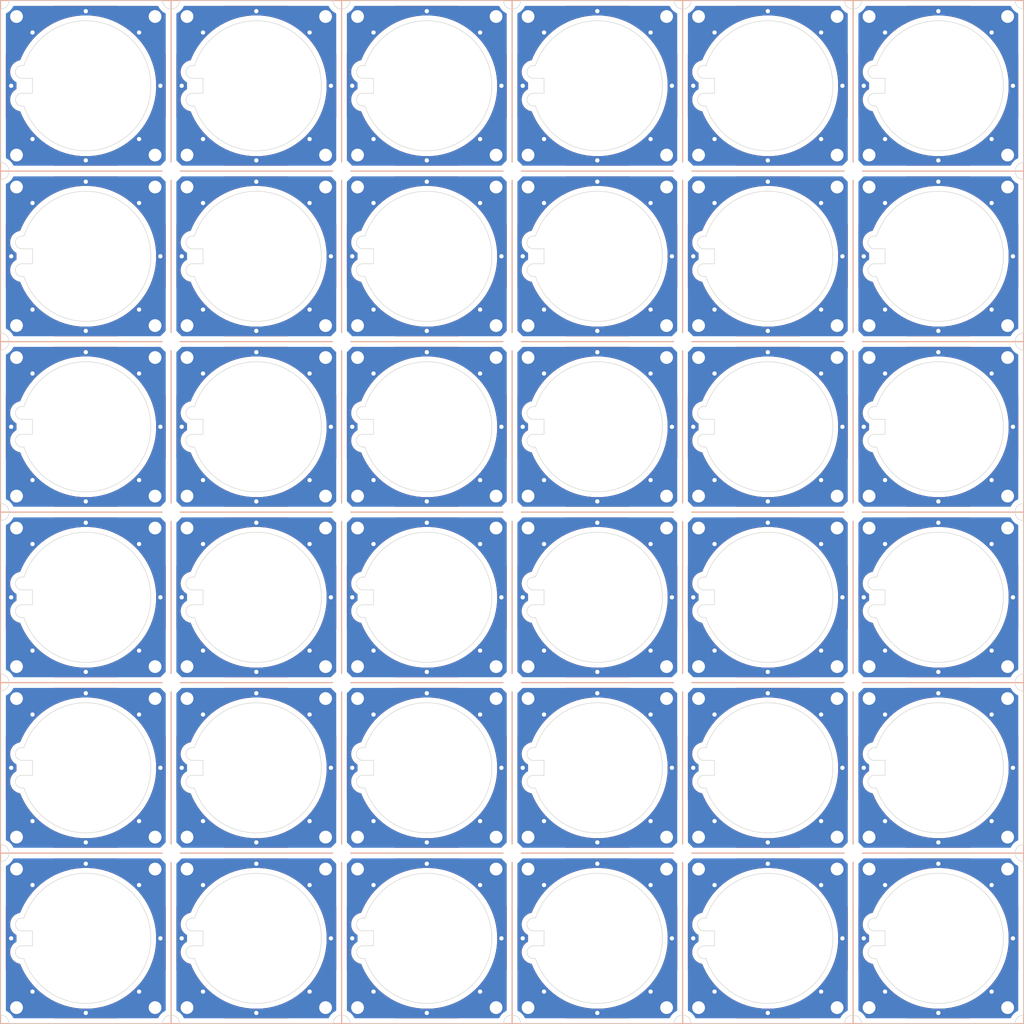
<source format=kicad_pcb>
(kicad_pcb (version 20241229) (generator "pcbnew") (generator_version "9.0")
  (layers (0 "F.Cu" signal) (2 "B.Cu" signal) (13 "F.Paste" user) (15 "B.Paste" user) (5 "F.SilkS" user "F.Silkscreen") (7 "B.SilkS" user "B.Silkscreen") (1 "F.Mask" user) (3 "B.Mask" user) (25 "Edge.Cuts" user))
  (net 0 "")
  (net 1 "unconnected-(J1-Pin_1-Pad1)")
  (footprint "myFoot:my_Hole_1.0mm" (layer "F.Cu") (at -8 -8)
    (property "Reference" "*236" (hide yes))
    (property "Value" "my_Hole_1.0mm" (hide yes))
    (pad "" np_thru_hole circle (at 0 0) (size 1.6 1.6) (drill 1.6) (layers "*.Cu" "*.Mask"))
  )
  (footprint "myFoot:my_SmallPad_0-8mmDrill" (layer "F.Cu") (at -25.5 54.5)
    (property "Reference" "J123" (hide yes))
    (property "Value" "Conn_01x01" (hide yes))
    (pad "1" thru_hole circle (at 0 0) (size 1.6 1.6) (drill 1.2) (layers "*.Cu" "*.Mask") (net 1 "unconnected-(J1-Pin_1-Pad1)"))
  )
  (footprint "myFoot:my_Hole_1.0mm" (layer "F.Cu") (at 8 40)
    (property "Reference" "*378" (hide yes))
    (property "Value" "my_Hole_1.0mm" (hide yes))
    (pad "" np_thru_hole circle (at 0 0) (size 1.6 1.6) (drill 1.6) (layers "*.Cu" "*.Mask"))
  )
  (footprint "myFoot:my_Hole_1.0mm" (layer "F.Cu") (at 40 -24)
    (property "Reference" "*5" (hide yes))
    (property "Value" "my_Hole_1.0mm" (hide yes))
    (pad "" np_thru_hole circle (at 0 0) (size 1.6 1.6) (drill 1.6) (layers "*.Cu" "*.Mask"))
  )
  (footprint "myFoot:my_SmallPad_0-8mmDrill" (layer "F.Cu") (at 54.5 22.5)
    (property "Reference" "J95" (hide yes))
    (property "Value" "Conn_01x01" (hide yes))
    (pad "1" thru_hole circle (at 0 0) (size 1.6 1.6) (drill 1.2) (layers "*.Cu" "*.Mask") (net 1 "unconnected-(J1-Pin_1-Pad1)"))
  )
  (footprint "myFoot:my_Hole_1.0mm" (layer "F.Cu") (at -8 24)
    (property "Reference" "*336" (hide yes))
    (property "Value" "my_Hole_1.0mm" (hide yes))
    (pad "" np_thru_hole circle (at 0 0) (size 1.6 1.6) (drill 1.6) (layers "*.Cu" "*.Mask"))
  )
  (footprint "myFoot:my_SmallPad_0-8mmDrill" (layer "F.Cu") (at 22.5 9.5)
    (property "Reference" "J89" (hide yes))
    (property "Value" "Conn_01x01" (hide yes))
    (pad "1" thru_hole circle (at 0 0) (size 1.6 1.6) (drill 1.2) (layers "*.Cu" "*.Mask") (net 1 "unconnected-(J1-Pin_1-Pad1)"))
  )
  (footprint "myFoot:my_SmallPad_0-8mmDrill" (layer "F.Cu") (at -9.5 -22.5)
    (property "Reference" "J33" (hide yes))
    (property "Value" "Conn_01x01" (hide yes))
    (pad "1" thru_hole circle (at 0 0) (size 1.6 1.6) (drill 1.2) (layers "*.Cu" "*.Mask") (net 1 "unconnected-(J1-Pin_1-Pad1)"))
  )
  (footprint "myFoot:my_SmallPad_0-8mmDrill" (layer "F.Cu") (at 25.5 25.5)
    (property "Reference" "J116" (hide yes))
    (property "Value" "Conn_01x01" (hide yes))
    (pad "1" thru_hole circle (at 0 0) (size 1.6 1.6) (drill 1.2) (layers "*.Cu" "*.Mask") (net 1 "unconnected-(J1-Pin_1-Pad1)"))
  )
  (footprint "myFoot:my_SmallPad_0-8mmDrill" (layer "F.Cu") (at 41.5 41.5)
    (property "Reference" "J1" (hide yes))
    (property "Value" "Conn_01x01" (hide yes))
    (pad "1" thru_hole circle (at 0 0) (size 1.6 1.6) (drill 1.2) (layers "*.Cu" "*.Mask") (net 1 "unconnected-(J1-Pin_1-Pad1)"))
  )
  (footprint "myFoot:my_SmallPad_0-8mmDrill" (layer "F.Cu") (at 38.5 38.5)
    (property "Reference" "J115" (hide yes))
    (property "Value" "Conn_01x01" (hide yes))
    (pad "1" thru_hole circle (at 0 0) (size 1.6 1.6) (drill 1.2) (layers "*.Cu" "*.Mask") (net 1 "unconnected-(J1-Pin_1-Pad1)"))
  )
  (footprint "myFoot:my_SmallPad_0-8mmDrill" (layer "F.Cu") (at 25.5 -6.5)
    (property "Reference" "J68" (hide yes))
    (property "Value" "Conn_01x01" (hide yes))
    (pad "1" thru_hole circle (at 0 0) (size 1.6 1.6) (drill 1.2) (layers "*.Cu" "*.Mask") (net 1 "unconnected-(J1-Pin_1-Pad1)"))
  )
  (footprint "myFoot:my_Hole_1.0mm" (layer "F.Cu") (at 8 -24)
    (property "Reference" "*288" (hide yes))
    (property "Value" "my_Hole_1.0mm" (hide yes))
    (pad "" np_thru_hole circle (at 0 0) (size 1.6 1.6) (drill 1.6) (layers "*.Cu" "*.Mask"))
  )
  (footprint "myFoot:my_SmallPad_0-8mmDrill" (layer "F.Cu") (at -6.5 -6.5)
    (property "Reference" "J60" (hide yes))
    (property "Value" "Conn_01x01" (hide yes))
    (pad "1" thru_hole circle (at 0 0) (size 1.6 1.6) (drill 1.2) (layers "*.Cu" "*.Mask") (net 1 "unconnected-(J1-Pin_1-Pad1)"))
  )
  (footprint "myFoot:my_Hole_1.0mm" (layer "F.Cu") (at 8 -8)
    (property "Reference" "*9" (hide yes))
    (property "Value" "my_Hole_1.0mm" (hide yes))
    (pad "" np_thru_hole circle (at 0 0) (size 1.6 1.6) (drill 1.6) (layers "*.Cu" "*.Mask"))
  )
  (footprint "myFoot:my_Hole_1.0mm" (layer "F.Cu") (at -8 24)
    (property "Reference" "*339" (hide yes))
    (property "Value" "my_Hole_1.0mm" (hide yes))
    (pad "" np_thru_hole circle (at 0 0) (size 1.6 1.6) (drill 1.6) (layers "*.Cu" "*.Mask"))
  )
  (footprint "myFoot:my_Hole_1.0mm" (layer "F.Cu") (at 40 24)
    (property "Reference" "*400" (hide yes))
    (property "Value" "my_Hole_1.0mm" (hide yes))
    (pad "" np_thru_hole circle (at 0 0) (size 1.6 1.6) (drill 1.6) (layers "*.Cu" "*.Mask"))
  )
  (footprint "myFoot:my_Hole_1.0mm" (layer "F.Cu") (at 40 -8)
    (property "Reference" "*323" (hide yes))
    (property "Value" "my_Hole_1.0mm" (hide yes))
    (pad "" np_thru_hole circle (at 0 0) (size 1.6 1.6) (drill 1.6) (layers "*.Cu" "*.Mask"))
  )
  (footprint "myFoot:my_SmallPad_0-8mmDrill" (layer "F.Cu") (at -6.5 -38.5)
    (property "Reference" "J12" (hide yes))
    (property "Value" "Conn_01x01" (hide yes))
    (pad "1" thru_hole circle (at 0 0) (size 1.6 1.6) (drill 1.2) (layers "*.Cu" "*.Mask") (net 1 "unconnected-(J1-Pin_1-Pad1)"))
  )
  (footprint "myFoot:my_Hole_1.0mm" (layer "F.Cu") (at -24 -8)
    (property "Reference" "*233" (hide yes))
    (property "Value" "my_Hole_1.0mm" (hide yes))
    (pad "" np_thru_hole circle (at 0 0) (size 1.6 1.6) (drill 1.6) (layers "*.Cu" "*.Mask"))
  )
  (footprint "myFoot:my_Hole_1.0mm" (layer "F.Cu") (at 40 -24)
    (property "Reference" "*230" (hide yes))
    (property "Value" "my_Hole_1.0mm" (hide yes))
    (pad "" np_thru_hole circle (at 0 0) (size 1.6 1.6) (drill 1.6) (layers "*.Cu" "*.Mask"))
  )
  (footprint "myFoot:my_SmallPad_0-8mmDrill" (layer "F.Cu") (at 25.5 9.5)
    (property "Reference" "J92" (hide yes))
    (property "Value" "Conn_01x01" (hide yes))
    (pad "1" thru_hole circle (at 0 0) (size 1.6 1.6) (drill 1.2) (layers "*.Cu" "*.Mask") (net 1 "unconnected-(J1-Pin_1-Pad1)"))
  )
  (footprint "myFoot:my_SmallPad_0-8mmDrill" (layer "F.Cu") (at 6.5 -6.5)
    (property "Reference" "J61" (hide yes))
    (property "Value" "Conn_01x01" (hide yes))
    (pad "1" thru_hole circle (at 0 0) (size 1.6 1.6) (drill 1.2) (layers "*.Cu" "*.Mask") (net 1 "unconnected-(J1-Pin_1-Pad1)"))
  )
  (footprint "myFoot:my_Hole_1.0mm" (layer "F.Cu") (at 8 8)
    (property "Reference" "*306" (hide yes))
    (property "Value" "my_Hole_1.0mm" (hide yes))
    (pad "" np_thru_hole circle (at 0 0) (size 1.6 1.6) (drill 1.6) (layers "*.Cu" "*.Mask"))
  )
  (footprint "myFoot:my_Hole_1.0mm" (layer "F.Cu") (at 8 40)
    (property "Reference" "*419" (hide yes))
    (property "Value" "my_Hole_1.0mm" (hide yes))
    (pad "" np_thru_hole circle (at 0 0) (size 1.6 1.6) (drill 1.6) (layers "*.Cu" "*.Mask"))
  )
  (footprint "myFoot:my_SmallPad_0-8mmDrill" (layer "F.Cu") (at 54.5 6.5)
    (property "Reference" "J71" (hide yes))
    (property "Value" "Conn_01x01" (hide yes))
    (pad "1" thru_hole circle (at 0 0) (size 1.6 1.6) (drill 1.2) (layers "*.Cu" "*.Mask") (net 1 "unconnected-(J1-Pin_1-Pad1)"))
  )
  (footprint "myFoot:my_SmallPad_0-8mmDrill" (layer "F.Cu") (at 25.5 6.5)
    (property "Reference" "J66" (hide yes))
    (property "Value" "Conn_01x01" (hide yes))
    (pad "1" thru_hole circle (at 0 0) (size 1.6 1.6) (drill 1.2) (layers "*.Cu" "*.Mask") (net 1 "unconnected-(J1-Pin_1-Pad1)"))
  )
  (footprint "myFoot:my_Hole_1.0mm" (layer "F.Cu") (at -24 24)
    (property "Reference" "*333" (hide yes))
    (property "Value" "my_Hole_1.0mm" (hide yes))
    (pad "" np_thru_hole circle (at 0 0) (size 1.6 1.6) (drill 1.6) (layers "*.Cu" "*.Mask"))
  )
  (footprint "myFoot:my_Hole_1.0mm" (layer "F.Cu") (at -24 8)
    (property "Reference" "*335" (hide yes))
    (property "Value" "my_Hole_1.0mm" (hide yes))
    (pad "" np_thru_hole circle (at 0 0) (size 1.6 1.6) (drill 1.6) (layers "*.Cu" "*.Mask"))
  )
  (footprint "myFoot:my_Hole_1.0mm" (layer "F.Cu") (at -24 24)
    (property "Reference" "*376" (hide yes))
    (property "Value" "my_Hole_1.0mm" (hide yes))
    (pad "" np_thru_hole circle (at 0 0) (size 1.6 1.6) (drill 1.6) (layers "*.Cu" "*.Mask"))
  )
  (footprint "myFoot:my_Hole_1.0mm" (layer "F.Cu") (at 40 40)
    (property "Reference" "*431" (hide yes))
    (property "Value" "my_Hole_1.0mm" (hide yes))
    (pad "" np_thru_hole circle (at 0 0) (size 1.6 1.6) (drill 1.6) (layers "*.Cu" "*.Mask"))
  )
  (footprint "myFoot:my_SmallPad_0-8mmDrill" (layer "F.Cu") (at -25.5 6.5)
    (property "Reference" "J51" (hide yes))
    (property "Value" "Conn_01x01" (hide yes))
    (pad "1" thru_hole circle (at 0 0) (size 1.6 1.6) (drill 1.2) (layers "*.Cu" "*.Mask") (net 1 "unconnected-(J1-Pin_1-Pad1)"))
  )
  (footprint "myFoot:my_Hole_1.0mm" (layer "F.Cu") (at -24 24)
    (property "Reference" "*330" (hide yes))
    (property "Value" "my_Hole_1.0mm" (hide yes))
    (pad "" np_thru_hole circle (at 0 0) (size 1.6 1.6) (drill 1.6) (layers "*.Cu" "*.Mask"))
  )
  (footprint "myFoot:my_Hole_1.0mm" (layer "F.Cu") (at 40 -24)
    (property "Reference" "*293" (hide yes))
    (property "Value" "my_Hole_1.0mm" (hide yes))
    (pad "" np_thru_hole circle (at 0 0) (size 1.6 1.6) (drill 1.6) (layers "*.Cu" "*.Mask"))
  )
  (footprint "myFoot:my_SmallPad_0-8mmDrill" (layer "F.Cu") (at -9.5 6.5)
    (property "Reference" "J55" (hide yes))
    (property "Value" "Conn_01x01" (hide yes))
    (pad "1" thru_hole circle (at 0 0) (size 1.6 1.6) (drill 1.2) (layers "*.Cu" "*.Mask") (net 1 "unconnected-(J1-Pin_1-Pad1)"))
  )
  (footprint "myFoot:my_SmallPad_0-8mmDrill" (layer "F.Cu") (at -6.5 -9.5)
    (property "Reference" "J34" (hide yes))
    (property "Value" "Conn_01x01" (hide yes))
    (pad "1" thru_hole circle (at 0 0) (size 1.6 1.6) (drill 1.2) (layers "*.Cu" "*.Mask") (net 1 "unconnected-(J1-Pin_1-Pad1)"))
  )
  (footprint "myFoot:my_Hole_1.0mm" (layer "F.Cu") (at -8 8)
    (property "Reference" "*308" (hide yes))
    (property "Value" "my_Hole_1.0mm" (hide yes))
    (pad "" np_thru_hole circle (at 0 0) (size 1.6 1.6) (drill 1.6) (layers "*.Cu" "*.Mask"))
  )
  (footprint "myFoot:my_SmallPad_0-8mmDrill" (layer "F.Cu") (at 41.5 9.5)
    (property "Reference" "J96" (hide yes))
    (property "Value" "Conn_01x01" (hide yes))
    (pad "1" thru_hole circle (at 0 0) (size 1.6 1.6) (drill 1.2) (layers "*.Cu" "*.Mask") (net 1 "unconnected-(J1-Pin_1-Pad1)"))
  )
  (footprint "myFoot:my_SmallPad_0-8mmDrill" (layer "F.Cu") (at 41.5 22.5)
    (property "Reference" "J94" (hide yes))
    (property "Value" "Conn_01x01" (hide yes))
    (pad "1" thru_hole circle (at 0 0) (size 1.6 1.6) (drill 1.2) (layers "*.Cu" "*.Mask") (net 1 "unconnected-(J1-Pin_1-Pad1)"))
  )
  (footprint "myFoot:my_SmallPad_0-8mmDrill" (layer "F.Cu") (at -9.5 9.5)
    (property "Reference" "J81" (hide yes))
    (property "Value" "Conn_01x01" (hide yes))
    (pad "1" thru_hole circle (at 0 0) (size 1.6 1.6) (drill 1.2) (layers "*.Cu" "*.Mask") (net 1 "unconnected-(J1-Pin_1-Pad1)"))
  )
  (footprint "myFoot:my_Hole_1.0mm" (layer "F.Cu") (at 40 40)
    (property "Reference" "*398" (hide yes))
    (property "Value" "my_Hole_1.0mm" (hide yes))
    (pad "" np_thru_hole circle (at 0 0) (size 1.6 1.6) (drill 1.6) (layers "*.Cu" "*.Mask"))
  )
  (footprint "myFoot:my_SmallPad_0-8mmDrill" (layer "F.Cu") (at 9.5 -22.5)
    (property "Reference" "J40" (hide yes))
    (property "Value" "Conn_01x01" (hide yes))
    (pad "1" thru_hole circle (at 0 0) (size 1.6 1.6) (drill 1.2) (layers "*.Cu" "*.Mask") (net 1 "unconnected-(J1-Pin_1-Pad1)"))
  )
  (footprint "myFoot:my_Hole_1.0mm" (layer "F.Cu") (at -8 -8)
    (property "Reference" "*8" (hide yes))
    (property "Value" "my_Hole_1.0mm" (hide yes))
    (pad "" np_thru_hole circle (at 0 0) (size 1.6 1.6) (drill 1.6) (layers "*.Cu" "*.Mask"))
  )
  (footprint "myFoot:my_Hole_1.0mm" (layer "F.Cu") (at 8 24)
    (property "Reference" "*343" (hide yes))
    (property "Value" "my_Hole_1.0mm" (hide yes))
    (pad "" np_thru_hole circle (at 0 0) (size 1.6 1.6) (drill 1.6) (layers "*.Cu" "*.Mask"))
  )
  (footprint "myFoot:my_SmallPad_0-8mmDrill" (layer "F.Cu") (at 6.5 54.5)
    (property "Reference" "J131" (hide yes))
    (property "Value" "Conn_01x01" (hide yes))
    (pad "1" thru_hole circle (at 0 0) (size 1.6 1.6) (drill 1.2) (layers "*.Cu" "*.Mask") (net 1 "unconnected-(J1-Pin_1-Pad1)"))
  )
  (footprint "myFoot:my_Hole_1.0mm" (layer "F.Cu") (at -8 24)
    (property "Reference" "*382" (hide yes))
    (property "Value" "my_Hole_1.0mm" (hide yes))
    (pad "" np_thru_hole circle (at 0 0) (size 1.6 1.6) (drill 1.6) (layers "*.Cu" "*.Mask"))
  )
  (footprint "myFoot:my_SmallPad_0-8mmDrill" (layer "F.Cu") (at 54.5 54.5)
    (property "Reference" "J1" (hide yes))
    (property "Value" "Conn_01x01" (hide yes))
    (pad "1" thru_hole circle (at 0 0) (size 1.6 1.6) (drill 1.2) (layers "*.Cu" "*.Mask") (net 1 "unconnected-(J1-Pin_1-Pad1)"))
  )
  (footprint "myFoot:my_Hole_1.0mm" (layer "F.Cu") (at -24 8)
    (property "Reference" "*13" (hide yes))
    (property "Value" "my_Hole_1.0mm" (hide yes))
    (pad "" np_thru_hole circle (at 0 0) (size 1.6 1.6) (drill 1.6) (layers "*.Cu" "*.Mask"))
  )
  (footprint "myFoot:my_Hole_1.0mm" (layer "F.Cu") (at -8 -8)
    (property "Reference" "*235" (hide yes))
    (property "Value" "my_Hole_1.0mm" (hide yes))
    (pad "" np_thru_hole circle (at 0 0) (size 1.6 1.6) (drill 1.6) (layers "*.Cu" "*.Mask"))
  )
  (footprint "myFoot:my_Hole_1.0mm" (layer "F.Cu") (at 40 40)
    (property "Reference" "*391" (hide yes))
    (property "Value" "my_Hole_1.0mm" (hide yes))
    (pad "" np_thru_hole circle (at 0 0) (size 1.6 1.6) (drill 1.6) (layers "*.Cu" "*.Mask"))
  )
  (footprint "myFoot:my_Hole_1.0mm" (layer "F.Cu") (at -8 -24)
    (property "Reference" "*255" (hide yes))
    (property "Value" "my_Hole_1.0mm" (hide yes))
    (pad "" np_thru_hole circle (at 0 0) (size 1.6 1.6) (drill 1.6) (layers "*.Cu" "*.Mask"))
  )
  (footprint "myFoot:my_Hole_1.0mm" (layer "F.Cu") (at 24 8)
    (property "Reference" "*312" (hide yes))
    (property "Value" "my_Hole_1.0mm" (hide yes))
    (pad "" np_thru_hole circle (at 0 0) (size 1.6 1.6) (drill 1.6) (layers "*.Cu" "*.Mask"))
  )
  (footprint "myFoot:my_SmallPad_0-8mmDrill" (layer "F.Cu") (at 25.5 41.5)
    (property "Reference" "J140" (hide yes))
    (property "Value" "Conn_01x01" (hide yes))
    (pad "1" thru_hole circle (at 0 0) (size 1.6 1.6) (drill 1.2) (layers "*.Cu" "*.Mask") (net 1 "unconnected-(J1-Pin_1-Pad1)"))
  )
  (footprint "myFoot:my_SmallPad_0-8mmDrill" (layer "F.Cu") (at -38.5 25.5)
    (property "Reference" "J100" (hide yes))
    (property "Value" "Conn_01x01" (hide yes))
    (pad "1" thru_hole circle (at 0 0) (size 1.6 1.6) (drill 1.2) (layers "*.Cu" "*.Mask") (net 1 "unconnected-(J1-Pin_1-Pad1)"))
  )
  (footprint "myFoot:my_Hole_1.0mm" (layer "F.Cu") (at 8 24)
    (property "Reference" "*350" (hide yes))
    (property "Value" "my_Hole_1.0mm" (hide yes))
    (pad "" np_thru_hole circle (at 0 0) (size 1.6 1.6) (drill 1.6) (layers "*.Cu" "*.Mask"))
  )
  (footprint "myFoot:my_Hole_1.0mm" (layer "F.Cu") (at 8 8)
    (property "Reference" "*309" (hide yes))
    (property "Value" "my_Hole_1.0mm" (hide yes))
    (pad "" np_thru_hole circle (at 0 0) (size 1.6 1.6) (drill 1.6) (layers "*.Cu" "*.Mask"))
  )
  (footprint "myFoot:my_SmallPad_0-8mmDrill" (layer "F.Cu") (at -6.5 9.5)
    (property "Reference" "J84" (hide yes))
    (property "Value" "Conn_01x01" (hide yes))
    (pad "1" thru_hole circle (at 0 0) (size 1.6 1.6) (drill 1.2) (layers "*.Cu" "*.Mask") (net 1 "unconnected-(J1-Pin_1-Pad1)"))
  )
  (footprint "myFoot:my_Hole_1.0mm" (layer "F.Cu") (at 24 -8)
    (property "Reference" "*317" (hide yes))
    (property "Value" "my_Hole_1.0mm" (hide yes))
    (pad "" np_thru_hole circle (at 0 0) (size 1.6 1.6) (drill 1.6) (layers "*.Cu" "*.Mask"))
  )
  (footprint "myFoot:my_SmallPad_0-8mmDrill" (layer "F.Cu") (at -9.5 25.5)
    (property "Reference" "J105" (hide yes))
    (property "Value" "Conn_01x01" (hide yes))
    (pad "1" thru_hole circle (at 0 0) (size 1.6 1.6) (drill 1.2) (layers "*.Cu" "*.Mask") (net 1 "unconnected-(J1-Pin_1-Pad1)"))
  )
  (footprint "myFoot:my_Hole_1.0mm" (layer "F.Cu") (at 24 -8)
    (property "Reference" "*290" (hide yes))
    (property "Value" "my_Hole_1.0mm" (hide yes))
    (pad "" np_thru_hole circle (at 0 0) (size 1.6 1.6) (drill 1.6) (layers "*.Cu" "*.Mask"))
  )
  (footprint "myFoot:my_SmallPad_0-8mmDrill" (layer "F.Cu") (at -22.5 41.5)
    (property "Reference" "J128" (hide yes))
    (property "Value" "Conn_01x01" (hide yes))
    (pad "1" thru_hole circle (at 0 0) (size 1.6 1.6) (drill 1.2) (layers "*.Cu" "*.Mask") (net 1 "unconnected-(J1-Pin_1-Pad1)"))
  )
  (footprint "myFoot:my_Hole_1.0mm" (layer "F.Cu") (at -24 40)
    (property "Reference" "*369" (hide yes))
    (property "Value" "my_Hole_1.0mm" (hide yes))
    (pad "" np_thru_hole circle (at 0 0) (size 1.6 1.6) (drill 1.6) (layers "*.Cu" "*.Mask"))
  )
  (footprint "myFoot:my_Hole_1.0mm" (layer "F.Cu") (at -24 24)
    (property "Reference" "*371" (hide yes))
    (property "Value" "my_Hole_1.0mm" (hide yes))
    (pad "" np_thru_hole circle (at 0 0) (size 1.6 1.6) (drill 1.6) (layers "*.Cu" "*.Mask"))
  )
  (footprint "myFoot:my_SmallPad_0-8mmDrill" (layer "F.Cu") (at 38.5 6.5)
    (property "Reference" "J67" (hide yes))
    (property "Value" "Conn_01x01" (hide yes))
    (pad "1" thru_hole circle (at 0 0) (size 1.6 1.6) (drill 1.2) (layers "*.Cu" "*.Mask") (net 1 "unconnected-(J1-Pin_1-Pad1)"))
  )
  (footprint "myFoot:my_Hole_1.0mm" (layer "F.Cu") (at 8 24)
    (property "Reference" "*342" (hide yes))
    (property "Value" "my_Hole_1.0mm" (hide yes))
    (pad "" np_thru_hole circle (at 0 0) (size 1.6 1.6) (drill 1.6) (layers "*.Cu" "*.Mask"))
  )
  (footprint "myFoot:my_SmallPad_0-8mmDrill" (layer "F.Cu") (at 41.5 38.5)
    (property "Reference" "J118" (hide yes))
    (property "Value" "Conn_01x01" (hide yes))
    (pad "1" thru_hole circle (at 0 0) (size 1.6 1.6) (drill 1.2) (layers "*.Cu" "*.Mask") (net 1 "unconnected-(J1-Pin_1-Pad1)"))
  )
  (footprint "myFoot:my_SmallPad_0-8mmDrill" (layer "F.Cu") (at 6.5 22.5)
    (property "Reference" "J83" (hide yes))
    (property "Value" "Conn_01x01" (hide yes))
    (pad "1" thru_hole circle (at 0 0) (size 1.6 1.6) (drill 1.2) (layers "*.Cu" "*.Mask") (net 1 "unconnected-(J1-Pin_1-Pad1)"))
  )
  (footprint "myFoot:my_Hole_1.0mm" (layer "F.Cu") (at 8 -8)
    (property "Reference" "*316" (hide yes))
    (property "Value" "my_Hole_1.0mm" (hide yes))
    (pad "" np_thru_hole circle (at 0 0) (size 1.6 1.6) (drill 1.6) (layers "*.Cu" "*.Mask"))
  )
  (footprint "myFoot:my_SmallPad_0-8mmDrill" (layer "F.Cu") (at 54.5 -6.5)
    (property "Reference" "J73" (hide yes))
    (property "Value" "Conn_01x01" (hide yes))
    (pad "1" thru_hole circle (at 0 0) (size 1.6 1.6) (drill 1.2) (layers "*.Cu" "*.Mask") (net 1 "unconnected-(J1-Pin_1-Pad1)"))
  )
  (footprint "myFoot:my_SmallPad_0-8mmDrill" (layer "F.Cu") (at -22.5 -25.5)
    (property "Reference" "J6" (hide yes))
    (property "Value" "Conn_01x01" (hide yes))
    (pad "1" thru_hole circle (at 0 0) (size 1.6 1.6) (drill 1.2) (layers "*.Cu" "*.Mask") (net 1 "unconnected-(J1-Pin_1-Pad1)"))
  )
  (footprint "myFoot:my_Hole_1.0mm" (layer "F.Cu") (at -24 8)
    (property "Reference" "*299" (hide yes))
    (property "Value" "my_Hole_1.0mm" (hide yes))
    (pad "" np_thru_hole circle (at 0 0) (size 1.6 1.6) (drill 1.6) (layers "*.Cu" "*.Mask"))
  )
  (footprint "myFoot:my_SmallPad_0-8mmDrill" (layer "F.Cu") (at 38.5 -38.5)
    (property "Reference" "J21" (hide yes))
    (property "Value" "Conn_01x01" (hide yes))
    (pad "1" thru_hole circle (at 0 0) (size 1.6 1.6) (drill 1.2) (layers "*.Cu" "*.Mask") (net 1 "unconnected-(J1-Pin_1-Pad1)"))
  )
  (footprint "myFoot:my_Hole_1.0mm" (layer "F.Cu") (at 40 8)
    (property "Reference" "*17" (hide yes))
    (property "Value" "my_Hole_1.0mm" (hide yes))
    (pad "" np_thru_hole circle (at 0 0) (size 1.6 1.6) (drill 1.6) (layers "*.Cu" "*.Mask"))
  )
  (footprint "myFoot:my_Hole_1.0mm" (layer "F.Cu") (at 8 -24)
    (property "Reference" "*3" (hide yes))
    (property "Value" "my_Hole_1.0mm" (hide yes))
    (pad "" np_thru_hole circle (at 0 0) (size 1.6 1.6) (drill 1.6) (layers "*.Cu" "*.Mask"))
  )
  (footprint "myFoot:my_Hole_1.0mm" (layer "F.Cu") (at -8 40)
    (property "Reference" "*413" (hide yes))
    (property "Value" "my_Hole_1.0mm" (hide yes))
    (pad "" np_thru_hole circle (at 0 0) (size 1.6 1.6) (drill 1.6) (layers "*.Cu" "*.Mask"))
  )
  (footprint "myFoot:my_Hole_1.0mm" (layer "F.Cu") (at -24 -8)
    (property "Reference" "*7" (hide yes))
    (property "Value" "my_Hole_1.0mm" (hide yes))
    (pad "" np_thru_hole circle (at 0 0) (size 1.6 1.6) (drill 1.6) (layers "*.Cu" "*.Mask"))
  )
  (footprint "myFoot:my_Hole_1.0mm" (layer "F.Cu") (at 8 8)
    (property "Reference" "*307" (hide yes))
    (property "Value" "my_Hole_1.0mm" (hide yes))
    (pad "" np_thru_hole circle (at 0 0) (size 1.6 1.6) (drill 1.6) (layers "*.Cu" "*.Mask"))
  )
  (footprint "myFoot:my_Hole_1.0mm" (layer "F.Cu") (at -8 -8)
    (property "Reference" "*310" (hide yes))
    (property "Value" "my_Hole_1.0mm" (hide yes))
    (pad "" np_thru_hole circle (at 0 0) (size 1.6 1.6) (drill 1.6) (layers "*.Cu" "*.Mask"))
  )
  (footprint "myFoot:my_SmallPad_0-8mmDrill" (layer "F.Cu") (at 54.5 9.5)
    (property "Reference" "J97" (hide yes))
    (property "Value" "Conn_01x01" (hide yes))
    (pad "1" thru_hole circle (at 0 0) (size 1.6 1.6) (drill 1.2) (layers "*.Cu" "*.Mask") (net 1 "unconnected-(J1-Pin_1-Pad1)"))
  )
  (footprint "myFoot:my_Hole_1.0mm" (layer "F.Cu") (at 40 24)
    (property "Reference" "*355" (hide yes))
    (property "Value" "my_Hole_1.0mm" (hide yes))
    (pad "" np_thru_hole circle (at 0 0) (size 1.6 1.6) (drill 1.6) (layers "*.Cu" "*.Mask"))
  )
  (footprint "myFoot:my_SmallPad_0-8mmDrill" (layer "F.Cu") (at -38.5 -22.5)
    (property "Reference" "J28" (hide yes))
    (property "Value" "Conn_01x01" (hide yes))
    (pad "1" thru_hole circle (at 0 0) (size 1.6 1.6) (drill 1.2) (layers "*.Cu" "*.Mask") (net 1 "unconnected-(J1-Pin_1-Pad1)"))
  )
  (footprint "myFoot:my_Hole_1.0mm" (layer "F.Cu") (at 24 40)
    (property "Reference" "*387" (hide yes))
    (property "Value" "my_Hole_1.0mm" (hide yes))
    (pad "" np_thru_hole circle (at 0 0) (size 1.6 1.6) (drill 1.6) (layers "*.Cu" "*.Mask"))
  )
  (footprint "myFoot:my_SmallPad_0-8mmDrill" (layer "F.Cu") (at 54.5 38.5)
    (property "Reference" "J119" (hide yes))
    (property "Value" "Conn_01x01" (hide yes))
    (pad "1" thru_hole circle (at 0 0) (size 1.6 1.6) (drill 1.2) (layers "*.Cu" "*.Mask") (net 1 "unconnected-(J1-Pin_1-Pad1)"))
  )
  (footprint "myFoot:my_Hole_1.0mm" (layer "F.Cu") (at -8 8)
    (property "Reference" "*346" (hide yes))
    (property "Value" "my_Hole_1.0mm" (hide yes))
    (pad "" np_thru_hole circle (at 0 0) (size 1.6 1.6) (drill 1.6) (layers "*.Cu" "*.Mask"))
  )
  (footprint "myFoot:my_Hole_1.0mm" (layer "F.Cu") (at 8 -24)
    (property "Reference" "*222" (hide yes))
    (property "Value" "my_Hole_1.0mm" (hide yes))
    (pad "" np_thru_hole circle (at 0 0) (size 1.6 1.6) (drill 1.6) (layers "*.Cu" "*.Mask"))
  )
  (footprint "myFoot:my_SmallPad_0-8mmDrill" (layer "F.Cu") (at -9.5 38.5)
    (property "Reference" "J103" (hide yes))
    (property "Value" "Conn_01x01" (hide yes))
    (pad "1" thru_hole circle (at 0 0) (size 1.6 1.6) (drill 1.2) (layers "*.Cu" "*.Mask") (net 1 "unconnected-(J1-Pin_1-Pad1)"))
  )
  (footprint "myFoot:my_Hole_1.0mm" (layer "F.Cu") (at 8 40)
    (property "Reference" "*424" (hide yes))
    (property "Value" "my_Hole_1.0mm" (hide yes))
    (pad "" np_thru_hole circle (at 0 0) (size 1.6 1.6) (drill 1.6) (layers "*.Cu" "*.Mask"))
  )
  (footprint "myFoot:my_Hole_1.0mm" (layer "F.Cu") (at 24 24)
    (property "Reference" "*351" (hide yes))
    (property "Value" "my_Hole_1.0mm" (hide yes))
    (pad "" np_thru_hole circle (at 0 0) (size 1.6 1.6) (drill 1.6) (layers "*.Cu" "*.Mask"))
  )
  (footprint "myFoot:my_Hole_1.0mm" (layer "F.Cu") (at 40 24)
    (property "Reference" "*362" (hide yes))
    (property "Value" "my_Hole_1.0mm" (hide yes))
    (pad "" np_thru_hole circle (at 0 0) (size 1.6 1.6) (drill 1.6) (layers "*.Cu" "*.Mask"))
  )
  (footprint "myFoot:my_Hole_1.0mm" (layer "F.Cu") (at 24 -24)
    (property "Reference" "*263" (hide yes))
    (property "Value" "my_Hole_1.0mm" (hide yes))
    (pad "" np_thru_hole circle (at 0 0) (size 1.6 1.6) (drill 1.6) (layers "*.Cu" "*.Mask"))
  )
  (footprint "myFoot:my_SmallPad_0-8mmDrill" (layer "F.Cu") (at 6.5 -25.5)
    (property "Reference" "J11" (hide yes))
    (property "Value" "Conn_01x01" (hide yes))
    (pad "1" thru_hole circle (at 0 0) (size 1.6 1.6) (drill 1.2) (layers "*.Cu" "*.Mask") (net 1 "unconnected-(J1-Pin_1-Pad1)"))
  )
  (footprint "myFoot:my_SmallPad_0-8mmDrill" (layer "F.Cu") (at 41.5 -9.5)
    (property "Reference" "J46" (hide yes))
    (property "Value" "Conn_01x01" (hide yes))
    (pad "1" thru_hole circle (at 0 0) (size 1.6 1.6) (drill 1.2) (layers "*.Cu" "*.Mask") (net 1 "unconnected-(J1-Pin_1-Pad1)"))
  )
  (footprint "myFoot:my_Hole_1.0mm" (layer "F.Cu") (at -24 40)
    (property "Reference" "*367" (hide yes))
    (property "Value" "my_Hole_1.0mm" (hide yes))
    (pad "" np_thru_hole circle (at 0 0) (size 1.6 1.6) (drill 1.6) (layers "*.Cu" "*.Mask"))
  )
  (footprint "myFoot:my_SmallPad_0-8mmDrill" (layer "F.Cu") (at 54.5 -9.5)
    (property "Reference" "J47" (hide yes))
    (property "Value" "Conn_01x01" (hide yes))
    (pad "1" thru_hole circle (at 0 0) (size 1.6 1.6) (drill 1.2) (layers "*.Cu" "*.Mask") (net 1 "unconnected-(J1-Pin_1-Pad1)"))
  )
  (footprint "myFoot:my_Hole_1.0mm" (layer "F.Cu") (at 24 40)
    (property "Reference" "*384" (hide yes))
    (property "Value" "my_Hole_1.0mm" (hide yes))
    (pad "" np_thru_hole circle (at 0 0) (size 1.6 1.6) (drill 1.6) (layers "*.Cu" "*.Mask"))
  )
  (footprint "myFoot:my_SmallPad_0-8mmDrill" (layer "F.Cu") (at -22.5 25.5)
    (property "Reference" "J104" (hide yes))
    (property "Value" "Conn_01x01" (hide yes))
    (pad "1" thru_hole circle (at 0 0) (size 1.6 1.6) (drill 1.2) (layers "*.Cu" "*.Mask") (net 1 "unconnected-(J1-Pin_1-Pad1)"))
  )
  (footprint "myFoot:my_Hole_1.0mm" (layer "F.Cu") (at 40 40)
    (property "Reference" "*29" (hide yes))
    (property "Value" "my_Hole_1.0mm" (hide yes))
    (pad "" np_thru_hole circle (at 0 0) (size 1.6 1.6) (drill 1.6) (layers "*.Cu" "*.Mask"))
  )
  (footprint "myFoot:my_SmallPad_0-8mmDrill" (layer "F.Cu") (at -25.5 9.5)
    (property "Reference" "J77" (hide yes))
    (property "Value" "Conn_01x01" (hide yes))
    (pad "1" thru_hole circle (at 0 0) (size 1.6 1.6) (drill 1.2) (layers "*.Cu" "*.Mask") (net 1 "unconnected-(J1-Pin_1-Pad1)"))
  )
  (footprint "myFoot:my_Hole_1.0mm" (layer "F.Cu") (at 40 24)
    (property "Reference" "*354" (hide yes))
    (property "Value" "my_Hole_1.0mm" (hide yes))
    (pad "" np_thru_hole circle (at 0 0) (size 1.6 1.6) (drill 1.6) (layers "*.Cu" "*.Mask"))
  )
  (footprint "myFoot:my_SmallPad_0-8mmDrill" (layer "F.Cu") (at 25.5 22.5)
    (property "Reference" "J90" (hide yes))
    (property "Value" "Conn_01x01" (hide yes))
    (pad "1" thru_hole circle (at 0 0) (size 1.6 1.6) (drill 1.2) (layers "*.Cu" "*.Mask") (net 1 "unconnected-(J1-Pin_1-Pad1)"))
  )
  (footprint "myFoot:my_Hole_1.0mm" (layer "F.Cu") (at 24 -24)
    (property "Reference" "*4" (hide yes))
    (property "Value" "my_Hole_1.0mm" (hide yes))
    (pad "" np_thru_hole circle (at 0 0) (size 1.6 1.6) (drill 1.6) (layers "*.Cu" "*.Mask"))
  )
  (footprint "myFoot:my_Hole_1.0mm" (layer "F.Cu") (at 8 -8)
    (property "Reference" "*311" (hide yes))
    (property "Value" "my_Hole_1.0mm" (hide yes))
    (pad "" np_thru_hole circle (at 0 0) (size 1.6 1.6) (drill 1.6) (layers "*.Cu" "*.Mask"))
  )
  (footprint "myFoot:my_Hole_1.0mm" (layer "F.Cu") (at -24 -8)
    (property "Reference" "*301" (hide yes))
    (property "Value" "my_Hole_1.0mm" (hide yes))
    (pad "" np_thru_hole circle (at 0 0) (size 1.6 1.6) (drill 1.6) (layers "*.Cu" "*.Mask"))
  )
  (footprint "myFoot:my_Hole_1.0mm" (layer "F.Cu") (at 8 24)
    (property "Reference" "*345" (hide yes))
    (property "Value" "my_Hole_1.0mm" (hide yes))
    (pad "" np_thru_hole circle (at 0 0) (size 1.6 1.6) (drill 1.6) (layers "*.Cu" "*.Mask"))
  )
  (footprint "myFoot:my_SmallPad_0-8mmDrill" (layer "F.Cu") (at 25.5 -38.5)
    (property "Reference" "J20" (hide yes))
    (property "Value" "Conn_01x01" (hide yes))
    (pad "1" thru_hole circle (at 0 0) (size 1.6 1.6) (drill 1.2) (layers "*.Cu" "*.Mask") (net 1 "unconnected-(J1-Pin_1-Pad1)"))
  )
  (footprint "myFoot:my_Hole_1.0mm" (layer "F.Cu") (at 40 -8)
    (property "Reference" "*291" (hide yes))
    (property "Value" "my_Hole_1.0mm" (hide yes))
    (pad "" np_thru_hole circle (at 0 0) (size 1.6 1.6) (drill 1.6) (layers "*.Cu" "*.Mask"))
  )
  (footprint "myFoot:my_Hole_1.0mm" (layer "F.Cu") (at 40 8)
    (property "Reference" "*319" (hide yes))
    (property "Value" "my_Hole_1.0mm" (hide yes))
    (pad "" np_thru_hole circle (at 0 0) (size 1.6 1.6) (drill 1.6) (layers "*.Cu" "*.Mask"))
  )
  (footprint "myFoot:my_SmallPad_0-8mmDrill" (layer "F.Cu") (at 6.5 -38.5)
    (property "Reference" "J13" (hide yes))
    (property "Value" "Conn_01x01" (hide yes))
    (pad "1" thru_hole circle (at 0 0) (size 1.6 1.6) (drill 1.2) (layers "*.Cu" "*.Mask") (net 1 "unconnected-(J1-Pin_1-Pad1)"))
  )
  (footprint "myFoot:my_Hole_1.0mm" (layer "F.Cu") (at 8 -8)
    (property "Reference" "*238" (hide yes))
    (property "Value" "my_Hole_1.0mm" (hide yes))
    (pad "" np_thru_hole circle (at 0 0) (size 1.6 1.6) (drill 1.6) (layers "*.Cu" "*.Mask"))
  )
  (footprint "myFoot:my_SmallPad_0-8mmDrill" (layer "F.Cu") (at 38.5 -6.5)
    (property "Reference" "J69" (hide yes))
    (property "Value" "Conn_01x01" (hide yes))
    (pad "1" thru_hole circle (at 0 0) (size 1.6 1.6) (drill 1.2) (layers "*.Cu" "*.Mask") (net 1 "unconnected-(J1-Pin_1-Pad1)"))
  )
  (footprint "myFoot:my_SmallPad_0-8mmDrill" (layer "F.Cu") (at -22.5 22.5)
    (property "Reference" "J78" (hide yes))
    (property "Value" "Conn_01x01" (hide yes))
    (pad "1" thru_hole circle (at 0 0) (size 1.6 1.6) (drill 1.2) (layers "*.Cu" "*.Mask") (net 1 "unconnected-(J1-Pin_1-Pad1)"))
  )
  (footprint "myFoot:my_Hole_1.0mm" (layer "F.Cu") (at -8 -24)
    (property "Reference" "*258" (hide yes))
    (property "Value" "my_Hole_1.0mm" (hide yes))
    (pad "" np_thru_hole circle (at 0 0) (size 1.6 1.6) (drill 1.6) (layers "*.Cu" "*.Mask"))
  )
  (footprint "myFoot:my_SmallPad_0-8mmDrill" (layer "F.Cu") (at -38.5 6.5)
    (property "Reference" "J50" (hide yes))
    (property "Value" "Conn_01x01" (hide yes))
    (pad "1" thru_hole circle (at 0 0) (size 1.6 1.6) (drill 1.2) (layers "*.Cu" "*.Mask") (net 1 "unconnected-(J1-Pin_1-Pad1)"))
  )
  (footprint "myFoot:my_SmallPad_0-8mmDrill" (layer "F.Cu") (at 25.5 -9.5)
    (property "Reference" "J42" (hide yes))
    (property "Value" "Conn_01x01" (hide yes))
    (pad "1" thru_hole circle (at 0 0) (size 1.6 1.6) (drill 1.2) (layers "*.Cu" "*.Mask") (net 1 "unconnected-(J1-Pin_1-Pad1)"))
  )
  (footprint "myFoot:my_SmallPad_0-8mmDrill" (layer "F.Cu") (at 22.5 -25.5)
    (property "Reference" "J15" (hide yes))
    (property "Value" "Conn_01x01" (hide yes))
    (pad "1" thru_hole circle (at 0 0) (size 1.6 1.6) (drill 1.2) (layers "*.Cu" "*.Mask") (net 1 "unconnected-(J1-Pin_1-Pad1)"))
  )
  (footprint "myFoot:my_SmallPad_0-8mmDrill" (layer "F.Cu") (at -25.5 38.5)
    (property "Reference" "J99" (hide yes))
    (property "Value" "Conn_01x01" (hide yes))
    (pad "1" thru_hole circle (at 0 0) (size 1.6 1.6) (drill 1.2) (layers "*.Cu" "*.Mask") (net 1 "unconnected-(J1-Pin_1-Pad1)"))
  )
  (footprint "myFoot:my_Hole_1.0mm" (layer "F.Cu") (at 40 40)
    (property "Reference" "*393" (hide yes))
    (property "Value" "my_Hole_1.0mm" (hide yes))
    (pad "" np_thru_hole circle (at 0 0) (size 1.6 1.6) (drill 1.6) (layers "*.Cu" "*.Mask"))
  )
  (footprint "myFoot:my_Hole_1.0mm" (layer "F.Cu") (at 40 8)
    (property "Reference" "*364" (hide yes))
    (property "Value" "my_Hole_1.0mm" (hide yes))
    (pad "" np_thru_hole circle (at 0 0) (size 1.6 1.6) (drill 1.6) (layers "*.Cu" "*.Mask"))
  )
  (footprint "myFoot:my_Hole_1.0mm" (layer "F.Cu") (at 40 8)
    (property "Reference" "*326" (hide yes))
    (property "Value" "my_Hole_1.0mm" (hide yes))
    (pad "" np_thru_hole circle (at 0 0) (size 1.6 1.6) (drill 1.6) (layers "*.Cu" "*.Mask"))
  )
  (footprint "myFoot:my_Hole_1.0mm" (layer "F.Cu") (at -24 -8)
    (property "Reference" "*275" (hide yes))
    (property "Value" "my_Hole_1.0mm" (hide yes))
    (pad "" np_thru_hole circle (at 0 0) (size 1.6 1.6) (drill 1.6) (layers "*.Cu" "*.Mask"))
  )
  (footprint "myFoot:my_Hole_1.0mm" (layer "F.Cu") (at -8 -24)
    (property "Reference" "*281" (hide yes))
    (property "Value" "my_Hole_1.0mm" (hide yes))
    (pad "" np_thru_hole circle (at 0 0) (size 1.6 1.6) (drill 1.6) (layers "*.Cu" "*.Mask"))
  )
  (footprint "myFoot:my_Hole_1.0mm" (layer "F.Cu") (at 8 -24)
    (property "Reference" "*259" (hide yes))
    (property "Value" "my_Hole_1.0mm" (hide yes))
    (pad "" np_thru_hole circle (at 0 0) (size 1.6 1.6) (drill 1.6) (layers "*.Cu" "*.Mask"))
  )
  (footprint "myFoot:my_Hole_1.0mm" (layer "F.Cu") (at 40 -24)
    (property "Reference" "*296" (hide yes))
    (property "Value" "my_Hole_1.0mm" (hide yes))
    (pad "" np_thru_hole circle (at 0 0) (size 1.6 1.6) (drill 1.6) (layers "*.Cu" "*.Mask"))
  )
  (footprint "myFoot:my_Hole_1.0mm" (layer "F.Cu") (at 40 24)
    (property "Reference" "*395" (hide yes))
    (property "Value" "my_Hole_1.0mm" (hide yes))
    (pad "" np_thru_hole circle (at 0 0) (size 1.6 1.6) (drill 1.6) (layers "*.Cu" "*.Mask"))
  )
  (footprint "myFoot:my_Hole_1.0mm" (layer "F.Cu") (at 24 24)
    (property "Reference" "*22" (hide yes))
    (property "Value" "my_Hole_1.0mm" (hide yes))
    (pad "" np_thru_hole circle (at 0 0) (size 1.6 1.6) (drill 1.6) (layers "*.Cu" "*.Mask"))
  )
  (footprint "myFoot:my_SmallPad_0-8mmDrill" (layer "F.Cu") (at 9.5 -38.5)
    (property "Reference" "J16" (hide yes))
    (property "Value" "Conn_01x01" (hide yes))
    (pad "1" thru_hole circle (at 0 0) (size 1.6 1.6) (drill 1.2) (layers "*.Cu" "*.Mask") (net 1 "unconnected-(J1-Pin_1-Pad1)"))
  )
  (footprint "myFoot:my_Hole_1.0mm" (layer "F.Cu") (at 8 -24)
    (property "Reference" "*227" (hide yes))
    (property "Value" "my_Hole_1.0mm" (hide yes))
    (pad "" np_thru_hole circle (at 0 0) (size 1.6 1.6) (drill 1.6) (layers "*.Cu" "*.Mask"))
  )
  (footprint "myFoot:my_Hole_1.0mm" (layer "F.Cu") (at 40 -24)
    (property "Reference" "*229" (hide yes))
    (property "Value" "my_Hole_1.0mm" (hide yes))
    (pad "" np_thru_hole circle (at 0 0) (size 1.6 1.6) (drill 1.6) (layers "*.Cu" "*.Mask"))
  )
  (footprint "myFoot:my_SmallPad_0-8mmDrill" (layer "F.Cu") (at 25.5 54.5)
    (property "Reference" "J138" (hide yes))
    (property "Value" "Conn_01x01" (hide yes))
    (pad "1" thru_hole circle (at 0 0) (size 1.6 1.6) (drill 1.2) (layers "*.Cu" "*.Mask") (net 1 "unconnected-(J1-Pin_1-Pad1)"))
  )
  (footprint "myFoot:my_Hole_1.0mm" (layer "F.Cu") (at 24 40)
    (property "Reference" "*430" (hide yes))
    (property "Value" "my_Hole_1.0mm" (hide yes))
    (pad "" np_thru_hole circle (at 0 0) (size 1.6 1.6) (drill 1.6) (layers "*.Cu" "*.Mask"))
  )
  (footprint "myFoot:my_SmallPad_0-8mmDrill" (layer "F.Cu") (at -38.5 41.5)
    (property "Reference" "J124" (hide yes))
    (property "Value" "Conn_01x01" (hide yes))
    (pad "1" thru_hole circle (at 0 0) (size 1.6 1.6) (drill 1.2) (layers "*.Cu" "*.Mask") (net 1 "unconnected-(J1-Pin_1-Pad1)"))
  )
  (footprint "myFoot:my_Hole_1.0mm" (layer "F.Cu") (at 40 -8)
    (property "Reference" "*242" (hide yes))
    (property "Value" "my_Hole_1.0mm" (hide yes))
    (pad "" np_thru_hole circle (at 0 0) (size 1.6 1.6) (drill 1.6) (layers "*.Cu" "*.Mask"))
  )
  (footprint "myFoot:my_SmallPad_0-8mmDrill" (layer "F.Cu") (at 38.5 -25.5)
    (property "Reference" "J19" (hide yes))
    (property "Value" "Conn_01x01" (hide yes))
    (pad "1" thru_hole circle (at 0 0) (size 1.6 1.6) (drill 1.2) (layers "*.Cu" "*.Mask") (net 1 "unconnected-(J1-Pin_1-Pad1)"))
  )
  (footprint "myFoot:my_Hole_1.0mm" (layer "F.Cu") (at -24 -24)
    (property "Reference" "*225" (hide yes))
    (property "Value" "my_Hole_1.0mm" (hide yes))
    (pad "" np_thru_hole circle (at 0 0) (size 1.6 1.6) (drill 1.6) (layers "*.Cu" "*.Mask"))
  )
  (footprint "myFoot:my_Hole_1.0mm" (layer "F.Cu") (at -24 24)
    (property "Reference" "*338" (hide yes))
    (property "Value" "my_Hole_1.0mm" (hide yes))
    (pad "" np_thru_hole circle (at 0 0) (size 1.6 1.6) (drill 1.6) (layers "*.Cu" "*.Mask"))
  )
  (footprint "myFoot:my_SmallPad_0-8mmDrill" (layer "F.Cu") (at -38.5 -25.5)
    (property "Reference" "J2" (hide yes))
    (property "Value" "Conn_01x01" (hide yes))
    (pad "1" thru_hole circle (at 0 0) (size 1.6 1.6) (drill 1.2) (layers "*.Cu" "*.Mask") (net 1 "unconnected-(J1-Pin_1-Pad1)"))
  )
  (footprint "myFoot:my_Hole_1.0mm" (layer "F.Cu") (at -8 8)
    (property "Reference" "*247" (hide yes))
    (property "Value" "my_Hole_1.0mm" (hide yes))
    (pad "" np_thru_hole circle (at 0 0) (size 1.6 1.6) (drill 1.6) (layers "*.Cu" "*.Mask"))
  )
  (footprint "myFoot:my_Hole_1.0mm" (layer "F.Cu") (at 40 -8)
    (property "Reference" "*241" (hide yes))
    (property "Value" "my_Hole_1.0mm" (hide yes))
    (pad "" np_thru_hole circle (at 0 0) (size 1.6 1.6) (drill 1.6) (layers "*.Cu" "*.Mask"))
  )
  (footprint "myFoot:my_SmallPad_0-8mmDrill" (layer "F.Cu") (at -38.5 -9.5)
    (property "Reference" "J26" (hide yes))
    (property "Value" "Conn_01x01" (hide yes))
    (pad "1" thru_hole circle (at 0 0) (size 1.6 1.6) (drill 1.2) (layers "*.Cu" "*.Mask") (net 1 "unconnected-(J1-Pin_1-Pad1)"))
  )
  (footprint "myFoot:my_SmallPad_0-8mmDrill" (layer "F.Cu") (at 22.5 -6.5)
    (property "Reference" "J65" (hide yes))
    (property "Value" "Conn_01x01" (hide yes))
    (pad "1" thru_hole circle (at 0 0) (size 1.6 1.6) (drill 1.2) (layers "*.Cu" "*.Mask") (net 1 "unconnected-(J1-Pin_1-Pad1)"))
  )
  (footprint "myFoot:my_SmallPad_0-8mmDrill" (layer "F.Cu") (at 41.5 6.5)
    (property "Reference" "J70" (hide yes))
    (property "Value" "Conn_01x01" (hide yes))
    (pad "1" thru_hole circle (at 0 0) (size 1.6 1.6) (drill 1.2) (layers "*.Cu" "*.Mask") (net 1 "unconnected-(J1-Pin_1-Pad1)"))
  )
  (footprint "myFoot:my_Hole_1.0mm" (layer "F.Cu") (at -8 -8)
    (property "Reference" "*305" (hide yes))
    (property "Value" "my_Hole_1.0mm" (hide yes))
    (pad "" np_thru_hole circle (at 0 0) (size 1.6 1.6) (drill 1.6) (layers "*.Cu" "*.Mask"))
  )
  (footprint "myFoot:my_Hole_1.0mm" (layer "F.Cu") (at 24 -8)
    (property "Reference" "*287" (hide yes))
    (property "Value" "my_Hole_1.0mm" (hide yes))
    (pad "" np_thru_hole circle (at 0 0) (size 1.6 1.6) (drill 1.6) (layers "*.Cu" "*.Mask"))
  )
  (footprint "myFoot:my_SmallPad_0-8mmDrill" (layer "F.Cu") (at 41.5 25.5)
    (property "Reference" "J120" (hide yes))
    (property "Value" "Conn_01x01" (hide yes))
    (pad "1" thru_hole circle (at 0 0) (size 1.6 1.6) (drill 1.2) (layers "*.Cu" "*.Mask") (net 1 "unconnected-(J1-Pin_1-Pad1)"))
  )
  (footprint "myFoot:my_Hole_1.0mm" (layer "F.Cu") (at 40 40)
    (property "Reference" "*249" (hide yes))
    (property "Value" "my_Hole_1.0mm" (hide yes))
    (pad "" np_thru_hole circle (at 0 0) (size 1.6 1.6) (drill 1.6) (layers "*.Cu" "*.Mask"))
  )
  (footprint "myFoot:my_SmallPad_0-8mmDrill" (layer "F.Cu") (at -9.5 -9.5)
    (property "Reference" "J31" (hide yes))
    (property "Value" "Conn_01x01" (hide yes))
    (pad "1" thru_hole circle (at 0 0) (size 1.6 1.6) (drill 1.2) (layers "*.Cu" "*.Mask") (net 1 "unconnected-(J1-Pin_1-Pad1)"))
  )
  (footprint "myFoot:my_Hole_1.0mm" (layer "F.Cu") (at -8 -24)
    (property "Reference" "*2" (hide yes))
    (property "Value" "my_Hole_1.0mm" (hide yes))
    (pad "" np_thru_hole circle (at 0 0) (size 1.6 1.6) (drill 1.6) (layers "*.Cu" "*.Mask"))
  )
  (footprint "myFoot:my_SmallPad_0-8mmDrill" (layer "F.Cu") (at 22.5 6.5)
    (property "Reference" "J63" (hide yes))
    (property "Value" "Conn_01x01" (hide yes))
    (pad "1" thru_hole circle (at 0 0) (size 1.6 1.6) (drill 1.2) (layers "*.Cu" "*.Mask") (net 1 "unconnected-(J1-Pin_1-Pad1)"))
  )
  (footprint "myFoot:my_SmallPad_0-8mmDrill" (layer "F.Cu") (at 38.5 -22.5)
    (property "Reference" "J45" (hide yes))
    (property "Value" "Conn_01x01" (hide yes))
    (pad "1" thru_hole circle (at 0 0) (size 1.6 1.6) (drill 1.2) (layers "*.Cu" "*.Mask") (net 1 "unconnected-(J1-Pin_1-Pad1)"))
  )
  (footprint "myFoot:my_Hole_1.0mm" (layer "F.Cu") (at 8 24)
    (property "Reference" "*388" (hide yes))
    (property "Value" "my_Hole_1.0mm" (hide yes))
    (pad "" np_thru_hole circle (at 0 0) (size 1.6 1.6) (drill 1.6) (layers "*.Cu" "*.Mask"))
  )
  (footprint "myFoot:my_Hole_1.0mm" (layer "F.Cu") (at -8 -8)
    (property "Reference" "*282" (hide yes))
    (property "Value" "my_Hole_1.0mm" (hide yes))
    (pad "" np_thru_hole circle (at 0 0) (size 1.6 1.6) (drill 1.6) (layers "*.Cu" "*.Mask"))
  )
  (footprint "myFoot:my_SmallPad_0-8mmDrill" (layer "F.Cu") (at -22.5 54.5)
    (property "Reference" "J126" (hide yes))
    (property "Value" "Conn_01x01" (hide yes))
    (pad "1" thru_hole circle (at 0 0) (size 1.6 1.6) (drill 1.2) (layers "*.Cu" "*.Mask") (net 1 "unconnected-(J1-Pin_1-Pad1)"))
  )
  (footprint "myFoot:my_SmallPad_0-8mmDrill" (layer "F.Cu") (at 25.5 -25.5)
    (property "Reference" "J18" (hide yes))
    (property "Value" "Conn_01x01" (hide yes))
    (pad "1" thru_hole circle (at 0 0) (size 1.6 1.6) (drill 1.2) (layers "*.Cu" "*.Mask") (net 1 "unconnected-(J1-Pin_1-Pad1)"))
  )
  (footprint "myFoot:my_SmallPad_0-8mmDrill" (layer "F.Cu") (at 6.5 38.5)
    (property "Reference" "J107" (hide yes))
    (property "Value" "Conn_01x01" (hide yes))
    (pad "1" thru_hole circle (at 0 0) (size 1.6 1.6) (drill 1.2) (layers "*.Cu" "*.Mask") (net 1 "unconnected-(J1-Pin_1-Pad1)"))
  )
  (footprint "myFoot:my_SmallPad_0-8mmDrill" (layer "F.Cu") (at 38.5 54.5)
    (property "Reference" "J139" (hide yes))
    (property "Value" "Conn_01x01" (hide yes))
    (pad "1" thru_hole circle (at 0 0) (size 1.6 1.6) (drill 1.2) (layers "*.Cu" "*.Mask") (net 1 "unconnected-(J1-Pin_1-Pad1)"))
  )
  (footprint "myFoot:my_Hole_1.0mm" (layer "F.Cu") (at -8 -24)
    (property "Reference" "*226" (hide yes))
    (property "Value" "my_Hole_1.0mm" (hide yes))
    (pad "" np_thru_hole circle (at 0 0) (size 1.6 1.6) (drill 1.6) (layers "*.Cu" "*.Mask"))
  )
  (footprint "myFoot:my_Hole_1.0mm" (layer "F.Cu") (at 40 -8)
    (property "Reference" "*294" (hide yes))
    (property "Value" "my_Hole_1.0mm" (hide yes))
    (pad "" np_thru_hole circle (at 0 0) (size 1.6 1.6) (drill 1.6) (layers "*.Cu" "*.Mask"))
  )
  (footprint "myFoot:my_Hole_1.0mm" (layer "F.Cu") (at 8 8)
    (property "Reference" "*352" (hide yes))
    (property "Value" "my_Hole_1.0mm" (hide yes))
    (pad "" np_thru_hole circle (at 0 0) (size 1.6 1.6) (drill 1.6) (layers "*.Cu" "*.Mask"))
  )
  (footprint "myFoot:my_Hole_1.0mm" (layer "F.Cu") (at -24 40)
    (property "Reference" "*412" (hide yes))
    (property "Value" "my_Hole_1.0mm" (hide yes))
    (pad "" np_thru_hole circle (at 0 0) (size 1.6 1.6) (drill 1.6) (layers "*.Cu" "*.Mask"))
  )
  (footprint "myFoot:my_Hole_1.0mm" (layer "F.Cu") (at -24 40)
    (property "Reference" "*366" (hide yes))
    (property "Value" "my_Hole_1.0mm" (hide yes))
    (pad "" np_thru_hole circle (at 0 0) (size 1.6 1.6) (drill 1.6) (layers "*.Cu" "*.Mask"))
  )
  (footprint "myFoot:my_Hole_1.0mm" (layer "F.Cu") (at 8 24)
    (property "Reference" "*383" (hide yes))
    (property "Value" "my_Hole_1.0mm" (hide yes))
    (pad "" np_thru_hole circle (at 0 0) (size 1.6 1.6) (drill 1.6) (layers "*.Cu" "*.Mask"))
  )
  (footprint "myFoot:my_Hole_1.0mm" (layer "F.Cu") (at -8 8)
    (property "Reference" "*248" (hide yes))
    (property "Value" "my_Hole_1.0mm" (hide yes))
    (pad "" np_thru_hole circle (at 0 0) (size 1.6 1.6) (drill 1.6) (layers "*.Cu" "*.Mask"))
  )
  (footprint "myFoot:my_SmallPad_0-8mmDrill" (layer "F.Cu") (at -6.5 -25.5)
    (property "Reference" "J10" (hide yes))
    (property "Value" "Conn_01x01" (hide yes))
    (pad "1" thru_hole circle (at 0 0) (size 1.6 1.6) (drill 1.2) (layers "*.Cu" "*.Mask") (net 1 "unconnected-(J1-Pin_1-Pad1)"))
  )
  (footprint "myFoot:my_Hole_1.0mm" (layer "F.Cu") (at 24 8)
    (property "Reference" "*320" (hide yes))
    (property "Value" "my_Hole_1.0mm" (hide yes))
    (pad "" np_thru_hole circle (at 0 0) (size 1.6 1.6) (drill 1.6) (layers "*.Cu" "*.Mask"))
  )
  (footprint "myFoot:my_Hole_1.0mm" (layer "F.Cu") (at 40 8)
    (property "Reference" "*321" (hide yes))
    (property "Value" "my_Hole_1.0mm" (hide yes))
    (pad "" np_thru_hole circle (at 0 0) (size 1.6 1.6) (drill 1.6) (layers "*.Cu" "*.Mask"))
  )
  (footprint "myFoot:my_SmallPad_0-8mmDrill" (layer "F.Cu") (at -25.5 25.5)
    (property "Reference" "J101" (hide yes))
    (property "Value" "Conn_01x01" (hide yes))
    (pad "1" thru_hole circle (at 0 0) (size 1.6 1.6) (drill 1.2) (layers "*.Cu" "*.Mask") (net 1 "unconnected-(J1-Pin_1-Pad1)"))
  )
  (footprint "myFoot:my_SmallPad_0-8mmDrill" (layer "F.Cu") (at 22.5 22.5)
    (property "Reference" "J87" (hide yes))
    (property "Value" "Conn_01x01" (hide yes))
    (pad "1" thru_hole circle (at 0 0) (size 1.6 1.6) (drill 1.2) (layers "*.Cu" "*.Mask") (net 1 "unconnected-(J1-Pin_1-Pad1)"))
  )
  (footprint "myFoot:my_Hole_1.0mm" (layer "F.Cu") (at -8 8)
    (property "Reference" "*303" (hide yes))
    (property "Value" "my_Hole_1.0mm" (hide yes))
    (pad "" np_thru_hole circle (at 0 0) (size 1.6 1.6) (drill 1.6) (layers "*.Cu" "*.Mask"))
  )
  (footprint "myFoot:my_SmallPad_0-8mmDrill" (layer "F.Cu") (at -22.5 9.5)
    (property "Reference" "J80" (hide yes))
    (property "Value" "Conn_01x01" (hide yes))
    (pad "1" thru_hole circle (at 0 0) (size 1.6 1.6) (drill 1.2) (layers "*.Cu" "*.Mask") (net 1 "unconnected-(J1-Pin_1-Pad1)"))
  )
  (footprint "myFoot:my_Hole_1.0mm" (layer "F.Cu") (at 24 -8)
    (property "Reference" "*10" (hide yes))
    (property "Value" "my_Hole_1.0mm" (hide yes))
    (pad "" np_thru_hole circle (at 0 0) (size 1.6 1.6) (drill 1.6) (layers "*.Cu" "*.Mask"))
  )
  (footprint "myFoot:my_SmallPad_0-8mmDrill" (layer "F.Cu") (at 38.5 -9.5)
    (property "Reference" "J43" (hide yes))
    (property "Value" "Conn_01x01" (hide yes))
    (pad "1" thru_hole circle (at 0 0) (size 1.6 1.6) (drill 1.2) (layers "*.Cu" "*.Mask") (net 1 "unconnected-(J1-Pin_1-Pad1)"))
  )
  (footprint "myFoot:my_Hole_1.0mm" (layer "F.Cu") (at 8 40)
    (property "Reference" "*379" (hide yes))
    (property "Value" "my_Hole_1.0mm" (hide yes))
    (pad "" np_thru_hole circle (at 0 0) (size 1.6 1.6) (drill 1.6) (layers "*.Cu" "*.Mask"))
  )
  (footprint "myFoot:my_Hole_1.0mm" (layer "F.Cu") (at -24 -24)
    (property "Reference" "*220" (hide yes))
    (property "Value" "my_Hole_1.0mm" (hide yes))
    (pad "" np_thru_hole circle (at 0 0) (size 1.6 1.6) (drill 1.6) (layers "*.Cu" "*.Mask"))
  )
  (footprint "myFoot:my_Hole_1.0mm" (layer "F.Cu") (at -24 -24)
    (property "Reference" "*280" (hide yes))
    (property "Value" "my_Hole_1.0mm" (hide yes))
    (pad "" np_thru_hole circle (at 0 0) (size 1.6 1.6) (drill 1.6) (layers "*.Cu" "*.Mask"))
  )
  (footprint "myFoot:my_Hole_1.0mm" (layer "F.Cu") (at 24 -24)
    (property "Reference" "*289" (hide yes))
    (property "Value" "my_Hole_1.0mm" (hide yes))
    (pad "" np_thru_hole circle (at 0 0) (size 1.6 1.6) (drill 1.6) (layers "*.Cu" "*.Mask"))
  )
  (footprint "myFoot:my_Hole_1.0mm" (layer "F.Cu") (at 8 40)
    (property "Reference" "*381" (hide yes))
    (property "Value" "my_Hole_1.0mm" (hide yes))
    (pad "" np_thru_hole circle (at 0 0) (size 1.6 1.6) (drill 1.6) (layers "*.Cu" "*.Mask"))
  )
  (footprint "myFoot:my_Hole_1.0mm" (layer "F.Cu") (at -8 24)
    (property "Reference" "*20" (hide yes))
    (property "Value" "my_Hole_1.0mm" (hide yes))
    (pad "" np_thru_hole circle (at 0 0) (size 1.6 1.6) (drill 1.6) (layers "*.Cu" "*.Mask"))
  )
  (footprint "myFoot:my_SmallPad_0-8mmDrill" (layer "F.Cu") (at 9.5 -6.5)
    (property "Reference" "J64" (hide yes))
    (property "Value" "Conn_01x01" (hide yes))
    (pad "1" thru_hole circle (at 0 0) (size 1.6 1.6) (drill 1.2) (layers "*.Cu" "*.Mask") (net 1 "unconnected-(J1-Pin_1-Pad1)"))
  )
  (footprint "myFoot:my_Hole_1.0mm" (layer "F.Cu") (at -8 40)
    (property "Reference" "*373" (hide yes))
    (property "Value" "my_Hole_1.0mm" (hide yes))
    (pad "" np_thru_hole circle (at 0 0) (size 1.6 1.6) (drill 1.6) (layers "*.Cu" "*.Mask"))
  )
  (footprint "myFoot:my_SmallPad_0-8mmDrill" (layer "F.Cu") (at 54.5 -22.5)
    (property "Reference" "J49" (hide yes))
    (property "Value" "Conn_01x01" (hide yes))
    (pad "1" thru_hole circle (at 0 0) (size 1.6 1.6) (drill 1.2) (layers "*.Cu" "*.Mask") (net 1 "unconnected-(J1-Pin_1-Pad1)"))
  )
  (footprint "myFoot:my_Hole_1.0mm" (layer "F.Cu") (at -8 -24)
    (property "Reference" "*284" (hide yes))
    (property "Value" "my_Hole_1.0mm" (hide yes))
    (pad "" np_thru_hole circle (at 0 0) (size 1.6 1.6) (drill 1.6) (layers "*.Cu" "*.Mask"))
  )
  (footprint "myFoot:my_SmallPad_0-8mmDrill" (layer "F.Cu") (at 22.5 -22.5)
    (property "Reference" "J41" (hide yes))
    (property "Value" "Conn_01x01" (hide yes))
    (pad "1" thru_hole circle (at 0 0) (size 1.6 1.6) (drill 1.2) (layers "*.Cu" "*.Mask") (net 1 "unconnected-(J1-Pin_1-Pad1)"))
  )
  (footprint "myFoot:my_SmallPad_0-8mmDrill" (layer "F.Cu") (at 22.5 -9.5)
    (property "Reference" "J39" (hide yes))
    (property "Value" "Conn_01x01" (hide yes))
    (pad "1" thru_hole circle (at 0 0) (size 1.6 1.6) (drill 1.2) (layers "*.Cu" "*.Mask") (net 1 "unconnected-(J1-Pin_1-Pad1)"))
  )
  (footprint "myFoot:my_Hole_1.0mm" (layer "F.Cu") (at 40 40)
    (property "Reference" "*390" (hide yes))
    (property "Value" "my_Hole_1.0mm" (hide yes))
    (pad "" np_thru_hole circle (at 0 0) (size 1.6 1.6) (drill 1.6) (layers "*.Cu" "*.Mask"))
  )
  (footprint "myFoot:my_SmallPad_0-8mmDrill" (layer "F.Cu") (at -22.5 -9.5)
    (property "Reference" "J30" (hide yes))
    (property "Value" "Conn_01x01" (hide yes))
    (pad "1" thru_hole circle (at 0 0) (size 1.6 1.6) (drill 1.2) (layers "*.Cu" "*.Mask") (net 1 "unconnected-(J1-Pin_1-Pad1)"))
  )
  (footprint "myFoot:my_SmallPad_0-8mmDrill" (layer "F.Cu") (at 6.5 6.5)
    (property "Reference" "J59" (hide yes))
    (property "Value" "Conn_01x01" (hide yes))
    (pad "1" thru_hole circle (at 0 0) (size 1.6 1.6) (drill 1.2) (layers "*.Cu" "*.Mask") (net 1 "unconnected-(J1-Pin_1-Pad1)"))
  )
  (footprint "myFoot:my_Hole_1.0mm" (layer "F.Cu") (at 24 24)
    (property "Reference" "*348" (hide yes))
    (property "Value" "my_Hole_1.0mm" (hide yes))
    (pad "" np_thru_hole circle (at 0 0) (size 1.6 1.6) (drill 1.6) (layers "*.Cu" "*.Mask"))
  )
  (footprint "myFoot:my_SmallPad_0-8mmDrill" (layer "F.Cu") (at 6.5 -9.5)
    (property "Reference" "J35" (hide yes))
    (property "Value" "Conn_01x01" (hide yes))
    (pad "1" thru_hole circle (at 0 0) (size 1.6 1.6) (drill 1.2) (layers "*.Cu" "*.Mask") (net 1 "unconnected-(J1-Pin_1-Pad1)"))
  )
  (footprint "myFoot:my_Hole_1.0mm" (layer "F.Cu") (at 40 -24)
    (property "Reference" "*267" (hide yes))
    (property "Value" "my_Hole_1.0mm" (hide yes))
    (pad "" np_thru_hole circle (at 0 0) (size 1.6 1.6) (drill 1.6) (layers "*.Cu" "*.Mask"))
  )
  (footprint "myFoot:my_SmallPad_0-8mmDrill" (layer "F.Cu") (at -22.5 6.5)
    (property "Reference" "J54" (hide yes))
    (property "Value" "Conn_01x01" (hide yes))
    (pad "1" thru_hole circle (at 0 0) (size 1.6 1.6) (drill 1.2) (layers "*.Cu" "*.Mask") (net 1 "unconnected-(J1-Pin_1-Pad1)"))
  )
  (footprint "myFoot:my_SmallPad_0-8mmDrill" (layer "F.Cu") (at 41.5 54.5)
    (property "Reference" "J1" (hide yes))
    (property "Value" "Conn_01x01" (hide yes))
    (pad "1" thru_hole circle (at 0 0) (size 1.6 1.6) (drill 1.2) (layers "*.Cu" "*.Mask") (net 1 "unconnected-(J1-Pin_1-Pad1)"))
  )
  (footprint "myFoot:my_Hole_1.0mm" (layer "F.Cu") (at 40 -8)
    (property "Reference" "*11" (hide yes))
    (property "Value" "my_Hole_1.0mm" (hide yes))
    (pad "" np_thru_hole circle (at 0 0) (size 1.6 1.6) (drill 1.6) (layers "*.Cu" "*.Mask"))
  )
  (footprint "myFoot:my_SmallPad_0-8mmDrill" (layer "F.Cu") (at 22.5 41.5)
    (property "Reference" "J137" (hide yes))
    (property "Value" "Conn_01x01" (hide yes))
    (pad "1" thru_hole circle (at 0 0) (size 1.6 1.6) (drill 1.2) (layers "*.Cu" "*.Mask") (net 1 "unconnected-(J1-Pin_1-Pad1)"))
  )
  (footprint "myFoot:my_Hole_1.0mm" (layer "F.Cu") (at 24 -8)
    (property "Reference" "*239" (hide yes))
    (property "Value" "my_Hole_1.0mm" (hide yes))
    (pad "" np_thru_hole circle (at 0 0) (size 1.6 1.6) (drill 1.6) (layers "*.Cu" "*.Mask"))
  )
  (footprint "myFoot:my_Hole_1.0mm" (layer "F.Cu") (at 8 -8)
    (property "Reference" "*283" (hide yes))
    (property "Value" "my_Hole_1.0mm" (hide yes))
    (pad "" np_thru_hole circle (at 0 0) (size 1.6 1.6) (drill 1.6) (layers "*.Cu" "*.Mask"))
  )
  (footprint "myFoot:my_Hole_1.0mm" (layer "F.Cu") (at -24 -8)
    (property "Reference" "*278" (hide yes))
    (property "Value" "my_Hole_1.0mm" (hide yes))
    (pad "" np_thru_hole circle (at 0 0) (size 1.6 1.6) (drill 1.6) (layers "*.Cu" "*.Mask"))
  )
  (footprint "myFoot:my_Hole_1.0mm" (layer "F.Cu") (at -24 24)
    (property "Reference" "*19" (hide yes))
    (property "Value" "my_Hole_1.0mm" (hide yes))
    (pad "" np_thru_hole circle (at 0 0) (size 1.6 1.6) (drill 1.6) (layers "*.Cu" "*.Mask"))
  )
  (footprint "myFoot:my_SmallPad_0-8mmDrill" (layer "F.Cu") (at -9.5 22.5)
    (property "Reference" "J79" (hide yes))
    (property "Value" "Conn_01x01" (hide yes))
    (pad "1" thru_hole circle (at 0 0) (size 1.6 1.6) (drill 1.2) (layers "*.Cu" "*.Mask") (net 1 "unconnected-(J1-Pin_1-Pad1)"))
  )
  (footprint "myFoot:my_SmallPad_0-8mmDrill" (layer "F.Cu") (at 9.5 6.5)
    (property "Reference" "J62" (hide yes))
    (property "Value" "Conn_01x01" (hide yes))
    (pad "1" thru_hole circle (at 0 0) (size 1.6 1.6) (drill 1.2) (layers "*.Cu" "*.Mask") (net 1 "unconnected-(J1-Pin_1-Pad1)"))
  )
  (footprint "myFoot:my_Hole_1.0mm" (layer "F.Cu") (at 24 -24)
    (property "Reference" "*266" (hide yes))
    (property "Value" "my_Hole_1.0mm" (hide yes))
    (pad "" np_thru_hole circle (at 0 0) (size 1.6 1.6) (drill 1.6) (layers "*.Cu" "*.Mask"))
  )
  (footprint "myFoot:my_Hole_1.0mm" (layer "F.Cu") (at -24 8)
    (property "Reference" "*245" (hide yes))
    (property "Value" "my_Hole_1.0mm" (hide yes))
    (pad "" np_thru_hole circle (at 0 0) (size 1.6 1.6) (drill 1.6) (layers "*.Cu" "*.Mask"))
  )
  (footprint "myFoot:my_Hole_1.0mm" (layer "F.Cu") (at 24 8)
    (property "Reference" "*16" (hide yes))
    (property "Value" "my_Hole_1.0mm" (hide yes))
    (pad "" np_thru_hole circle (at 0 0) (size 1.6 1.6) (drill 1.6) (layers "*.Cu" "*.Mask"))
  )
  (footprint "myFoot:my_SmallPad_0-8mmDrill" (layer "F.Cu") (at 9.5 38.5)
    (property "Reference" "J110" (hide yes))
    (property "Value" "Conn_01x01" (hide yes))
    (pad "1" thru_hole circle (at 0 0) (size 1.6 1.6) (drill 1.2) (layers "*.Cu" "*.Mask") (net 1 "unconnected-(J1-Pin_1-Pad1)"))
  )
  (footprint "myFoot:my_SmallPad_0-8mmDrill" (layer "F.Cu") (at 6.5 41.5)
    (property "Reference" "J133" (hide yes))
    (property "Value" "Conn_01x01" (hide yes))
    (pad "1" thru_hole circle (at 0 0) (size 1.6 1.6) (drill 1.2) (layers "*.Cu" "*.Mask") (net 1 "unconnected-(J1-Pin_1-Pad1)"))
  )
  (footprint "myFoot:my_SmallPad_0-8mmDrill" (layer "F.Cu") (at -38.5 -38.5)
    (property "Reference" "J4" (hide yes))
    (property "Value" "Conn_01x01" (hide yes))
    (pad "1" thru_hole circle (at 0 0) (size 1.6 1.6) (drill 1.2) (layers "*.Cu" "*.Mask") (net 1 "unconnected-(J1-Pin_1-Pad1)"))
  )
  (footprint "myFoot:my_Hole_1.0mm" (layer "F.Cu") (at 40 -8)
    (property "Reference" "*328" (hide yes))
    (property "Value" "my_Hole_1.0mm" (hide yes))
    (pad "" np_thru_hole circle (at 0 0) (size 1.6 1.6) (drill 1.6) (layers "*.Cu" "*.Mask"))
  )
  (footprint "myFoot:my_SmallPad_0-8mmDrill" (layer "F.Cu") (at 22.5 25.5)
    (property "Reference" "J113" (hide yes))
    (property "Value" "Conn_01x01" (hide yes))
    (pad "1" thru_hole circle (at 0 0) (size 1.6 1.6) (drill 1.2) (layers "*.Cu" "*.Mask") (net 1 "unconnected-(J1-Pin_1-Pad1)"))
  )
  (footprint "myFoot:my_Hole_1.0mm" (layer "F.Cu") (at -8 24)
    (property "Reference" "*377" (hide yes))
    (property "Value" "my_Hole_1.0mm" (hide yes))
    (pad "" np_thru_hole circle (at 0 0) (size 1.6 1.6) (drill 1.6) (layers "*.Cu" "*.Mask"))
  )
  (footprint "myFoot:my_SmallPad_0-8mmDrill" (layer "F.Cu") (at 41.5 -25.5)
    (property "Reference" "J22" (hide yes))
    (property "Value" "Conn_01x01" (hide yes))
    (pad "1" thru_hole circle (at 0 0) (size 1.6 1.6) (drill 1.2) (layers "*.Cu" "*.Mask") (net 1 "unconnected-(J1-Pin_1-Pad1)"))
  )
  (footprint "myFoot:my_SmallPad_0-8mmDrill" (layer "F.Cu") (at 38.5 25.5)
    (property "Reference" "J117" (hide yes))
    (property "Value" "Conn_01x01" (hide yes))
    (pad "1" thru_hole circle (at 0 0) (size 1.6 1.6) (drill 1.2) (layers "*.Cu" "*.Mask") (net 1 "unconnected-(J1-Pin_1-Pad1)"))
  )
  (footprint "myFoot:my_SmallPad_0-8mmDrill" (layer "F.Cu") (at -25.5 -9.5)
    (property "Reference" "J27" (hide yes))
    (property "Value" "Conn_01x01" (hide yes))
    (pad "1" thru_hole circle (at 0 0) (size 1.6 1.6) (drill 1.2) (layers "*.Cu" "*.Mask") (net 1 "unconnected-(J1-Pin_1-Pad1)"))
  )
  (footprint "myFoot:my_Hole_1.0mm" (layer "F.Cu") (at -8 -8)
    (property "Reference" "*279" (hide yes))
    (property "Value" "my_Hole_1.0mm" (hide yes))
    (pad "" np_thru_hole circle (at 0 0) (size 1.6 1.6) (drill 1.6) (layers "*.Cu" "*.Mask"))
  )
  (footprint "myFoot:my_Hole_1.0mm" (layer "F.Cu") (at -24 -24)
    (property "Reference" "*277" (hide yes))
    (property "Value" "my_Hole_1.0mm" (hide yes))
    (pad "" np_thru_hole circle (at 0 0) (size 1.6 1.6) (drill 1.6) (layers "*.Cu" "*.Mask"))
  )
  (footprint "myFoot:my_SmallPad_0-8mmDrill" (layer "F.Cu") (at -25.5 -38.5)
    (property "Reference" "J5" (hide yes))
    (property "Value" "Conn_01x01" (hide yes))
    (pad "1" thru_hole circle (at 0 0) (size 1.6 1.6) (drill 1.2) (layers "*.Cu" "*.Mask") (net 1 "unconnected-(J1-Pin_1-Pad1)"))
  )
  (footprint "myFoot:my_Hole_1.0mm" (layer "F.Cu") (at 40 8)
    (property "Reference" "*359" (hide yes))
    (property "Value" "my_Hole_1.0mm" (hide yes))
    (pad "" np_thru_hole circle (at 0 0) (size 1.6 1.6) (drill 1.6) (layers "*.Cu" "*.Mask"))
  )
  (footprint "myFoot:my_Hole_1.0mm" (layer "F.Cu") (at 8 40)
    (property "Reference" "*386" (hide yes))
    (property "Value" "my_Hole_1.0mm" (hide yes))
    (pad "" np_thru_hole circle (at 0 0) (size 1.6 1.6) (drill 1.6) (layers "*.Cu" "*.Mask"))
  )
  (footprint "myFoot:my_Hole_1.0mm" (layer "F.Cu") (at -8 40)
    (property "Reference" "*380" (hide yes))
    (property "Value" "my_Hole_1.0mm" (hide yes))
    (pad "" np_thru_hole circle (at 0 0) (size 1.6 1.6) (drill 1.6) (layers "*.Cu" "*.Mask"))
  )
  (footprint "myFoot:my_Hole_1.0mm" (layer "F.Cu") (at 24 8)
    (property "Reference" "*313" (hide yes))
    (property "Value" "my_Hole_1.0mm" (hide yes))
    (pad "" np_thru_hole circle (at 0 0) (size 1.6 1.6) (drill 1.6) (layers "*.Cu" "*.Mask"))
  )
  (footprint "myFoot:my_SmallPad_0-8mmDrill" (layer "F.Cu") (at -6.5 25.5)
    (property "Reference" "J108" (hide yes))
    (property "Value" "Conn_01x01" (hide yes))
    (pad "1" thru_hole circle (at 0 0) (size 1.6 1.6) (drill 1.2) (layers "*.Cu" "*.Mask") (net 1 "unconnected-(J1-Pin_1-Pad1)"))
  )
  (footprint "myFoot:my_Hole_1.0mm" (layer "F.Cu") (at 24 24)
    (property "Reference" "*394" (hide yes))
    (property "Value" "my_Hole_1.0mm" (hide yes))
    (pad "" np_thru_hole circle (at 0 0) (size 1.6 1.6) (drill 1.6) (layers "*.Cu" "*.Mask"))
  )
  (footprint "myFoot:my_Hole_1.0mm" (layer "F.Cu") (at -8 24)
    (property "Reference" "*344" (hide yes))
    (property "Value" "my_Hole_1.0mm" (hide yes))
    (pad "" np_thru_hole circle (at 0 0) (size 1.6 1.6) (drill 1.6) (layers "*.Cu" "*.Mask"))
  )
  (footprint "myFoot:my_SmallPad_0-8mmDrill" (layer "F.Cu") (at 22.5 38.5)
    (property "Reference" "J111" (hide yes))
    (property "Value" "Conn_01x01" (hide yes))
    (pad "1" thru_hole circle (at 0 0) (size 1.6 1.6) (drill 1.2) (layers "*.Cu" "*.Mask") (net 1 "unconnected-(J1-Pin_1-Pad1)"))
  )
  (footprint "myFoot:my_Hole_1.0mm" (layer "F.Cu") (at 24 8)
    (property "Reference" "*358" (hide yes))
    (property "Value" "my_Hole_1.0mm" (hide yes))
    (pad "" np_thru_hole circle (at 0 0) (size 1.6 1.6) (drill 1.6) (layers "*.Cu" "*.Mask"))
  )
  (footprint "myFoot:my_Hole_1.0mm" (layer "F.Cu") (at -8 24)
    (property "Reference" "*337" (hide yes))
    (property "Value" "my_Hole_1.0mm" (hide yes))
    (pad "" np_thru_hole circle (at 0 0) (size 1.6 1.6) (drill 1.6) (layers "*.Cu" "*.Mask"))
  )
  (footprint "myFoot:my_SmallPad_0-8mmDrill" (layer "F.Cu") (at 41.5 -22.5)
    (property "Reference" "J48" (hide yes))
    (property "Value" "Conn_01x01" (hide yes))
    (pad "1" thru_hole circle (at 0 0) (size 1.6 1.6) (drill 1.2) (layers "*.Cu" "*.Mask") (net 1 "unconnected-(J1-Pin_1-Pad1)"))
  )
  (footprint "myFoot:my_SmallPad_0-8mmDrill" (layer "F.Cu") (at 38.5 22.5)
    (property "Reference" "J91" (hide yes))
    (property "Value" "Conn_01x01" (hide yes))
    (pad "1" thru_hole circle (at 0 0) (size 1.6 1.6) (drill 1.2) (layers "*.Cu" "*.Mask") (net 1 "unconnected-(J1-Pin_1-Pad1)"))
  )
  (footprint "myFoot:my_Hole_1.0mm" (layer "F.Cu") (at 40 24)
    (property "Reference" "*357" (hide yes))
    (property "Value" "my_Hole_1.0mm" (hide yes))
    (pad "" np_thru_hole circle (at 0 0) (size 1.6 1.6) (drill 1.6) (layers "*.Cu" "*.Mask"))
  )
  (footprint "myFoot:my_SmallPad_0-8mmDrill" (layer "F.Cu") (at 6.5 25.5)
    (property "Reference" "J109" (hide yes))
    (property "Value" "Conn_01x01" (hide yes))
    (pad "1" thru_hole circle (at 0 0) (size 1.6 1.6) (drill 1.2) (layers "*.Cu" "*.Mask") (net 1 "unconnected-(J1-Pin_1-Pad1)"))
  )
  (footprint "myFoot:my_SmallPad_0-8mmDrill" (layer "F.Cu") (at -9.5 41.5)
    (property "Reference" "J129" (hide yes))
    (property "Value" "Conn_01x01" (hide yes))
    (pad "1" thru_hole circle (at 0 0) (size 1.6 1.6) (drill 1.2) (layers "*.Cu" "*.Mask") (net 1 "unconnected-(J1-Pin_1-Pad1)"))
  )
  (footprint "myFoot:my_SmallPad_0-8mmDrill" (layer "F.Cu") (at 6.5 9.5)
    (property "Reference" "J85" (hide yes))
    (property "Value" "Conn_01x01" (hide yes))
    (pad "1" thru_hole circle (at 0 0) (size 1.6 1.6) (drill 1.2) (layers "*.Cu" "*.Mask") (net 1 "unconnected-(J1-Pin_1-Pad1)"))
  )
  (footprint "myFoot:my_Hole_1.0mm" (layer "F.Cu") (at 8 -8)
    (property "Reference" "*237" (hide yes))
    (property "Value" "my_Hole_1.0mm" (hide yes))
    (pad "" np_thru_hole circle (at 0 0) (size 1.6 1.6) (drill 1.6) (layers "*.Cu" "*.Mask"))
  )
  (footprint "myFoot:my_Hole_1.0mm" (layer "F.Cu") (at 24 -24)
    (property "Reference" "*223" (hide yes))
    (property "Value" "my_Hole_1.0mm" (hide yes))
    (pad "" np_thru_hole circle (at 0 0) (size 1.6 1.6) (drill 1.6) (layers "*.Cu" "*.Mask"))
  )
  (footprint "myFoot:my_Hole_1.0mm" (layer "F.Cu") (at 8 -8)
    (property "Reference" "*286" (hide yes))
    (property "Value" "my_Hole_1.0mm" (hide yes))
    (pad "" np_thru_hole circle (at 0 0) (size 1.6 1.6) (drill 1.6) (layers "*.Cu" "*.Mask"))
  )
  (footprint "myFoot:my_Hole_1.0mm" (layer "F.Cu") (at 24 24)
    (property "Reference" "*389" (hide yes))
    (property "Value" "my_Hole_1.0mm" (hide yes))
    (pad "" np_thru_hole circle (at 0 0) (size 1.6 1.6) (drill 1.6) (layers "*.Cu" "*.Mask"))
  )
  (footprint "myFoot:my_Hole_1.0mm" (layer "F.Cu") (at 40 -24)
    (property "Reference" "*270" (hide yes))
    (property "Value" "my_Hole_1.0mm" (hide yes))
    (pad "" np_thru_hole circle (at 0 0) (size 1.6 1.6) (drill 1.6) (layers "*.Cu" "*.Mask"))
  )
  (footprint "myFoot:my_Hole_1.0mm" (layer "F.Cu") (at -8 -24)
    (property "Reference" "*221" (hide yes))
    (property "Value" "my_Hole_1.0mm" (hide yes))
    (pad "" np_thru_hole circle (at 0 0) (size 1.6 1.6) (drill 1.6) (layers "*.Cu" "*.Mask"))
  )
  (footprint "myFoot:my_Hole_1.0mm" (layer "F.Cu") (at 24 8)
    (property "Reference" "*315" (hide yes))
    (property "Value" "my_Hole_1.0mm" (hide yes))
    (pad "" np_thru_hole circle (at 0 0) (size 1.6 1.6) (drill 1.6) (layers "*.Cu" "*.Mask"))
  )
  (footprint "myFoot:my_Hole_1.0mm" (layer "F.Cu") (at 24 40)
    (property "Reference" "*425" (hide yes))
    (property "Value" "my_Hole_1.0mm" (hide yes))
    (pad "" np_thru_hole circle (at 0 0) (size 1.6 1.6) (drill 1.6) (layers "*.Cu" "*.Mask"))
  )
  (footprint "myFoot:my_Hole_1.0mm" (layer "F.Cu") (at 8 -24)
    (property "Reference" "*262" (hide yes))
    (property "Value" "my_Hole_1.0mm" (hide yes))
    (pad "" np_thru_hole circle (at 0 0) (size 1.6 1.6) (drill 1.6) (layers "*.Cu" "*.Mask"))
  )
  (footprint "myFoot:my_Hole_1.0mm" (layer "F.Cu") (at 24 40)
    (property "Reference" "*28" (hide yes))
    (property "Value" "my_Hole_1.0mm" (hide yes))
    (pad "" np_thru_hole circle (at 0 0) (size 1.6 1.6) (drill 1.6) (layers "*.Cu" "*.Mask"))
  )
  (footprint "myFoot:my_Hole_1.0mm" (layer "F.Cu") (at 24 40)
    (property "Reference" "*392" (hide yes))
    (property "Value" "my_Hole_1.0mm" (hide yes))
    (pad "" np_thru_hole circle (at 0 0) (size 1.6 1.6) (drill 1.6) (layers "*.Cu" "*.Mask"))
  )
  (footprint "myFoot:my_SmallPad_0-8mmDrill" (layer "F.Cu") (at -6.5 38.5)
    (property "Reference" "J106" (hide yes))
    (property "Value" "Conn_01x01" (hide yes))
    (pad "1" thru_hole circle (at 0 0) (size 1.6 1.6) (drill 1.2) (layers "*.Cu" "*.Mask") (net 1 "unconnected-(J1-Pin_1-Pad1)"))
  )
  (footprint "myFoot:my_SmallPad_0-8mmDrill" (layer "F.Cu") (at -38.5 9.5)
    (property "Reference" "J76" (hide yes))
    (property "Value" "Conn_01x01" (hide yes))
    (pad "1" thru_hole circle (at 0 0) (size 1.6 1.6) (drill 1.2) (layers "*.Cu" "*.Mask") (net 1 "unconnected-(J1-Pin_1-Pad1)"))
  )
  (footprint "myFoot:my_SmallPad_0-8mmDrill" (layer "F.Cu") (at 6.5 -22.5)
    (property "Reference" "J37" (hide yes))
    (property "Value" "Conn_01x01" (hide yes))
    (pad "1" thru_hole circle (at 0 0) (size 1.6 1.6) (drill 1.2) (layers "*.Cu" "*.Mask") (net 1 "unconnected-(J1-Pin_1-Pad1)"))
  )
  (footprint "myFoot:my_SmallPad_0-8mmDrill" (layer "F.Cu") (at -25.5 -6.5)
    (property "Reference" "J53" (hide yes))
    (property "Value" "Conn_01x01" (hide yes))
    (pad "1" thru_hole circle (at 0 0) (size 1.6 1.6) (drill 1.2) (layers "*.Cu" "*.Mask") (net 1 "unconnected-(J1-Pin_1-Pad1)"))
  )
  (footprint "myFoot:my_SmallPad_0-8mmDrill" (layer "F.Cu") (at 22.5 -38.5)
    (property "Reference" "J17" (hide yes))
    (property "Value" "Conn_01x01" (hide yes))
    (pad "1" thru_hole circle (at 0 0) (size 1.6 1.6) (drill 1.2) (layers "*.Cu" "*.Mask") (net 1 "unconnected-(J1-Pin_1-Pad1)"))
  )
  (footprint "myFoot:my_Hole_1.0mm" (layer "F.Cu") (at -24 -24)
    (property "Reference" "*254" (hide yes))
    (property "Value" "my_Hole_1.0mm" (hide yes))
    (pad "" np_thru_hole circle (at 0 0) (size 1.6 1.6) (drill 1.6) (layers "*.Cu" "*.Mask"))
  )
  (footprint "myFoot:my_Hole_1.0mm" (layer "F.Cu") (at 8 24)
    (property "Reference" "*21" (hide yes))
    (property "Value" "my_Hole_1.0mm" (hide yes))
    (pad "" np_thru_hole circle (at 0 0) (size 1.6 1.6) (drill 1.6) (layers "*.Cu" "*.Mask"))
  )
  (footprint "myFoot:my_Hole_1.0mm" (layer "F.Cu") (at 8 8)
    (property "Reference" "*15" (hide yes))
    (property "Value" "my_Hole_1.0mm" (hide yes))
    (pad "" np_thru_hole circle (at 0 0) (size 1.6 1.6) (drill 1.6) (layers "*.Cu" "*.Mask"))
  )
  (footprint "myFoot:my_Hole_1.0mm" (layer "F.Cu") (at -24 40)
    (property "Reference" "*407" (hide yes))
    (property "Value" "my_Hole_1.0mm" (hide yes))
    (pad "" np_thru_hole circle (at 0 0) (size 1.6 1.6) (drill 1.6) (layers "*.Cu" "*.Mask"))
  )
  (footprint "myFoot:my_Hole_1.0mm" (layer "F.Cu") (at 24 -24)
    (property "Reference" "*292" (hide yes))
    (property "Value" "my_Hole_1.0mm" (hide yes))
    (pad "" np_thru_hole circle (at 0 0) (size 1.6 1.6) (drill 1.6) (layers "*.Cu" "*.Mask"))
  )
  (footprint "myFoot:my_SmallPad_0-8mmDrill" (layer "F.Cu") (at -38.5 -6.5)
    (property "Reference" "J52" (hide yes))
    (property "Value" "Conn_01x01" (hide yes))
    (pad "1" thru_hole circle (at 0 0) (size 1.6 1.6) (drill 1.2) (layers "*.Cu" "*.Mask") (net 1 "unconnected-(J1-Pin_1-Pad1)"))
  )
  (footprint "myFoot:my_SmallPad_0-8mmDrill" (layer "F.Cu") (at 25.5 38.5)
    (property "Reference" "J114" (hide yes))
    (property "Value" "Conn_01x01" (hide yes))
    (pad "1" thru_hole circle (at 0 0) (size 1.6 1.6) (drill 1.2) (layers "*.Cu" "*.Mask") (net 1 "unconnected-(J1-Pin_1-Pad1)"))
  )
  (footprint "myFoot:my_SmallPad_0-8mmDrill" (layer "F.Cu") (at -38.5 22.5)
    (property "Reference" "J74" (hide yes))
    (property "Value" "Conn_01x01" (hide yes))
    (pad "1" thru_hole circle (at 0 0) (size 1.6 1.6) (drill 1.2) (layers "*.Cu" "*.Mask") (net 1 "unconnected-(J1-Pin_1-Pad1)"))
  )
  (footprint "myFoot:my_SmallPad_0-8mmDrill" (layer "F.Cu") (at 38.5 41.5)
    (property "Reference" "J141" (hide yes))
    (property "Value" "Conn_01x01" (hide yes))
    (pad "1" thru_hole circle (at 0 0) (size 1.6 1.6) (drill 1.2) (layers "*.Cu" "*.Mask") (net 1 "unconnected-(J1-Pin_1-Pad1)"))
  )
  (footprint "myFoot:my_SmallPad_0-8mmDrill" (layer "F.Cu") (at 54.5 -25.5)
    (property "Reference" "J23" (hide yes))
    (property "Value" "Conn_01x01" (hide yes))
    (pad "1" thru_hole circle (at 0 0) (size 1.6 1.6) (drill 1.2) (layers "*.Cu" "*.Mask") (net 1 "unconnected-(J1-Pin_1-Pad1)"))
  )
  (footprint "myFoot:my_Hole_1.0mm" (layer "F.Cu") (at 8 -24)
    (property "Reference" "*285" (hide yes))
    (property "Value" "my_Hole_1.0mm" (hide yes))
    (pad "" np_thru_hole circle (at 0 0) (size 1.6 1.6) (drill 1.6) (layers "*.Cu" "*.Mask"))
  )
  (footprint "myFoot:my_SmallPad_0-8mmDrill" (layer "F.Cu") (at -9.5 -38.5)
    (property "Reference" "J9" (hide yes))
    (property "Value" "Conn_01x01" (hide yes))
    (pad "1" thru_hole circle (at 0 0) (size 1.6 1.6) (drill 1.2) (layers "*.Cu" "*.Mask") (net 1 "unconnected-(J1-Pin_1-Pad1)"))
  )
  (footprint "myFoot:my_SmallPad_0-8mmDrill" (layer "F.Cu") (at 9.5 41.5)
    (property "Reference" "J136" (hide yes))
    (property "Value" "Conn_01x01" (hide yes))
    (pad "1" thru_hole circle (at 0 0) (size 1.6 1.6) (drill 1.2) (layers "*.Cu" "*.Mask") (net 1 "unconnected-(J1-Pin_1-Pad1)"))
  )
  (footprint "myFoot:my_SmallPad_0-8mmDrill" (layer "F.Cu") (at -6.5 41.5)
    (property "Reference" "J132" (hide yes))
    (property "Value" "Conn_01x01" (hide yes))
    (pad "1" thru_hole circle (at 0 0) (size 1.6 1.6) (drill 1.2) (layers "*.Cu" "*.Mask") (net 1 "unconnected-(J1-Pin_1-Pad1)"))
  )
  (footprint "myFoot:my_SmallPad_0-8mmDrill" (layer "F.Cu") (at -25.5 -22.5)
    (property "Reference" "J29" (hide yes))
    (property "Value" "Conn_01x01" (hide yes))
    (pad "1" thru_hole circle (at 0 0) (size 1.6 1.6) (drill 1.2) (layers "*.Cu" "*.Mask") (net 1 "unconnected-(J1-Pin_1-Pad1)"))
  )
  (footprint "myFoot:my_Hole_1.0mm" (layer "F.Cu") (at -24 8)
    (property "Reference" "*340" (hide yes))
    (property "Value" "my_Hole_1.0mm" (hide yes))
    (pad "" np_thru_hole circle (at 0 0) (size 1.6 1.6) (drill 1.6) (layers "*.Cu" "*.Mask"))
  )
  (footprint "myFoot:my_SmallPad_0-8mmDrill" (layer "F.Cu") (at 9.5 -9.5)
    (property "Reference" "J38" (hide yes))
    (property "Value" "Conn_01x01" (hide yes))
    (pad "1" thru_hole circle (at 0 0) (size 1.6 1.6) (drill 1.2) (layers "*.Cu" "*.Mask") (net 1 "unconnected-(J1-Pin_1-Pad1)"))
  )
  (footprint "myFoot:my_Hole_1.0mm" (layer "F.Cu") (at -24 8)
    (property "Reference" "*302" (hide yes))
    (property "Value" "my_Hole_1.0mm" (hide yes))
    (pad "" np_thru_hole circle (at 0 0) (size 1.6 1.6) (drill 1.6) (layers "*.Cu" "*.Mask"))
  )
  (footprint "myFoot:my_Hole_1.0mm" (layer "F.Cu") (at -8 40)
    (property "Reference" "*418" (hide yes))
    (property "Value" "my_Hole_1.0mm" (hide yes))
    (pad "" np_thru_hole circle (at 0 0) (size 1.6 1.6) (drill 1.6) (layers "*.Cu" "*.Mask"))
  )
  (footprint "myFoot:my_Hole_1.0mm" (layer "F.Cu") (at -8 40)
    (property "Reference" "*372" (hide yes))
    (property "Value" "my_Hole_1.0mm" (hide yes))
    (pad "" np_thru_hole circle (at 0 0) (size 1.6 1.6) (drill 1.6) (layers "*.Cu" "*.Mask"))
  )
  (footprint "myFoot:my_SmallPad_0-8mmDrill" (layer "F.Cu") (at 41.5 -6.5)
    (property "Reference" "J72" (hide yes))
    (property "Value" "Conn_01x01" (hide yes))
    (pad "1" thru_hole circle (at 0 0) (size 1.6 1.6) (drill 1.2) (layers "*.Cu" "*.Mask") (net 1 "unconnected-(J1-Pin_1-Pad1)"))
  )
  (footprint "myFoot:my_Hole_1.0mm" (layer "F.Cu") (at -8 40)
    (property "Reference" "*26" (hide yes))
    (property "Value" "my_Hole_1.0mm" (hide yes))
    (pad "" np_thru_hole circle (at 0 0) (size 1.6 1.6) (drill 1.6) (layers "*.Cu" "*.Mask"))
  )
  (footprint "myFoot:my_SmallPad_0-8mmDrill" (layer "F.Cu") (at 9.5 54.5)
    (property "Reference" "J134" (hide yes))
    (property "Value" "Conn_01x01" (hide yes))
    (pad "1" thru_hole circle (at 0 0) (size 1.6 1.6) (drill 1.2) (layers "*.Cu" "*.Mask") (net 1 "unconnected-(J1-Pin_1-Pad1)"))
  )
  (footprint "myFoot:my_Hole_1.0mm" (layer "F.Cu") (at 40 8)
    (property "Reference" "*318" (hide yes))
    (property "Value" "my_Hole_1.0mm" (hide yes))
    (pad "" np_thru_hole circle (at 0 0) (size 1.6 1.6) (drill 1.6) (layers "*.Cu" "*.Mask"))
  )
  (footprint "myFoot:my_Hole_1.0mm" (layer "F.Cu") (at 24 -8)
    (property "Reference" "*322" (hide yes))
    (property "Value" "my_Hole_1.0mm" (hide yes))
    (pad "" np_thru_hole circle (at 0 0) (size 1.6 1.6) (drill 1.6) (layers "*.Cu" "*.Mask"))
  )
  (footprint "myFoot:my_Hole_1.0mm" (layer "F.Cu") (at -8 40)
    (property "Reference" "*375" (hide yes))
    (property "Value" "my_Hole_1.0mm" (hide yes))
    (pad "" np_thru_hole circle (at 0 0) (size 1.6 1.6) (drill 1.6) (layers "*.Cu" "*.Mask"))
  )
  (footprint "myFoot:my_SmallPad_0-8mmDrill" (layer "F.Cu") (at 9.5 -25.5)
    (property "Reference" "J14" (hide yes))
    (property "Value" "Conn_01x01" (hide yes))
    (pad "1" thru_hole circle (at 0 0) (size 1.6 1.6) (drill 1.2) (layers "*.Cu" "*.Mask") (net 1 "unconnected-(J1-Pin_1-Pad1)"))
  )
  (footprint "myFoot:my_Hole_1.0mm" (layer "F.Cu") (at -24 -24)
    (property "Reference" "*1" (hide yes))
    (property "Value" "my_Hole_1.0mm" (hide yes))
    (pad "" np_thru_hole circle (at 0 0) (size 1.6 1.6) (drill 1.6) (layers "*.Cu" "*.Mask"))
  )
  (footprint "myFoot:my_SmallPad_0-8mmDrill" (layer "F.Cu") (at -9.5 -25.5)
    (property "Reference" "J7" (hide yes))
    (property "Value" "Conn_01x01" (hide yes))
    (pad "1" thru_hole circle (at 0 0) (size 1.6 1.6) (drill 1.2) (layers "*.Cu" "*.Mask") (net 1 "unconnected-(J1-Pin_1-Pad1)"))
  )
  (footprint "myFoot:my_Hole_1.0mm" (layer "F.Cu") (at -24 -8)
    (property "Reference" "*234" (hide yes))
    (property "Value" "my_Hole_1.0mm" (hide yes))
    (pad "" np_thru_hole circle (at 0 0) (size 1.6 1.6) (drill 1.6) (layers "*.Cu" "*.Mask"))
  )
  (footprint "myFoot:my_SmallPad_0-8mmDrill" (layer "F.Cu") (at 54.5 25.5)
    (property "Reference" "J121" (hide yes))
    (property "Value" "Conn_01x01" (hide yes))
    (pad "1" thru_hole circle (at 0 0) (size 1.6 1.6) (drill 1.2) (layers "*.Cu" "*.Mask") (net 1 "unconnected-(J1-Pin_1-Pad1)"))
  )
  (footprint "myFoot:my_SmallPad_0-8mmDrill" (layer "F.Cu") (at -25.5 -25.5)
    (property "Reference" "J3" (hide yes))
    (property "Value" "Conn_01x01" (hide yes))
    (pad "1" thru_hole circle (at 0 0) (size 1.6 1.6) (drill 1.2) (layers "*.Cu" "*.Mask") (net 1 "unconnected-(J1-Pin_1-Pad1)"))
  )
  (footprint "myFoot:my_SmallPad_0-8mmDrill" (layer "F.Cu") (at -22.5 -6.5)
    (property "Reference" "J56" (hide yes))
    (property "Value" "Conn_01x01" (hide yes))
    (pad "1" thru_hole circle (at 0 0) (size 1.6 1.6) (drill 1.2) (layers "*.Cu" "*.Mask") (net 1 "unconnected-(J1-Pin_1-Pad1)"))
  )
  (footprint "myFoot:my_SmallPad_0-8mmDrill" (layer "F.Cu") (at -6.5 6.5)
    (property "Reference" "J58" (hide yes))
    (property "Value" "Conn_01x01" (hide yes))
    (pad "1" thru_hole circle (at 0 0) (size 1.6 1.6) (drill 1.2) (layers "*.Cu" "*.Mask") (net 1 "unconnected-(J1-Pin_1-Pad1)"))
  )
  (footprint "myFoot:my_Hole_1.0mm" (layer "F.Cu") (at 24 -24)
    (property "Reference" "*228" (hide yes))
    (property "Value" "my_Hole_1.0mm" (hide yes))
    (pad "" np_thru_hole circle (at 0 0) (size 1.6 1.6) (drill 1.6) (layers "*.Cu" "*.Mask"))
  )
  (footprint "myFoot:my_Hole_1.0mm" (layer "F.Cu") (at 24 40)
    (property "Reference" "*385" (hide yes))
    (property "Value" "my_Hole_1.0mm" (hide yes))
    (pad "" np_thru_hole circle (at 0 0) (size 1.6 1.6) (drill 1.6) (layers "*.Cu" "*.Mask"))
  )
  (footprint "myFoot:my_SmallPad_0-8mmDrill" (layer "F.Cu") (at 9.5 25.5)
    (property "Reference" "J112" (hide yes))
    (property "Value" "Conn_01x01" (hide yes))
    (pad "1" thru_hole circle (at 0 0) (size 1.6 1.6) (drill 1.2) (layers "*.Cu" "*.Mask") (net 1 "unconnected-(J1-Pin_1-Pad1)"))
  )
  (footprint "myFoot:my_Hole_1.0mm" (layer "F.Cu") (at -24 40)
    (property "Reference" "*374" (hide yes))
    (property "Value" "my_Hole_1.0mm" (hide yes))
    (pad "" np_thru_hole circle (at 0 0) (size 1.6 1.6) (drill 1.6) (layers "*.Cu" "*.Mask"))
  )
  (footprint "myFoot:my_SmallPad_0-8mmDrill" (layer "F.Cu") (at -38.5 54.5)
    (property "Reference" "J122" (hide yes))
    (property "Value" "Conn_01x01" (hide yes))
    (pad "1" thru_hole circle (at 0 0) (size 1.6 1.6) (drill 1.2) (layers "*.Cu" "*.Mask") (net 1 "unconnected-(J1-Pin_1-Pad1)"))
  )
  (footprint "myFoot:my_SmallPad_0-8mmDrill" (layer "F.Cu") (at -9.5 54.5)
    (property "Reference" "J127" (hide yes))
    (property "Value" "Conn_01x01" (hide yes))
    (pad "1" thru_hole circle (at 0 0) (size 1.6 1.6) (drill 1.2) (layers "*.Cu" "*.Mask") (net 1 "unconnected-(J1-Pin_1-Pad1)"))
  )
  (footprint "myFoot:my_SmallPad_0-8mmDrill" (layer "F.Cu") (at -25.5 41.5)
    (property "Reference" "J125" (hide yes))
    (property "Value" "Conn_01x01" (hide yes))
    (pad "1" thru_hole circle (at 0 0) (size 1.6 1.6) (drill 1.2) (layers "*.Cu" "*.Mask") (net 1 "unconnected-(J1-Pin_1-Pad1)"))
  )
  (footprint "myFoot:my_Hole_1.0mm" (layer "F.Cu") (at -24 8)
    (property "Reference" "*246" (hide yes))
    (property "Value" "my_Hole_1.0mm" (hide yes))
    (pad "" np_thru_hole circle (at 0 0) (size 1.6 1.6) (drill 1.6) (layers "*.Cu" "*.Mask"))
  )
  (footprint "myFoot:my_Hole_1.0mm" (layer "F.Cu") (at -24 24)
    (property "Reference" "*331" (hide yes))
    (property "Value" "my_Hole_1.0mm" (hide yes))
    (pad "" np_thru_hole circle (at 0 0) (size 1.6 1.6) (drill 1.6) (layers "*.Cu" "*.Mask"))
  )
  (footprint "myFoot:my_Hole_1.0mm" (layer "F.Cu") (at -24 40)
    (property "Reference" "*25" (hide yes))
    (property "Value" "my_Hole_1.0mm" (hide yes))
    (pad "" np_thru_hole circle (at 0 0) (size 1.6 1.6) (drill 1.6) (layers "*.Cu" "*.Mask"))
  )
  (footprint "myFoot:my_Hole_1.0mm" (layer "F.Cu") (at 8 8)
    (property "Reference" "*347" (hide yes))
    (property "Value" "my_Hole_1.0mm" (hide yes))
    (pad "" np_thru_hole circle (at 0 0) (size 1.6 1.6) (drill 1.6) (layers "*.Cu" "*.Mask"))
  )
  (footprint "myFoot:my_SmallPad_0-8mmDrill" (layer "F.Cu") (at -25.5 22.5)
    (property "Reference" "J75" (hide yes))
    (property "Value" "Conn_01x01" (hide yes))
    (pad "1" thru_hole circle (at 0 0) (size 1.6 1.6) (drill 1.2) (layers "*.Cu" "*.Mask") (net 1 "unconnected-(J1-Pin_1-Pad1)"))
  )
  (footprint "myFoot:my_Hole_1.0mm" (layer "F.Cu") (at 8 40)
    (property "Reference" "*27" (hide yes))
    (property "Value" "my_Hole_1.0mm" (hide yes))
    (pad "" np_thru_hole circle (at 0 0) (size 1.6 1.6) (drill 1.6) (layers "*.Cu" "*.Mask"))
  )
  (footprint "myFoot:my_SmallPad_0-8mmDrill" (layer "F.Cu") (at 9.5 22.5)
    (property "Reference" "J86" (hide yes))
    (property "Value" "Conn_01x01" (hide yes))
    (pad "1" thru_hole circle (at 0 0) (size 1.6 1.6) (drill 1.2) (layers "*.Cu" "*.Mask") (net 1 "unconnected-(J1-Pin_1-Pad1)"))
  )
  (footprint "myFoot:my_Hole_1.0mm" (layer "F.Cu") (at -8 8)
    (property "Reference" "*14" (hide yes))
    (property "Value" "my_Hole_1.0mm" (hide yes))
    (pad "" np_thru_hole circle (at 0 0) (size 1.6 1.6) (drill 1.6) (layers "*.Cu" "*.Mask"))
  )
  (footprint "myFoot:my_SmallPad_0-8mmDrill" (layer "F.Cu") (at -22.5 -22.5)
    (property "Reference" "J32" (hide yes))
    (property "Value" "Conn_01x01" (hide yes))
    (pad "1" thru_hole circle (at 0 0) (size 1.6 1.6) (drill 1.2) (layers "*.Cu" "*.Mask") (net 1 "unconnected-(J1-Pin_1-Pad1)"))
  )
  (footprint "myFoot:my_SmallPad_0-8mmDrill" (layer "F.Cu") (at -6.5 54.5)
    (property "Reference" "J130" (hide yes))
    (property "Value" "Conn_01x01" (hide yes))
    (pad "1" thru_hole circle (at 0 0) (size 1.6 1.6) (drill 1.2) (layers "*.Cu" "*.Mask") (net 1 "unconnected-(J1-Pin_1-Pad1)"))
  )
  (footprint "myFoot:my_Hole_1.0mm" (layer "F.Cu") (at 40 24)
    (property "Reference" "*23" (hide yes))
    (property "Value" "my_Hole_1.0mm" (hide yes))
    (pad "" np_thru_hole circle (at 0 0) (size 1.6 1.6) (drill 1.6) (layers "*.Cu" "*.Mask"))
  )
  (footprint "myFoot:my_SmallPad_0-8mmDrill" (layer "F.Cu") (at -38.5 38.5)
    (property "Reference" "J98" (hide yes))
    (property "Value" "Conn_01x01" (hide yes))
    (pad "1" thru_hole circle (at 0 0) (size 1.6 1.6) (drill 1.2) (layers "*.Cu" "*.Mask") (net 1 "unconnected-(J1-Pin_1-Pad1)"))
  )
  (footprint "myFoot:my_Hole_1.0mm" (layer "F.Cu") (at 8 8)
    (property "Reference" "*314" (hide yes))
    (property "Value" "my_Hole_1.0mm" (hide yes))
    (pad "" np_thru_hole circle (at 0 0) (size 1.6 1.6) (drill 1.6) (layers "*.Cu" "*.Mask"))
  )
  (footprint "myFoot:my_Hole_1.0mm" (layer "F.Cu") (at -24 -8)
    (property "Reference" "*304" (hide yes))
    (property "Value" "my_Hole_1.0mm" (hide yes))
    (pad "" np_thru_hole circle (at 0 0) (size 1.6 1.6) (drill 1.6) (layers "*.Cu" "*.Mask"))
  )
  (footprint "myFoot:my_SmallPad_0-8mmDrill" (layer "F.Cu") (at 38.5 9.5)
    (property "Reference" "J93" (hide yes))
    (property "Value" "Conn_01x01" (hide yes))
    (pad "1" thru_hole circle (at 0 0) (size 1.6 1.6) (drill 1.2) (layers "*.Cu" "*.Mask") (net 1 "unconnected-(J1-Pin_1-Pad1)"))
  )
  (footprint "myFoot:my_Hole_1.0mm" (layer "F.Cu") (at 24 24)
    (property "Reference" "*349" (hide yes))
    (property "Value" "my_Hole_1.0mm" (hide yes))
    (pad "" np_thru_hole circle (at 0 0) (size 1.6 1.6) (drill 1.6) (layers "*.Cu" "*.Mask"))
  )
  (footprint "myFoot:my_SmallPad_0-8mmDrill" (layer "F.Cu") (at 25.5 -22.5)
    (property "Reference" "J44" (hide yes))
    (property "Value" "Conn_01x01" (hide yes))
    (pad "1" thru_hole circle (at 0 0) (size 1.6 1.6) (drill 1.2) (layers "*.Cu" "*.Mask") (net 1 "unconnected-(J1-Pin_1-Pad1)"))
  )
  (footprint "myFoot:my_SmallPad_0-8mmDrill" (layer "F.Cu") (at 54.5 41.5)
    (property "Reference" "J1" (hide yes))
    (property "Value" "Conn_01x01" (hide yes))
    (pad "1" thru_hole circle (at 0 0) (size 1.6 1.6) (drill 1.2) (layers "*.Cu" "*.Mask") (net 1 "unconnected-(J1-Pin_1-Pad1)"))
  )
  (footprint "myFoot:my_SmallPad_0-8mmDrill" (layer "F.Cu") (at 41.5 -38.5)
    (property "Reference" "J24" (hide yes))
    (property "Value" "Conn_01x01" (hide yes))
    (pad "1" thru_hole circle (at 0 0) (size 1.6 1.6) (drill 1.2) (layers "*.Cu" "*.Mask") (net 1 "unconnected-(J1-Pin_1-Pad1)"))
  )
  (footprint "myFoot:my_Hole_1.0mm" (layer "F.Cu") (at -8 8)
    (property "Reference" "*341" (hide yes))
    (property "Value" "my_Hole_1.0mm" (hide yes))
    (pad "" np_thru_hole circle (at 0 0) (size 1.6 1.6) (drill 1.6) (layers "*.Cu" "*.Mask"))
  )
  (footprint "myFoot:my_SmallPad_0-8mmDrill" (layer "F.Cu") (at -6.5 22.5)
    (property "Reference" "J82" (hide yes))
    (property "Value" "Conn_01x01" (hide yes))
    (pad "1" thru_hole circle (at 0 0) (size 1.6 1.6) (drill 1.2) (layers "*.Cu" "*.Mask") (net 1 "unconnected-(J1-Pin_1-Pad1)"))
  )
  (footprint "myFoot:my_SmallPad_0-8mmDrill" (layer "F.Cu") (at 54.5 -38.5)
    (property "Reference" "J25" (hide yes))
    (property "Value" "Conn_01x01" (hide yes))
    (pad "1" thru_hole circle (at 0 0) (size 1.6 1.6) (drill 1.2) (layers "*.Cu" "*.Mask") (net 1 "unconnected-(J1-Pin_1-Pad1)"))
  )
  (footprint "myFoot:my_Hole_1.0mm" (layer "F.Cu") (at -24 -24)
    (property "Reference" "*251" (hide yes))
    (property "Value" "my_Hole_1.0mm" (hide yes))
    (pad "" np_thru_hole circle (at 0 0) (size 1.6 1.6) (drill 1.6) (layers "*.Cu" "*.Mask"))
  )
  (footprint "myFoot:my_SmallPad_0-8mmDrill" (layer "F.Cu") (at -9.5 -6.5)
    (property "Reference" "J57" (hide yes))
    (property "Value" "Conn_01x01" (hide yes))
    (pad "1" thru_hole circle (at 0 0) (size 1.6 1.6) (drill 1.2) (layers "*.Cu" "*.Mask") (net 1 "unconnected-(J1-Pin_1-Pad1)"))
  )
  (footprint "myFoot:my_Hole_1.0mm" (layer "F.Cu") (at 24 8)
    (property "Reference" "*353" (hide yes))
    (property "Value" "my_Hole_1.0mm" (hide yes))
    (pad "" np_thru_hole circle (at 0 0) (size 1.6 1.6) (drill 1.6) (layers "*.Cu" "*.Mask"))
  )
  (footprint "myFoot:my_Hole_1.0mm" (layer "F.Cu") (at 24 -8)
    (property "Reference" "*240" (hide yes))
    (property "Value" "my_Hole_1.0mm" (hide yes))
    (pad "" np_thru_hole circle (at 0 0) (size 1.6 1.6) (drill 1.6) (layers "*.Cu" "*.Mask"))
  )
  (footprint "myFoot:my_Hole_1.0mm" (layer "F.Cu") (at 24 24)
    (property "Reference" "*356" (hide yes))
    (property "Value" "my_Hole_1.0mm" (hide yes))
    (pad "" np_thru_hole circle (at 0 0) (size 1.6 1.6) (drill 1.6) (layers "*.Cu" "*.Mask"))
  )
  (footprint "myFoot:my_SmallPad_0-8mmDrill" (layer "F.Cu") (at -22.5 38.5)
    (property "Reference" "J102" (hide yes))
    (property "Value" "Conn_01x01" (hide yes))
    (pad "1" thru_hole circle (at 0 0) (size 1.6 1.6) (drill 1.2) (layers "*.Cu" "*.Mask") (net 1 "unconnected-(J1-Pin_1-Pad1)"))
  )
  (footprint "myFoot:my_SmallPad_0-8mmDrill" (layer "F.Cu") (at 22.5 54.5)
    (property "Reference" "J135" (hide yes))
    (property "Value" "Conn_01x01" (hide yes))
    (pad "1" thru_hole circle (at 0 0) (size 1.6 1.6) (drill 1.2) (layers "*.Cu" "*.Mask") (net 1 "unconnected-(J1-Pin_1-Pad1)"))
  )
  (footprint "myFoot:my_SmallPad_0-8mmDrill" (layer "F.Cu") (at -22.5 -38.5)
    (property "Reference" "J8" (hide yes))
    (property "Value" "Conn_01x01" (hide yes))
    (pad "1" thru_hole circle (at 0 0) (size 1.6 1.6) (drill 1.2) (layers "*.Cu" "*.Mask") (net 1 "unconnected-(J1-Pin_1-Pad1)"))
  )
  (footprint "myFoot:my_SmallPad_0-8mmDrill" (layer "F.Cu") (at 9.5 9.5)
    (property "Reference" "J88" (hide yes))
    (property "Value" "Conn_01x01" (hide yes))
    (pad "1" thru_hole circle (at 0 0) (size 1.6 1.6) (drill 1.2) (layers "*.Cu" "*.Mask") (net 1 "unconnected-(J1-Pin_1-Pad1)"))
  )
  (footprint "myFoot:my_SmallPad_0-8mmDrill" (layer "F.Cu") (at -6.5 -22.5)
    (property "Reference" "J36" (hide yes))
    (property "Value" "Conn_01x01" (hide yes))
    (pad "1" thru_hole circle (at 0 0) (size 1.6 1.6) (drill 1.2) (layers "*.Cu" "*.Mask") (net 1 "unconnected-(J1-Pin_1-Pad1)"))
  )
  (gr_rect (start -40 40) (end -24 56) (stroke (width 0.1)) (fill no) (layer "F.SilkS"))
  (gr_rect (start 40 40) (end 56 56) (stroke (width 0.1)) (fill no) (layer "F.SilkS"))
  (gr_rect (start -40 -40) (end -24 -24) (stroke (width 0.1)) (fill no) (layer "F.SilkS"))
  (gr_rect (start 24 -24) (end 40 -8) (stroke (width 0.1)) (fill no) (layer "F.SilkS"))
  (gr_rect (start 24 24) (end 40 40) (stroke (width 0.1)) (fill no) (layer "F.SilkS"))
  (gr_rect (start -8 40) (end 8 56) (stroke (width 0.1)) (fill no) (layer "F.SilkS"))
  (gr_rect (start 8 40) (end 24 56) (stroke (width 0.1)) (fill no) (layer "F.SilkS"))
  (gr_rect (start 24 -8) (end 40 8) (stroke (width 0.1)) (fill no) (layer "F.SilkS"))
  (gr_rect (start 8 -24) (end 24 -8) (stroke (width 0.1)) (fill no) (layer "F.SilkS"))
  (gr_rect (start 24 8) (end 40 24) (stroke (width 0.1)) (fill no) (layer "F.SilkS"))
  (gr_rect (start -8 -8) (end 8 8) (stroke (width 0.1)) (fill no) (layer "F.SilkS"))
  (gr_rect (start -8 -40) (end 8 -24) (stroke (width 0.1)) (fill no) (layer "F.SilkS"))
  (gr_rect (start 24 -40) (end 40 -24) (stroke (width 0.1)) (fill no) (layer "F.SilkS"))
  (gr_rect (start 40 -40) (end 56 -24) (stroke (width 0.1)) (fill no) (layer "F.SilkS"))
  (gr_rect (start -8 8) (end 8 24) (stroke (width 0.1)) (fill no) (layer "F.SilkS"))
  (gr_rect (start -40 -8) (end -24 8) (stroke (width 0.1)) (fill no) (layer "F.SilkS"))
  (gr_rect (start 40 -24) (end 56 -8) (stroke (width 0.1)) (fill no) (layer "F.SilkS"))
  (gr_rect (start -24 -24) (end -8 -8) (stroke (width 0.1)) (fill no) (layer "F.SilkS"))
  (gr_rect (start -40 24) (end -24 40) (stroke (width 0.1)) (fill no) (layer "F.SilkS"))
  (gr_rect (start -24 -8) (end -8 8) (stroke (width 0.1)) (fill no) (layer "F.SilkS"))
  (gr_rect (start -24 8) (end -8 24) (stroke (width 0.1)) (fill no) (layer "F.SilkS"))
  (gr_rect (start -8 -24) (end 8 -8) (stroke (width 0.1)) (fill no) (layer "F.SilkS"))
  (gr_rect (start -40 -24) (end -24 -8) (stroke (width 0.1)) (fill no) (layer "F.SilkS"))
  (gr_rect (start -24 -40) (end -8 -24) (stroke (width 0.1)) (fill no) (layer "F.SilkS"))
  (gr_rect (start -40 8) (end -24 24) (stroke (width 0.1)) (fill no) (layer "F.SilkS"))
  (gr_rect (start 8 -8) (end 24 8) (stroke (width 0.1)) (fill no) (layer "F.SilkS"))
  (gr_rect (start 40 8) (end 56 24) (stroke (width 0.1)) (fill no) (layer "F.SilkS"))
  (gr_rect (start -24 40) (end -8 56) (stroke (width 0.1)) (fill no) (layer "F.SilkS"))
  (gr_rect (start -24 24) (end -8 40) (stroke (width 0.1)) (fill no) (layer "F.SilkS"))
  (gr_rect (start -8 24) (end 8 40) (stroke (width 0.1)) (fill no) (layer "F.SilkS"))
  (gr_rect (start 40 24) (end 56 40) (stroke (width 0.1)) (fill no) (layer "F.SilkS"))
  (gr_rect (start 40 -8) (end 56 8) (stroke (width 0.1)) (fill no) (layer "F.SilkS"))
  (gr_rect (start 8 -40) (end 24 -24) (stroke (width 0.1)) (fill no) (layer "F.SilkS"))
  (gr_rect (start 8 24) (end 24 40) (stroke (width 0.1)) (fill no) (layer "F.SilkS"))
  (gr_rect (start 8 8) (end 24 24) (stroke (width 0.1)) (fill no) (layer "F.SilkS"))
  (gr_rect (start 24 40) (end 40 56) (stroke (width 0.1)) (fill no) (layer "F.SilkS"))
  (gr_rect (start -8 8) (end 8 24) (stroke (width 0.1)) (fill no) (layer "B.SilkS"))
  (gr_rect (start -24 8) (end -8 24) (stroke (width 0.1)) (fill no) (layer "B.SilkS"))
  (gr_rect (start 8 40) (end 24 56) (stroke (width 0.1)) (fill no) (layer "B.SilkS"))
  (gr_rect (start -24 -8) (end -8 8) (stroke (width 0.1)) (fill no) (layer "B.SilkS"))
  (gr_rect (start 8 -8) (end 24 8) (stroke (width 0.1)) (fill no) (layer "B.SilkS"))
  (gr_rect (start 24 -8) (end 40 8) (stroke (width 0.1)) (fill no) (layer "B.SilkS"))
  (gr_rect (start 40 -8) (end 56 8) (stroke (width 0.1)) (fill no) (layer "B.SilkS"))
  (gr_rect (start 24 -40) (end 40 -24) (stroke (width 0.1)) (fill no) (layer "B.SilkS"))
  (gr_rect (start -8 -8) (end 8 8) (stroke (width 0.1)) (fill no) (layer "B.SilkS"))
  (gr_rect (start -24 40) (end -8 56) (stroke (width 0.1)) (fill no) (layer "B.SilkS"))
  (gr_rect (start -8 -24) (end 8 -8) (stroke (width 0.1)) (fill no) (layer "B.SilkS"))
  (gr_rect (start 40 8) (end 56 24) (stroke (width 0.1)) (fill no) (layer "B.SilkS"))
  (gr_rect (start 40 -40) (end 56 -24) (stroke (width 0.1)) (fill no) (layer "B.SilkS"))
  (gr_rect (start -8 24) (end 8 40) (stroke (width 0.1)) (fill no) (layer "B.SilkS"))
  (gr_rect (start -40 -40) (end -24 -24) (stroke (width 0.1)) (fill no) (layer "B.SilkS"))
  (gr_rect (start -24 24) (end -8 40) (stroke (width 0.1)) (fill no) (layer "B.SilkS"))
  (gr_rect (start -24 -40) (end -8 -24) (stroke (width 0.1)) (fill no) (layer "B.SilkS"))
  (gr_rect (start 8 24) (end 24 40) (stroke (width 0.1)) (fill no) (layer "B.SilkS"))
  (gr_rect (start 24 24) (end 40 40) (stroke (width 0.1)) (fill no) (layer "B.SilkS"))
  (gr_rect (start -40 -8) (end -24 8) (stroke (width 0.1)) (fill no) (layer "B.SilkS"))
  (gr_rect (start -8 40) (end 8 56) (stroke (width 0.1)) (fill no) (layer "B.SilkS"))
  (gr_rect (start -24 -24) (end -8 -8) (stroke (width 0.1)) (fill no) (layer "B.SilkS"))
  (gr_rect (start 40 -24) (end 56 -8) (stroke (width 0.1)) (fill no) (layer "B.SilkS"))
  (gr_rect (start 24 40) (end 40 56) (stroke (width 0.1)) (fill no) (layer "B.SilkS"))
  (gr_rect (start -8 -40) (end 8 -24) (stroke (width 0.1)) (fill no) (layer "B.SilkS"))
  (gr_rect (start 40 40) (end 56 56) (stroke (width 0.1)) (fill no) (layer "B.SilkS"))
  (gr_rect (start -40 24) (end -24 40) (stroke (width 0.1)) (fill no) (layer "B.SilkS"))
  (gr_rect (start 24 -24) (end 40 -8) (stroke (width 0.1)) (fill no) (layer "B.SilkS"))
  (gr_rect (start -40 -24) (end -24 -8) (stroke (width 0.1)) (fill no) (layer "B.SilkS"))
  (gr_rect (start 40 24) (end 56 40) (stroke (width 0.1)) (fill no) (layer "B.SilkS"))
  (gr_rect (start 24 8) (end 40 24) (stroke (width 0.1)) (fill no) (layer "B.SilkS"))
  (gr_rect (start 8 -24) (end 24 -8) (stroke (width 0.1)) (fill no) (layer "B.SilkS"))
  (gr_rect (start -40 40) (end -24 56) (stroke (width 0.1)) (fill no) (layer "B.SilkS"))
  (gr_rect (start 8 -40) (end 24 -24) (stroke (width 0.1)) (fill no) (layer "B.SilkS"))
  (gr_rect (start 8 8) (end 24 24) (stroke (width 0.1)) (fill no) (layer "B.SilkS"))
  (gr_rect (start -40 8) (end -24 24) (stroke (width 0.1)) (fill no) (layer "B.SilkS"))
  (gr_line (start 11 16.7) (end 10 16.7) (stroke (width 0.05)) (layer "Edge.Cuts"))
  (gr_arc (start 7.2 56) (mid 8 55.2) (end 8.8 56) (stroke (width 0.05)) (layer "Edge.Cuts"))
  (gr_arc (start -38 -16.7) (mid -38.6 -17.3) (end -38 -17.9) (stroke (width 0.05)) (layer "Edge.Cuts"))
  (gr_line (start -5 -0.7) (end -5 0.7) (stroke (width 0.05)) (layer "Edge.Cuts"))
  (gr_arc (start -21.8 -17.9) (mid -9.896722 -16) (end -21.8 -14.1) (stroke (width 0.05)) (layer "Edge.Cuts"))
  (gr_arc (start 26.2 30.1) (mid 38.103278 32) (end 26.2 33.9) (stroke (width 0.05)) (layer "Edge.Cuts"))
  (gr_line (start -40 39.2) (end -40 24.8) (stroke (width 0.05)) (layer "Edge.Cuts"))
  (gr_line (start 43 31.3) (end 43 32.7) (stroke (width 0.05)) (layer "Edge.Cuts"))
  (gr_arc (start -40 39.2) (mid -39.2 40) (end -40 40.8) (stroke (width 0.05)) (layer "Edge.Cuts"))
  (gr_arc (start -37.8 30.1) (mid -25.896722 32) (end -37.8 33.9) (stroke (width 0.05)) (layer "Edge.Cuts"))
  (gr_line (start 26 -33.9) (end 26.2 -33.9) (stroke (width 0.05)) (layer "Edge.Cuts"))
  (gr_line (start 43 31.3) (end 42 31.3) (stroke (width 0.05)) (layer "Edge.Cuts"))
  (gr_arc (start -6 -14.1) (mid -6.6 -14.7) (end -6 -15.3) (stroke (width 0.05)) (layer "Edge.Cuts"))
  (gr_line (start -22 46.1) (end -21.8 46.1) (stroke (width 0.05)) (layer "Edge.Cuts"))
  (gr_line (start -38 -30.1) (end -37.8 -30.1) (stroke (width 0.05)) (layer "Edge.Cuts"))
  (gr_line (start 11 15.3) (end 10 15.3) (stroke (width 0.05)) (layer "Edge.Cuts"))
  (gr_line (start -5 16.7) (end -6 16.7) (stroke (width 0.05)) (layer "Edge.Cuts"))
  (gr_line (start 8.8 -40) (end 23.2 -40) (stroke (width 0.05)) (layer "Edge.Cuts"))
  (gr_line (start 10 1.9) (end 10.2 1.9) (stroke (width 0.05)) (layer "Edge.Cuts"))
  (gr_arc (start 10.2 -17.9) (mid 22.103278 -16) (end 10.2 -14.1) (stroke (width 0.05)) (layer "Edge.Cuts"))
  (gr_line (start 11 -31.3) (end 10 -31.3) (stroke (width 0.05)) (layer "Edge.Cuts"))
  (gr_arc (start 42 -14.1) (mid 41.4 -14.7) (end 42 -15.3) (stroke (width 0.05)) (layer "Edge.Cuts"))
  (gr_arc (start 40.8 -40) (mid 40 -39.2) (end 39.2 -40) (stroke (width 0.05)) (layer "Edge.Cuts"))
  (gr_arc (start 10 15.3) (mid 9.4 14.7) (end 10 14.1) (stroke (width 0.05)) (layer "Edge.Cuts"))
  (gr_arc (start -22 1.9) (mid -22.6 1.3) (end -22 0.7) (stroke (width 0.05)) (layer "Edge.Cuts"))
  (gr_arc (start -38 49.9) (mid -38.6 49.3) (end -38 48.7) (stroke (width 0.05)) (layer "Edge.Cuts"))
  (gr_line (start -5 -0.7) (end -6 -0.7) (stroke (width 0.05)) (layer "Edge.Cuts"))
  (gr_line (start -5 31.3) (end -5 32.7) (stroke (width 0.05)) (layer "Edge.Cuts"))
  (gr_line (start 56 -39.2) (end 56 -24.8) (stroke (width 0.05)) (layer "Edge.Cuts"))
  (gr_line (start -37 -15.3) (end -38 -15.3) (stroke (width 0.05)) (layer "Edge.Cuts"))
  (gr_arc (start 26.2 -1.9) (mid 38.103278 0) (end 26.2 1.9) (stroke (width 0.05)) (layer "Edge.Cuts"))
  (gr_line (start -37 -16.7) (end -37 -15.3) (stroke (width 0.05)) (layer "Edge.Cuts"))
  (gr_line (start 43 -0.7) (end 42 -0.7) (stroke (width 0.05)) (layer "Edge.Cuts"))
  (gr_line (start 42 -17.9) (end 42.2 -17.9) (stroke (width 0.05)) (layer "Edge.Cuts"))
  (gr_line (start -5 -31.3) (end -6 -31.3) (stroke (width 0.05)) (layer "Edge.Cuts"))
  (gr_line (start -37 -16.7) (end -38 -16.7) (stroke (width 0.05)) (layer "Edge.Cuts"))
  (gr_arc (start 10.2 30.1) (mid 22.103278 32) (end 10.2 33.9) (stroke (width 0.05)) (layer "Edge.Cuts"))
  (gr_line (start -38 1.9) (end -37.8 1.9) (stroke (width 0.05)) (layer "Edge.Cuts"))
  (gr_arc (start 42.2 46.1) (mid 54.103278 48) (end 42.2 49.9) (stroke (width 0.05)) (layer "Edge.Cuts"))
  (gr_line (start 11 31.3) (end 11 32.7) (stroke (width 0.05)) (layer "Edge.Cuts"))
  (gr_arc (start 10 17.9) (mid 9.4 17.3) (end 10 16.7) (stroke (width 0.05)) (layer "Edge.Cuts"))
  (gr_line (start 11 -0.7) (end 11 0.7) (stroke (width 0.05)) (layer "Edge.Cuts"))
  (gr_line (start 27 48.7) (end 26 48.7) (stroke (width 0.05)) (layer "Edge.Cuts"))
  (gr_line (start -5 -16.7) (end -5 -15.3) (stroke (width 0.05)) (layer "Edge.Cuts"))
  (gr_line (start -23.2 -40) (end -8.8 -40) (stroke (width 0.05)) (layer "Edge.Cuts"))
  (gr_line (start 42 49.9) (end 42.2 49.9) (stroke (width 0.05)) (layer "Edge.Cuts"))
  (gr_line (start 27 0.7) (end 26 0.7) (stroke (width 0.05)) (layer "Edge.Cuts"))
  (gr_line (start 10 46.1) (end 10.2 46.1) (stroke (width 0.05)) (layer "Edge.Cuts"))
  (gr_arc (start 56 -23.2) (mid 55.2 -24) (end 56 -24.8) (stroke (width 0.05)) (layer "Edge.Cuts"))
  (gr_arc (start 10 -0.7) (mid 9.4 -1.3) (end 10 -1.9) (stroke (width 0.05)) (layer "Edge.Cuts"))
  (gr_arc (start 26.2 14.1) (mid 38.103278 16) (end 26.2 17.9) (stroke (width 0.05)) (layer "Edge.Cuts"))
  (gr_line (start 56 40.8) (end 56 55.2) (stroke (width 0.05)) (layer "Edge.Cuts"))
  (gr_line (start 26 46.1) (end 26.2 46.1) (stroke (width 0.05)) (layer "Edge.Cuts"))
  (gr_line (start -21 -31.3) (end -22 -31.3) (stroke (width 0.05)) (layer "Edge.Cuts"))
  (gr_arc (start -6 47.3) (mid -6.6 46.7) (end -6 46.1) (stroke (width 0.05)) (layer "Edge.Cuts"))
  (gr_arc (start -21.8 46.1) (mid -9.896722 48) (end -21.8 49.9) (stroke (width 0.05)) (layer "Edge.Cuts"))
  (gr_line (start 27 31.3) (end 27 32.7) (stroke (width 0.05)) (layer "Edge.Cuts"))
  (gr_line (start 43 15.3) (end 42 15.3) (stroke (width 0.05)) (layer "Edge.Cuts"))
  (gr_arc (start 56 24.8) (mid 55.2 24) (end 56 23.2) (stroke (width 0.05)) (layer "Edge.Cuts"))
  (gr_line (start 10 -30.1) (end 10.2 -30.1) (stroke (width 0.05)) (layer "Edge.Cuts"))
  (gr_line (start 43 47.3) (end 42 47.3) (stroke (width 0.05)) (layer "Edge.Cuts"))
  (gr_arc (start 10 -30.1) (mid 9.4 -30.7) (end 10 -31.3) (stroke (width 0.05)) (layer "Edge.Cuts"))
  (gr_arc (start -22 -30.1) (mid -22.6 -30.7) (end -22 -31.3) (stroke (width 0.05)) (layer "Edge.Cuts"))
  (gr_arc (start 56 8.8) (mid 55.2 8) (end 56 7.2) (stroke (width 0.05)) (layer "Edge.Cuts"))
  (gr_arc (start -38 33.9) (mid -38.6 33.3) (end -38 32.7) (stroke (width 0.05)) (layer "Edge.Cuts"))
  (gr_line (start -21 16.7) (end -22 16.7) (stroke (width 0.05)) (layer "Edge.Cuts"))
  (gr_arc (start -38 1.9) (mid -38.6 1.3) (end -38 0.7) (stroke (width 0.05)) (layer "Edge.Cuts"))
  (gr_line (start 26 17.9) (end 26.2 17.9) (stroke (width 0.05)) (layer "Edge.Cuts"))
  (gr_line (start 26 14.1) (end 26.2 14.1) (stroke (width 0.05)) (layer "Edge.Cuts"))
  (gr_arc (start -38 -30.1) (mid -38.6 -30.7) (end -38 -31.3) (stroke (width 0.05)) (layer "Edge.Cuts"))
  (gr_line (start -22 14.1) (end -21.8 14.1) (stroke (width 0.05)) (layer "Edge.Cuts"))
  (gr_arc (start 10.2 -1.9) (mid 22.103278 0) (end 10.2 1.9) (stroke (width 0.05)) (layer "Edge.Cuts"))
  (gr_line (start 10 49.9) (end 10.2 49.9) (stroke (width 0.05)) (layer "Edge.Cuts"))
  (gr_line (start -5 32.7) (end -6 32.7) (stroke (width 0.05)) (layer "Edge.Cuts"))
  (gr_line (start 27 -31.3) (end 26 -31.3) (stroke (width 0.05)) (layer "Edge.Cuts"))
  (gr_line (start 43 32.7) (end 42 32.7) (stroke (width 0.05)) (layer "Edge.Cuts"))
  (gr_line (start 43 -0.7) (end 43 0.7) (stroke (width 0.05)) (layer "Edge.Cuts"))
  (gr_line (start 26 -14.1) (end 26.2 -14.1) (stroke (width 0.05)) (layer "Edge.Cuts"))
  (gr_arc (start -22 15.3) (mid -22.6 14.7) (end -22 14.1) (stroke (width 0.05)) (layer "Edge.Cuts"))
  (gr_arc (start -7.2 -40) (mid -8 -39.2) (end -8.8 -40) (stroke (width 0.05)) (layer "Edge.Cuts"))
  (gr_line (start -8.8 56) (end -23.2 56) (stroke (width 0.05)) (layer "Edge.Cuts"))
  (gr_line (start 27 -15.3) (end 26 -15.3) (stroke (width 0.05)) (layer "Edge.Cuts"))
  (gr_line (start -22 -30.1) (end -21.8 -30.1) (stroke (width 0.05)) (layer "Edge.Cuts"))
  (gr_arc (start 26 31.3) (mid 25.4 30.7) (end 26 30.1) (stroke (width 0.05)) (layer "Edge.Cuts"))
  (gr_line (start -21 -32.7) (end -22 -32.7) (stroke (width 0.05)) (layer "Edge.Cuts"))
  (gr_line (start -5 -32.7) (end -5 -31.3) (stroke (width 0.05)) (layer "Edge.Cuts"))
  (gr_line (start -38 30.1) (end -37.8 30.1) (stroke (width 0.05)) (layer "Edge.Cuts"))
  (gr_line (start -5 47.3) (end -6 47.3) (stroke (width 0.05)) (layer "Edge.Cuts"))
  (gr_line (start 11 0.7) (end 10 0.7) (stroke (width 0.05)) (layer "Edge.Cuts"))
  (gr_line (start 27 32.7) (end 26 32.7) (stroke (width 0.05)) (layer "Edge.Cuts"))
  (gr_arc (start -24.8 56) (mid -24 55.2) (end -23.2 56) (stroke (width 0.05)) (layer "Edge.Cuts"))
  (gr_line (start 11 -0.7) (end 10 -0.7) (stroke (width 0.05)) (layer "Edge.Cuts"))
  (gr_arc (start 42.2 14.1) (mid 54.103278 16) (end 42.2 17.9) (stroke (width 0.05)) (layer "Edge.Cuts"))
  (gr_line (start -6 46.1) (end -5.8 46.1) (stroke (width 0.05)) (layer "Edge.Cuts"))
  (gr_line (start -21 47.3) (end -21 48.7) (stroke (width 0.05)) (layer "Edge.Cuts"))
  (gr_line (start -21 -0.7) (end -21 0.7) (stroke (width 0.05)) (layer "Edge.Cuts"))
  (gr_line (start 42 14.1) (end 42.2 14.1) (stroke (width 0.05)) (layer "Edge.Cuts"))
  (gr_line (start 56 8.8) (end 56 23.2) (stroke (width 0.05)) (layer "Edge.Cuts"))
  (gr_line (start 42 46.1) (end 42.2 46.1) (stroke (width 0.05)) (layer "Edge.Cuts"))
  (gr_line (start 11 -16.7) (end 10 -16.7) (stroke (width 0.05)) (layer "Edge.Cuts"))
  (gr_arc (start -22 -0.7) (mid -22.6 -1.3) (end -22 -1.9) (stroke (width 0.05)) (layer "Edge.Cuts"))
  (gr_line (start -21 -16.7) (end -22 -16.7) (stroke (width 0.05)) (layer "Edge.Cuts"))
  (gr_line (start -40 -8.8) (end -40 -23.2) (stroke (width 0.05)) (layer "Edge.Cuts"))
  (gr_line (start 43 -31.3) (end 42 -31.3) (stroke (width 0.05)) (layer "Edge.Cuts"))
  (gr_line (start 27 15.3) (end 26 15.3) (stroke (width 0.05)) (layer "Edge.Cuts"))
  (gr_arc (start -23.2 -40) (mid -24 -39.2) (end -24.8 -40) (stroke (width 0.05)) (layer "Edge.Cuts"))
  (gr_line (start 40.8 -40) (end 55.2 -40) (stroke (width 0.05)) (layer "Edge.Cuts"))
  (gr_line (start -5 -15.3) (end -6 -15.3) (stroke (width 0.05)) (layer "Edge.Cuts"))
  (gr_line (start 11 -16.7) (end 11 -15.3) (stroke (width 0.05)) (layer "Edge.Cuts"))
  (gr_arc (start 10 -14.1) (mid 9.4 -14.7) (end 10 -15.3) (stroke (width 0.05)) (layer "Edge.Cuts"))
  (gr_line (start 26 -17.9) (end 26.2 -17.9) (stroke (width 0.05)) (layer "Edge.Cuts"))
  (gr_line (start 24.8 -40) (end 39.2 -40) (stroke (width 0.05)) (layer "Edge.Cuts"))
  (gr_arc (start 26 -0.7) (mid 25.4 -1.3) (end 26 -1.9) (stroke (width 0.05)) (layer "Edge.Cuts"))
  (gr_arc (start 10.2 46.1) (mid 22.103278 48) (end 10.2 49.9) (stroke (width 0.05)) (layer "Edge.Cuts"))
  (gr_arc (start 42 -32.7) (mid 41.4 -33.3) (end 42 -33.9) (stroke (width 0.05)) (layer "Edge.Cuts"))
  (gr_arc (start -21.8 -1.9) (mid -9.896722 0) (end -21.8 1.9) (stroke (width 0.05)) (layer "Edge.Cuts"))
  (gr_arc (start 26 15.3) (mid 25.4 14.7) (end 26 14.1) (stroke (width 0.05)) (layer "Edge.Cuts"))
  (gr_line (start -37 31.3) (end -37 32.7) (stroke (width 0.05)) (layer "Edge.Cuts"))
  (gr_line (start 43 -16.7) (end 43 -15.3) (stroke (width 0.05)) (layer "Edge.Cuts"))
  (gr_arc (start -6 -0.7) (mid -6.6 -1.3) (end -6 -1.9) (stroke (width 0.05)) (layer "Edge.Cuts"))
  (gr_line (start -21 -15.3) (end -22 -15.3) (stroke (width 0.05)) (layer "Edge.Cuts"))
  (gr_line (start 42 33.9) (end 42.2 33.9) (stroke (width 0.05)) (layer "Edge.Cuts"))
  (gr_arc (start 56 -7.2) (mid 55.2 -8) (end 56 -8.8) (stroke (width 0.05)) (layer "Edge.Cuts"))
  (gr_line (start -21 15.3) (end -22 15.3) (stroke (width 0.05)) (layer "Edge.Cuts"))
  (gr_line (start 10 -1.9) (end 10.2 -1.9) (stroke (width 0.05)) (layer "Edge.Cuts"))
  (gr_line (start -21 47.3) (end -22 47.3) (stroke (width 0.05)) (layer "Edge.Cuts"))
  (gr_arc (start -22 33.9) (mid -22.6 33.3) (end -22 32.7) (stroke (width 0.05)) (layer "Edge.Cuts"))
  (gr_line (start -37 16.7) (end -38 16.7) (stroke (width 0.05)) (layer "Edge.Cuts"))
  (gr_arc (start -37.8 14.1) (mid -25.896722 16) (end -37.8 17.9) (stroke (width 0.05)) (layer "Edge.Cuts"))
  (gr_line (start -37 31.3) (end -38 31.3) (stroke (width 0.05)) (layer "Edge.Cuts"))
  (gr_line (start -5 15.3) (end -5 16.7) (stroke (width 0.05)) (layer "Edge.Cuts"))
  (gr_line (start -38 -1.9) (end -37.8 -1.9) (stroke (width 0.05)) (layer "Edge.Cuts"))
  (gr_line (start -22 30.1) (end -21.8 30.1) (stroke (width 0.05)) (layer "Edge.Cuts"))
  (gr_line (start 10 30.1) (end 10.2 30.1) (stroke (width 0.05)) (layer "Edge.Cuts"))
  (gr_line (start -6 -1.9) (end -5.8 -1.9) (stroke (width 0.05)) (layer "Edge.Cuts"))
  (gr_arc (start 42 -30.1) (mid 41.4 -30.7) (end 42 -31.3) (stroke (width 0.05)) (layer "Edge.Cuts"))
  (gr_arc (start -5.8 -1.9) (mid 6.103278 0) (end -5.8 1.9) (stroke (width 0.05)) (layer "Edge.Cuts"))
  (gr_line (start -6 30.1) (end -5.8 30.1) (stroke (width 0.05)) (layer "Edge.Cuts"))
  (gr_arc (start 26 33.9) (mid 25.4 33.3) (end 26 32.7) (stroke (width 0.05)) (layer "Edge.Cuts"))
  (gr_line (start 56 -23.2) (end 56 -8.8) (stroke (width 0.05)) (layer "Edge.Cuts"))
  (gr_line (start 27 -32.7) (end 26 -32.7) (stroke (width 0.05)) (layer "Edge.Cuts"))
  (gr_arc (start -38 -0.7) (mid -38.6 -1.3) (end -38 -1.9) (stroke (width 0.05)) (layer "Edge.Cuts"))
  (gr_line (start 11 15.3) (end 11 16.7) (stroke (width 0.05)) (layer "Edge.Cuts"))
  (gr_arc (start -38 47.3) (mid -38.6 46.7) (end -38 46.1) (stroke (width 0.05)) (layer "Edge.Cuts"))
  (gr_arc (start -22 -14.1) (mid -22.6 -14.7) (end -22 -15.3) (stroke (width 0.05)) (layer "Edge.Cuts"))
  (gr_arc (start 42 47.3) (mid 41.4 46.7) (end 42 46.1) (stroke (width 0.05)) (layer "Edge.Cuts"))
  (gr_arc (start -6 31.3) (mid -6.6 30.7) (end -6 30.1) (stroke (width 0.05)) (layer "Edge.Cuts"))
  (gr_line (start -6 1.9) (end -5.8 1.9) (stroke (width 0.05)) (layer "Edge.Cuts"))
  (gr_arc (start 26 -30.1) (mid 25.4 -30.7) (end 26 -31.3) (stroke (width 0.05)) (layer "Edge.Cuts"))
  (gr_line (start -6 49.9) (end -5.8 49.9) (stroke (width 0.05)) (layer "Edge.Cuts"))
  (gr_line (start -21 0.7) (end -22 0.7) (stroke (width 0.05)) (layer "Edge.Cuts"))
  (gr_line (start -37 -32.7) (end -37 -31.3) (stroke (width 0.05)) (layer "Edge.Cuts"))
  (gr_arc (start 26 49.9) (mid 25.4 49.3) (end 26 48.7) (stroke (width 0.05)) (layer "Edge.Cuts"))
  (gr_line (start -37 -0.7) (end -38 -0.7) (stroke (width 0.05)) (layer "Edge.Cuts"))
  (gr_line (start -40 55.2) (end -40 40.8) (stroke (width 0.05)) (layer "Edge.Cuts"))
  (gr_line (start -21 31.3) (end -22 31.3) (stroke (width 0.05)) (layer "Edge.Cuts"))
  (gr_line (start -38 33.9) (end -37.8 33.9) (stroke (width 0.05)) (layer "Edge.Cuts"))
  (gr_line (start -37 48.7) (end -38 48.7) (stroke (width 0.05)) (layer "Edge.Cuts"))
  (gr_arc (start 10.2 14.1) (mid 22.103278 16) (end 10.2 17.9) (stroke (width 0.05)) (layer "Edge.Cuts"))
  (gr_line (start 10 33.9) (end 10.2 33.9) (stroke (width 0.05)) (layer "Edge.Cuts"))
  (gr_arc (start 26 1.9) (mid 25.4 1.3) (end 26 0.7) (stroke (width 0.05)) (layer "Edge.Cuts"))
  (gr_arc (start 42.2 -33.9) (mid 54.103278 -32) (end 42.2 -30.1) (stroke (width 0.05)) (layer "Edge.Cuts"))
  (gr_line (start -38 46.1) (end -37.8 46.1) (stroke (width 0.05)) (layer "Edge.Cuts"))
  (gr_arc (start -37.8 -33.9) (mid -25.896722 -32) (end -37.8 -30.1) (stroke (width 0.05)) (layer "Edge.Cuts"))
  (gr_line (start -38 -33.9) (end -37.8 -33.9) (stroke (width 0.05)) (layer "Edge.Cuts"))
  (gr_line (start 42 -14.1) (end 42.2 -14.1) (stroke (width 0.05)) (layer "Edge.Cuts"))
  (gr_arc (start 42 49.9) (mid 41.4 49.3) (end 42 48.7) (stroke (width 0.05)) (layer "Edge.Cuts"))
  (gr_line (start -38 14.1) (end -37.8 14.1) (stroke (width 0.05)) (layer "Edge.Cuts"))
  (gr_line (start -5 15.3) (end -6 15.3) (stroke (width 0.05)) (layer "Edge.Cuts"))
  (gr_line (start 26 33.9) (end 26.2 33.9) (stroke (width 0.05)) (layer "Edge.Cuts"))
  (gr_arc (start -5.8 30.1) (mid 6.103278 32) (end -5.8 33.9) (stroke (width 0.05)) (layer "Edge.Cuts"))
  (gr_arc (start -22 -32.7) (mid -22.6 -33.3) (end -22 -33.9) (stroke (width 0.05)) (layer "Edge.Cuts"))
  (gr_line (start 11 -32.7) (end 10 -32.7) (stroke (width 0.05)) (layer "Edge.Cuts"))
  (gr_line (start -21 48.7) (end -22 48.7) (stroke (width 0.05)) (layer "Edge.Cuts"))
  (gr_line (start 11 47.3) (end 10 47.3) (stroke (width 0.05)) (layer "Edge.Cuts"))
  (gr_line (start -6 -17.9) (end -5.8 -17.9) (stroke (width 0.05)) (layer "Edge.Cuts"))
  (gr_line (start 10 -14.1) (end 10.2 -14.1) (stroke (width 0.05)) (layer "Edge.Cuts"))
  (gr_arc (start -40 7.2) (mid -39.2 8) (end -40 8.8) (stroke (width 0.05)) (layer "Edge.Cuts"))
  (gr_arc (start -8.8 56) (mid -8 55.2) (end -7.2 56) (stroke (width 0.05)) (layer "Edge.Cuts"))
  (gr_arc (start 26 47.3) (mid 25.4 46.7) (end 26 46.1) (stroke (width 0.05)) (layer "Edge.Cuts"))
  (gr_line (start -37 47.3) (end -37 48.7) (stroke (width 0.05)) (layer "Edge.Cuts"))
  (gr_arc (start 10 31.3) (mid 9.4 30.7) (end 10 30.1) (stroke (width 0.05)) (layer "Edge.Cuts"))
  (gr_arc (start 10 49.9) (mid 9.4 49.3) (end 10 48.7) (stroke (width 0.05)) (layer "Edge.Cuts"))
  (gr_line (start -21 31.3) (end -21 32.7) (stroke (width 0.05)) (layer "Edge.Cuts"))
  (gr_arc (start -38 17.9) (mid -38.6 17.3) (end -38 16.7) (stroke (width 0.05)) (layer "Edge.Cuts"))
  (gr_line (start 43 16.7) (end 42 16.7) (stroke (width 0.05)) (layer "Edge.Cuts"))
  (gr_line (start 42 17.9) (end 42.2 17.9) (stroke (width 0.05)) (layer "Edge.Cuts"))
  (gr_line (start 56 24.8) (end 56 39.2) (stroke (width 0.05)) (layer "Edge.Cuts"))
  (gr_line (start 43 47.3) (end 43 48.7) (stroke (width 0.05)) (layer "Edge.Cuts"))
  (gr_line (start 11 48.7) (end 10 48.7) (stroke (width 0.05)) (layer "Edge.Cuts"))
  (gr_arc (start 10 47.3) (mid 9.4 46.7) (end 10 46.1) (stroke (width 0.05)) (layer "Edge.Cuts"))
  (gr_arc (start -5.8 -33.9) (mid 6.103278 -32) (end -5.8 -30.1) (stroke (width 0.05)) (layer "Edge.Cuts"))
  (gr_line (start -37 -31.3) (end -38 -31.3) (stroke (width 0.05)) (layer "Edge.Cuts"))
  (gr_line (start -22 49.9) (end -21.8 49.9) (stroke (width 0.05)) (layer "Edge.Cuts"))
  (gr_line (start -38 -14.1) (end -37.8 -14.1) (stroke (width 0.05)) (layer "Edge.Cuts"))
  (gr_arc (start 42 15.3) (mid 41.4 14.7) (end 42 14.1) (stroke (width 0.05)) (layer "Edge.Cuts"))
  (gr_line (start 42 -33.9) (end 42.2 -33.9) (stroke (width 0.05)) (layer "Edge.Cuts"))
  (gr_arc (start -40 -24.8) (mid -39.2 -24) (end -40 -23.2) (stroke (width 0.05)) (layer "Edge.Cuts"))
  (gr_line (start 39.2 56) (end 24.8 56) (stroke (width 0.05)) (layer "Edge.Cuts"))
  (gr_line (start -38 17.9) (end -37.8 17.9) (stroke (width 0.05)) (layer "Edge.Cuts"))
  (gr_line (start 43 -15.3) (end 42 -15.3) (stroke (width 0.05)) (layer "Edge.Cuts"))
  (gr_arc (start -6 17.9) (mid -6.6 17.3) (end -6 16.7) (stroke (width 0.05)) (layer "Edge.Cuts"))
  (gr_arc (start -22 31.3) (mid -22.6 30.7) (end -22 30.1) (stroke (width 0.05)) (layer "Edge.Cuts"))
  (gr_arc (start -6 1.9) (mid -6.6 1.3) (end -6 0.7) (stroke (width 0.05)) (layer "Edge.Cuts"))
  (gr_arc (start 42 33.9) (mid 41.4 33.3) (end 42 32.7) (stroke (width 0.05)) (layer "Edge.Cuts"))
  (gr_arc (start -38 15.3) (mid -38.6 14.7) (end -38 14.1) (stroke (width 0.05)) (layer "Edge.Cuts"))
  (gr_line (start 11 47.3) (end 11 48.7) (stroke (width 0.05)) (layer "Edge.Cuts"))
  (gr_line (start 26 49.9) (end 26.2 49.9) (stroke (width 0.05)) (layer "Edge.Cuts"))
  (gr_line (start -6 -33.9) (end -5.8 -33.9) (stroke (width 0.05)) (layer "Edge.Cuts"))
  (gr_arc (start -21.8 -33.9) (mid -9.896722 -32) (end -21.8 -30.1) (stroke (width 0.05)) (layer "Edge.Cuts"))
  (gr_arc (start -40 -8.8) (mid -39.2 -8) (end -40 -7.2) (stroke (width 0.05)) (layer "Edge.Cuts"))
  (gr_line (start -22 -17.9) (end -21.8 -17.9) (stroke (width 0.05)) (layer "Edge.Cuts"))
  (gr_arc (start -39.2 -40) (mid -39.434315 -39.434315) (end -40 -39.2) (stroke (width 0.05)) (layer "Edge.Cuts"))
  (gr_line (start 43 48.7) (end 42 48.7) (stroke (width 0.05)) (layer "Edge.Cuts"))
  (gr_line (start -21 -16.7) (end -21 -15.3) (stroke (width 0.05)) (layer "Edge.Cuts"))
  (gr_arc (start -6 15.3) (mid -6.6 14.7) (end -6 14.1) (stroke (width 0.05)) (layer "Edge.Cuts"))
  (gr_arc (start -37.8 -17.9) (mid -25.896722 -16) (end -37.8 -14.1) (stroke (width 0.05)) (layer "Edge.Cuts"))
  (gr_line (start 42 -1.9) (end 42.2 -1.9) (stroke (width 0.05)) (layer "Edge.Cuts"))
  (gr_line (start 56 -7.2) (end 56 7.2) (stroke (width 0.05)) (layer "Edge.Cuts"))
  (gr_line (start 42 30.1) (end 42.2 30.1) (stroke (width 0.05)) (layer "Edge.Cuts"))
  (gr_arc (start 42.2 -17.9) (mid 54.103278 -16) (end 42.2 -14.1) (stroke (width 0.05)) (layer "Edge.Cuts"))
  (gr_line (start -40 23.2) (end -40 8.8) (stroke (width 0.05)) (layer "Edge.Cuts"))
  (gr_arc (start 26 -32.7) (mid 25.4 -33.3) (end 26 -33.9) (stroke (width 0.05)) (layer "Edge.Cuts"))
  (gr_line (start -37 0.7) (end -38 0.7) (stroke (width 0.05)) (layer "Edge.Cuts"))
  (gr_arc (start -38 -32.7) (mid -38.6 -33.3) (end -38 -33.9) (stroke (width 0.05)) (layer "Edge.Cuts"))
  (gr_arc (start -38 -14.1) (mid -38.6 -14.7) (end -38 -15.3) (stroke (width 0.05)) (layer "Edge.Cuts"))
  (gr_arc (start -6 -16.7) (mid -6.6 -17.3) (end -6 -17.9) (stroke (width 0.05)) (layer "Edge.Cuts"))
  (gr_arc (start 42 -16.7) (mid 41.4 -17.3) (end 42 -17.9) (stroke (width 0.05)) (layer "Edge.Cuts"))
  (gr_line (start -5 47.3) (end -5 48.7) (stroke (width 0.05)) (layer "Edge.Cuts"))
  (gr_arc (start -5.8 14.1) (mid 6.103278 16) (end -5.8 17.9) (stroke (width 0.05)) (layer "Edge.Cuts"))
  (gr_arc (start 10 1.9) (mid 9.4 1.3) (end 10 0.7) (stroke (width 0.05)) (layer "Edge.Cuts"))
  (gr_arc (start 26.2 46.1) (mid 38.103278 48) (end 26.2 49.9) (stroke (width 0.05)) (layer "Edge.Cuts"))
  (gr_line (start -5 -32.7) (end -6 -32.7) (stroke (width 0.05)) (layer "Edge.Cuts"))
  (gr_arc (start 56 40.8) (mid 55.2 40) (end 56 39.2) (stroke (width 0.05)) (layer "Edge.Cuts"))
  (gr_line (start 27 -0.7) (end 27 0.7) (stroke (width 0.05)) (layer "Edge.Cuts"))
  (gr_line (start 10 14.1) (end 10.2 14.1) (stroke (width 0.05)) (layer "Edge.Cuts"))
  (gr_arc (start -21.8 30.1) (mid -9.896722 32) (end -21.8 33.9) (stroke (width 0.05)) (layer "Edge.Cuts"))
  (gr_line (start -6 14.1) (end -5.8 14.1) (stroke (width 0.05)) (layer "Edge.Cuts"))
  (gr_arc (start -22 49.9) (mid -22.6 49.3) (end -22 48.7) (stroke (width 0.05)) (layer "Edge.Cuts"))
  (gr_line (start -37 47.3) (end -38 47.3) (stroke (width 0.05)) (layer "Edge.Cuts"))
  (gr_line (start 26 1.9) (end 26.2 1.9) (stroke (width 0.05)) (layer "Edge.Cuts"))
  (gr_arc (start -5.8 -17.9) (mid 6.103278 -16) (end -5.8 -14.1) (stroke (width 0.05)) (layer "Edge.Cuts"))
  (gr_line (start 27 15.3) (end 27 16.7) (stroke (width 0.05)) (layer "Edge.Cuts"))
  (gr_line (start 43 -16.7) (end 42 -16.7) (stroke (width 0.05)) (layer "Edge.Cuts"))
  (gr_line (start 43 0.7) (end 42 0.7) (stroke (width 0.05)) (layer "Edge.Cuts"))
  (gr_line (start -22 33.9) (end -21.8 33.9) (stroke (width 0.05)) (layer "Edge.Cuts"))
  (gr_line (start 11 -32.7) (end 11 -31.3) (stroke (width 0.05)) (layer "Edge.Cuts"))
  (gr_arc (start 55.2 56) (mid 55.434315 55.434315) (end 56 55.2) (stroke (width 0.05)) (layer "Edge.Cuts"))
  (gr_line (start -22 17.9) (end -21.8 17.9) (stroke (width 0.05)) (layer "Edge.Cuts"))
  (gr_arc (start -37.8 46.1) (mid -25.896722 48) (end -37.8 49.9) (stroke (width 0.05)) (layer "Edge.Cuts"))
  (gr_line (start -37 32.7) (end -38 32.7) (stroke (width 0.05)) (layer "Edge.Cuts"))
  (gr_line (start -39.2 -40) (end -24.8 -40) (stroke (width 0.05)) (layer "Edge.Cuts"))
  (gr_arc (start -6 33.9) (mid -6.6 33.3) (end -6 32.7) (stroke (width 0.05)) (layer "Edge.Cuts"))
  (gr_line (start 27 47.3) (end 26 47.3) (stroke (width 0.05)) (layer "Edge.Cuts"))
  (gr_line (start -7.2 -40) (end 7.2 -40) (stroke (width 0.05)) (layer "Edge.Cuts"))
  (gr_line (start -38 49.9) (end -37.8 49.9) (stroke (width 0.05)) (layer "Edge.Cuts"))
  (gr_arc (start 42.2 30.1) (mid 54.103278 32) (end 42.2 33.9) (stroke (width 0.05)) (layer "Edge.Cuts"))
  (gr_line (start -5 0.7) (end -6 0.7) (stroke (width 0.05)) (layer "Edge.Cuts"))
  (gr_arc (start -22 -16.7) (mid -22.6 -17.3) (end -22 -17.9) (stroke (width 0.05)) (layer "Edge.Cuts"))
  (gr_arc (start 42 31.3) (mid 41.4 30.7) (end 42 30.1) (stroke (width 0.05)) (layer "Edge.Cuts"))
  (gr_arc (start 26 -14.1) (mid 25.4 -14.7) (end 26 -15.3) (stroke (width 0.05)) (layer "Edge.Cuts"))
  (gr_line (start -5 31.3) (end -6 31.3) (stroke (width 0.05)) (layer "Edge.Cuts"))
  (gr_arc (start 24.8 -40) (mid 24 -39.2) (end 23.2 -40) (stroke (width 0.05)) (layer "Edge.Cuts"))
  (gr_line (start -22 -33.9) (end -21.8 -33.9) (stroke (width 0.05)) (layer "Edge.Cuts"))
  (gr_line (start 27 16.7) (end 26 16.7) (stroke (width 0.05)) (layer "Edge.Cuts"))
  (gr_arc (start 39.2 56) (mid 40 55.2) (end 40.8 56) (stroke (width 0.05)) (layer "Edge.Cuts"))
  (gr_line (start 11 31.3) (end 10 31.3) (stroke (width 0.05)) (layer "Edge.Cuts"))
  (gr_arc (start 26.2 -33.9) (mid 38.103278 -32) (end 26.2 -30.1) (stroke (width 0.05)) (layer "Edge.Cuts"))
  (gr_line (start 43 15.3) (end 43 16.7) (stroke (width 0.05)) (layer "Edge.Cuts"))
  (gr_arc (start -37.8 -1.9) (mid -25.896722 0) (end -37.8 1.9) (stroke (width 0.05)) (layer "Edge.Cuts"))
  (gr_arc (start 56 -39.2) (mid 55.434315 -39.434315) (end 55.2 -40) (stroke (width 0.05)) (layer "Edge.Cuts"))
  (gr_arc (start 10 33.9) (mid 9.4 33.3) (end 10 32.7) (stroke (width 0.05)) (layer "Edge.Cuts"))
  (gr_arc (start 26.2 -17.9) (mid 38.103278 -16) (end 26.2 -14.1) (stroke (width 0.05)) (layer "Edge.Cuts"))
  (gr_line (start 26 -1.9) (end 26.2 -1.9) (stroke (width 0.05)) (layer "Edge.Cuts"))
  (gr_line (start -6 -14.1) (end -5.8 -14.1) (stroke (width 0.05)) (layer "Edge.Cuts"))
  (gr_arc (start 26 17.9) (mid 25.4 17.3) (end 26 16.7) (stroke (width 0.05)) (layer "Edge.Cuts"))
  (gr_line (start -24.8 56) (end -39.2 56) (stroke (width 0.05)) (layer "Edge.Cuts"))
  (gr_arc (start -6 -32.7) (mid -6.6 -33.3) (end -6 -33.9) (stroke (width 0.05)) (layer "Edge.Cuts"))
  (gr_line (start -22 1.9) (end -21.8 1.9) (stroke (width 0.05)) (layer "Edge.Cuts"))
  (gr_line (start -22 -1.9) (end -21.8 -1.9) (stroke (width 0.05)) (layer "Edge.Cuts"))
  (gr_arc (start -6 49.9) (mid -6.6 49.3) (end -6 48.7) (stroke (width 0.05)) (layer "Edge.Cuts"))
  (gr_line (start -37 15.3) (end -37 16.7) (stroke (width 0.05)) (layer "Edge.Cuts"))
  (gr_line (start -37 -32.7) (end -38 -32.7) (stroke (width 0.05)) (layer "Edge.Cuts"))
  (gr_line (start -40 7.2) (end -40 -7.2) (stroke (width 0.05)) (layer "Edge.Cuts"))
  (gr_line (start 10 -17.9) (end 10.2 -17.9) (stroke (width 0.05)) (layer "Edge.Cuts"))
  (gr_line (start 10 -33.9) (end 10.2 -33.9) (stroke (width 0.05)) (layer "Edge.Cuts"))
  (gr_arc (start 23.2 56) (mid 24 55.2) (end 24.8 56) (stroke (width 0.05)) (layer "Edge.Cuts"))
  (gr_line (start -5 48.7) (end -6 48.7) (stroke (width 0.05)) (layer "Edge.Cuts"))
  (gr_line (start 42 -30.1) (end 42.2 -30.1) (stroke (width 0.05)) (layer "Edge.Cuts"))
  (gr_arc (start -6 -30.1) (mid -6.6 -30.7) (end -6 -31.3) (stroke (width 0.05)) (layer "Edge.Cuts"))
  (gr_arc (start 26 -16.7) (mid 25.4 -17.3) (end 26 -17.9) (stroke (width 0.05)) (layer "Edge.Cuts"))
  (gr_line (start 11 -15.3) (end 10 -15.3) (stroke (width 0.05)) (layer "Edge.Cuts"))
  (gr_arc (start 42 1.9) (mid 41.4 1.3) (end 42 0.7) (stroke (width 0.05)) (layer "Edge.Cuts"))
  (gr_line (start -40 -24.8) (end -40 -39.2) (stroke (width 0.05)) (layer "Edge.Cuts"))
  (gr_line (start 26 -30.1) (end 26.2 -30.1) (stroke (width 0.05)) (layer "Edge.Cuts"))
  (gr_line (start -37 15.3) (end -38 15.3) (stroke (width 0.05)) (layer "Edge.Cuts"))
  (gr_line (start 10 17.9) (end 10.2 17.9) (stroke (width 0.05)) (layer "Edge.Cuts"))
  (gr_arc (start 42.2 -1.9) (mid 54.103278 0) (end 42.2 1.9) (stroke (width 0.05)) (layer "Edge.Cuts"))
  (gr_line (start -21 15.3) (end -21 16.7) (stroke (width 0.05)) (layer "Edge.Cuts"))
  (gr_line (start 27 -16.7) (end 27 -15.3) (stroke (width 0.05)) (layer "Edge.Cuts"))
  (gr_arc (start -22 17.9) (mid -22.6 17.3) (end -22 16.7) (stroke (width 0.05)) (layer "Edge.Cuts"))
  (gr_arc (start 8.8 -40) (mid 8 -39.2) (end 7.2 -40) (stroke (width 0.05)) (layer "Edge.Cuts"))
  (gr_line (start 43 -32.7) (end 43 -31.3) (stroke (width 0.05)) (layer "Edge.Cuts"))
  (gr_line (start -38 -17.9) (end -37.8 -17.9) (stroke (width 0.05)) (layer "Edge.Cuts"))
  (gr_arc (start -21.8 14.1) (mid -9.896722 16) (end -21.8 17.9) (stroke (width 0.05)) (layer "Edge.Cuts"))
  (gr_arc (start 10.2 -33.9) (mid 22.103278 -32) (end 10.2 -30.1) (stroke (width 0.05)) (layer "Edge.Cuts"))
  (gr_line (start -22 -14.1) (end -21.8 -14.1) (stroke (width 0.05)) (layer "Edge.Cuts"))
  (gr_line (start -6 -30.1) (end -5.8 -30.1) (stroke (width 0.05)) (layer "Edge.Cuts"))
  (gr_line (start -37 -0.7) (end -37 0.7) (stroke (width 0.05)) (layer "Edge.Cuts"))
  (gr_line (start -6 33.9) (end -5.8 33.9) (stroke (width 0.05)) (layer "Edge.Cuts"))
  (gr_arc (start -40 55.2) (mid -39.434315 55.434315) (end -39.2 56) (stroke (width 0.05)) (layer "Edge.Cuts"))
  (gr_line (start 27 -16.7) (end 26 -16.7) (stroke (width 0.05)) (layer "Edge.Cuts"))
  (gr_line (start -6 17.9) (end -5.8 17.9) (stroke (width 0.05)) (layer "Edge.Cuts"))
  (gr_line (start 11 32.7) (end 10 32.7) (stroke (width 0.05)) (layer "Edge.Cuts"))
  (gr_line (start 55.2 56) (end 40.8 56) (stroke (width 0.05)) (layer "Edge.Cuts"))
  (gr_line (start 42 1.9) (end 42.2 1.9) (stroke (width 0.05)) (layer "Edge.Cuts"))
  (gr_arc (start -22 47.3) (mid -22.6 46.7) (end -22 46.1) (stroke (width 0.05)) (layer "Edge.Cuts"))
  (gr_line (start 7.2 56) (end -7.2 56) (stroke (width 0.05)) (layer "Edge.Cuts"))
  (gr_line (start 26 30.1) (end 26.2 30.1) (stroke (width 0.05)) (layer "Edge.Cuts"))
  (gr_line (start 27 47.3) (end 27 48.7) (stroke (width 0.05)) (layer "Edge.Cuts"))
  (gr_line (start -21 -32.7) (end -21 -31.3) (stroke (width 0.05)) (layer "Edge.Cuts"))
  (gr_line (start -21 32.7) (end -22 32.7) (stroke (width 0.05)) (layer "Edge.Cuts"))
  (gr_line (start 27 -32.7) (end 27 -31.3) (stroke (width 0.05)) (layer "Edge.Cuts"))
  (gr_arc (start 42 17.9) (mid 41.4 17.3) (end 42 16.7) (stroke (width 0.05)) (layer "Edge.Cuts"))
  (gr_line (start -21 -0.7) (end -22 -0.7) (stroke (width 0.05)) (layer "Edge.Cuts"))
  (gr_line (start 27 31.3) (end 26 31.3) (stroke (width 0.05)) (layer "Edge.Cuts"))
  (gr_line (start 23.2 56) (end 8.8 56) (stroke (width 0.05)) (layer "Edge.Cuts"))
  (gr_arc (start 10 -32.7) (mid 9.4 -33.3) (end 10 -33.9) (stroke (width 0.05)) (layer "Edge.Cuts"))
  (gr_arc (start 10 -16.7) (mid 9.4 -17.3) (end 10 -17.9) (stroke (width 0.05)) (layer "Edge.Cuts"))
  (gr_arc (start -38 31.3) (mid -38.6 30.7) (end -38 30.1) (stroke (width 0.05)) (layer "Edge.Cuts"))
  (gr_line (start -5 -16.7) (end -6 -16.7) (stroke (width 0.05)) (layer "Edge.Cuts"))
  (gr_arc (start 42 -0.7) (mid 41.4 -1.3) (end 42 -1.9) (stroke (width 0.05)) (layer "Edge.Cuts"))
  (gr_arc (start -40 23.2) (mid -39.2 24) (end -40 24.8) (stroke (width 0.05)) (layer "Edge.Cuts"))
  (gr_line (start 43 -32.7) (end 42 -32.7) (stroke (width 0.05)) (layer "Edge.Cuts"))
  (gr_arc (start -5.8 46.1) (mid 6.103278 48) (end -5.8 49.9) (stroke (width 0.05)) (layer "Edge.Cuts"))
  (gr_line (start 27 -0.7) (end 26 -0.7) (stroke (width 0.05)) (layer "Edge.Cuts"))
  (via (at 21 -5) (size 0.8) (drill 0.4) (layers "F.Cu" "B.Cu") (net 1))
  (via (at -32 23) (size 0.8) (drill 0.4) (layers "F.Cu" "B.Cu") (net 1))
  (via (at 25 48) (size 0.8) (drill 0.4) (layers "F.Cu" "B.Cu") (net 1))
  (via (at 5 37) (size 0.8) (drill 0.4) (layers "F.Cu" "B.Cu") (net 1))
  (via (at 11 -11) (size 0.8) (drill 0.4) (layers "F.Cu" "B.Cu") (net 1))
  (via (at 32 -9) (size 0.8) (drill 0.4) (layers "F.Cu" "B.Cu") (net 1))
  (via (at 48 7) (size 0.8) (drill 0.4) (layers "F.Cu" "B.Cu") (net 1))
  (via (at 32 25) (size 0.8) (drill 0.4) (layers "F.Cu" "B.Cu") (net 1))
  (via (at -21 43) (size 0.8) (drill 0.4) (layers "F.Cu" "B.Cu") (net 1))
  (via (at 11 21) (size 0.8) (drill 0.4) (layers "F.Cu" "B.Cu") (net 1))
  (via (at 7 0) (size 0.8) (drill 0.4) (layers "F.Cu" "B.Cu") (net 1))
  (via (at -27 -21) (size 0.8) (drill 0.4) (layers "F.Cu" "B.Cu") (net 1))
  (via (at 53 21) (size 0.8) (drill 0.4) (layers "F.Cu" "B.Cu") (net 1))
  (via (at 41 32) (size 0.8) (drill 0.4) (layers "F.Cu" "B.Cu") (net 1))
  (via (at 53 5) (size 0.8) (drill 0.4) (layers "F.Cu" "B.Cu") (net 1))
  (via (at -5 -5) (size 0.8) (drill 0.4) (layers "F.Cu" "B.Cu") (net 1))
  (via (at 7 -32) (size 0.8) (drill 0.4) (layers "F.Cu" "B.Cu") (net 1))
  (via (at 7 -16) (size 0.8) (drill 0.4) (layers "F.Cu" "B.Cu") (net 1))
  (via (at -25 48) (size 0.8) (drill 0.4) (layers "F.Cu" "B.Cu") (net 1))
  (via (at 53 53) (size 0.8) (drill 0.4) (layers "F.Cu" "B.Cu") (net 1))
  (via (at 48 -7) (size 0.8) (drill 0.4) (layers "F.Cu" "B.Cu") (net 1))
  (via (at -21 -11) (size 0.8) (drill 0.4) (layers "F.Cu" "B.Cu") (net 1))
  (via (at -16 23) (size 0.8) (drill 0.4) (layers "F.Cu" "B.Cu") (net 1))
  (via (at -39 0) (size 0.8) (drill 0.4) (layers "F.Cu" "B.Cu") (net 1))
  (via (at 9 16) (size 0.8) (drill 0.4) (layers "F.Cu" "B.Cu") (net 1))
  (via (at -32 -7) (size 0.8) (drill 0.4) (layers "F.Cu" "B.Cu") (net 1))
  (via (at 0 -39) (size 0.8) (drill 0.4) (layers "F.Cu" "B.Cu") (net 1))
  (via (at 27 -21) (size 0.8) (drill 0.4) (layers "F.Cu" "B.Cu") (net 1))
  (via (at -11 43) (size 0.8) (drill 0.4) (layers "F.Cu" "B.Cu") (net 1))
  (via (at 37 5) (size 0.8) (drill 0.4) (layers "F.Cu" "B.Cu") (net 1))
  (via (at 43 -37) (size 0.8) (drill 0.4) (layers "F.Cu" "B.Cu") (net 1))
  (via (at -27 53) (size 0.8) (drill 0.4) (layers "F.Cu" "B.Cu") (net 1))
  (via (at -21 -37) (size 0.8) (drill 0.4) (layers "F.Cu" "B.Cu") (net 1))
  (via (at 43 27) (size 0.8) (drill 0.4) (layers "F.Cu" "B.Cu") (net 1))
  (via (at 55 -32) (size 0.8) (drill 0.4) (layers "F.Cu" "B.Cu") (net 1))
  (via (at -11 21) (size 0.8) (drill 0.4) (layers "F.Cu" "B.Cu") (net 1))
  (via (at -9 16) (size 0.8) (drill 0.4) (layers "F.Cu" "B.Cu") (net 1))
  (via (at -37 -27) (size 0.8) (drill 0.4) (layers "F.Cu" "B.Cu") (net 1))
  (via (at -11 -21) (size 0.8) (drill 0.4) (layers "F.Cu" "B.Cu") (net 1))
  (via (at -9 -16) (size 0.8) (drill 0.4) (layers "F.Cu" "B.Cu") (net 1))
  (via (at 7 32) (size 0.8) (drill 0.4) (layers "F.Cu" "B.Cu") (net 1))
  (via (at -5 -11) (size 0.8) (drill 0.4) (layers "F.Cu" "B.Cu") (net 1))
  (via (at -21 53) (size 0.8) (drill 0.4) (layers "F.Cu" "B.Cu") (net 1))
  (via (at 55 32) (size 0.8) (drill 0.4) (layers "F.Cu" "B.Cu") (net 1))
  (via (at 43 5) (size 0.8) (drill 0.4) (layers "F.Cu" "B.Cu") (net 1))
  (via (at 5 27) (size 0.8) (drill 0.4) (layers "F.Cu" "B.Cu") (net 1))
  (via (at 32 9) (size 0.8) (drill 0.4) (layers "F.Cu" "B.Cu") (net 1))
  (via (at 37 43) (size 0.8) (drill 0.4) (layers "F.Cu" "B.Cu") (net 1))
  (via (at 53 27) (size 0.8) (drill 0.4) (layers "F.Cu" "B.Cu") (net 1))
  (via (at 27 11) (size 0.8) (drill 0.4) (layers "F.Cu" "B.Cu") (net 1))
  (via (at 16 -23) (size 0.8) (drill 0.4) (layers "F.Cu" "B.Cu") (net 1))
  (via (at 55 48) (size 0.8) (drill 0.4) (layers "F.Cu" "B.Cu") (net 1))
  (via (at -37 27) (size 0.8) (drill 0.4) (layers "F.Cu" "B.Cu") (net 1))
  (via (at -27 11) (size 0.8) (drill 0.4) (layers "F.Cu" "B.Cu") (net 1))
  (via (at 5 -27) (size 0.8) (drill 0.4) (layers "F.Cu" "B.Cu") (net 1))
  (via (at 48 9) (size 0.8) (drill 0.4) (layers "F.Cu" "B.Cu") (net 1))
  (via (at 5 5) (size 0.8) (drill 0.4) (layers "F.Cu" "B.Cu") (net 1))
  (via (at 43 -27) (size 0.8) (drill 0.4) (layers "F.Cu" "B.Cu") (net 1))
  (via (at -37 -21) (size 0.8) (drill 0.4) (layers "F.Cu" "B.Cu") (net 1))
  (via (at 0 9) (size 0.8) (drill 0.4) (layers "F.Cu" "B.Cu") (net 1))
  (via (at -39 16) (size 0.8) (drill 0.4) (layers "F.Cu" "B.Cu") (net 1))
  (via (at 43 21) (size 0.8) (drill 0.4) (layers "F.Cu" "B.Cu") (net 1))
  (via (at 16 25) (size 0.8) (drill 0.4) (layers "F.Cu" "B.Cu") (net 1))
  (via (at 0 -23) (size 0.8) (drill 0.4) (layers "F.Cu" "B.Cu") (net 1))
  (via (at -27 -5) (size 0.8) (drill 0.4) (layers "F.Cu" "B.Cu") (net 1))
  (via (at 25 0) (size 0.8) (drill 0.4) (layers "F.Cu" "B.Cu") (net 1))
  (via (at 27 37) (size 0.8) (drill 0.4) (layers "F.Cu" "B.Cu") (net 1))
  (via (at -16 -39) (size 0.8) (drill 0.4) (layers "F.Cu" "B.Cu") (net 1))
  (via (at 21 27) (size 0.8) (drill 0.4) (layers "F.Cu" "B.Cu") (net 1))
  (via (at -39 32) (size 0.8) (drill 0.4) (layers "F.Cu" "B.Cu") (net 1))
  (via (at 5 -11) (size 0.8) (drill 0.4) (layers "F.Cu" "B.Cu") (net 1))
  (via (at -11 -11) (size 0.8) (drill 0.4) (layers "F.Cu" "B.Cu") (net 1))
  (via (at 43 -5) (size 0.8) (drill 0.4) (layers "F.Cu" "B.Cu") (net 1))
  (via (at -37 -37) (size 0.8) (drill 0.4) (layers "F.Cu" "B.Cu") (net 1))
  (via (at -9 32) (size 0.8) (drill 0.4) (layers "F.Cu" "B.Cu") (net 1))
  (via (at -7 -32) (size 0.8) (drill 0.4) (layers "F.Cu" "B.Cu") (net 1))
  (via (at -16 25) (size 0.8) (drill 0.4) (layers "F.Cu" "B.Cu") (net 1))
  (via (at -32 55) (size 0.8) (drill 0.4) (layers "F.Cu" "B.Cu") (net 1))
  (via (at 32 -39) (size 0.8) (drill 0.4) (layers "F.Cu" "B.Cu") (net 1))
  (via (at 37 37) (size 0.8) (drill 0.4) (layers "F.Cu" "B.Cu") (net 1))
  (via (at 9 -16) (size 0.8) (drill 0.4) (layers "F.Cu" "B.Cu") (net 1))
  (via (at 0 -7) (size 0.8) (drill 0.4) (layers "F.Cu" "B.Cu") (net 1))
  (via (at 32 41) (size 0.8) (drill 0.4) (layers "F.Cu" "B.Cu") (net 1))
  (via (at 7 16) (size 0.8) (drill 0.4) (layers "F.Cu" "B.Cu") (net 1))
  (via (at 0 25) (size 0.8) (drill 0.4) (layers "F.Cu" "B.Cu") (net 1))
  (via (at 39 -32) (size 0.8) (drill 0.4) (layers "F.Cu" "B.Cu") (net 1))
  (via (at 11 11) (size 0.8) (drill 0.4) (layers "F.Cu" "B.Cu") (net 1))
  (via (at 41 0) (size 0.8) (drill 0.4) (layers "F.Cu" "B.Cu") (net 1))
  (via (at 5 -21) (size 0.8) (drill 0.4) (layers "F.Cu" "B.Cu") (net 1))
  (via (at 48 55) (size 0.8) (drill 0.4) (layers "F.Cu" "B.Cu") (net 1))
  (via (at -16 9) (size 0.8) (drill 0.4) (layers "F.Cu" "B.Cu") (net 1))
  (via (at -16 -9) (size 0.8) (drill 0.4) (layers "F.Cu" "B.Cu") (net 1))
  (via (at -32 -39) (size 0.8) (drill 0.4) (layers "F.Cu" "B.Cu") (net 1))
  (via (at 5 11) (size 0.8) (drill 0.4) (layers "F.Cu" "B.Cu") (net 1))
  (via (at -27 43) (size 0.8) (drill 0.4) (layers "F.Cu" "B.Cu") (net 1))
  (via (at -37 -11) (size 0.8) (drill 0.4) (layers "F.Cu" "B.Cu") (net 1))
  (via (at -5 11) (size 0.8) (drill 0.4) (layers "F.Cu" "B.Cu") (net 1))
  (via (at 11 27) (size 0.8) (drill 0.4) (layers "F.Cu" "B.Cu") (net 1))
  (via (at -32 9) (size 0.8) (drill 0.4) (layers "F.Cu" "B.Cu") (net 1))
  (via (at -21 11) (size 0.8) (drill 0.4) (layers "F.Cu" "B.Cu") (net 1))
  (via (at 53 43) (size 0.8) (drill 0.4) (layers "F.Cu" "B.Cu") (net 1))
  (via (at -37 37) (size 0.8) (drill 0.4) (layers "F.Cu" "B.Cu") (net 1))
  (via (at 48 23) (size 0.8) (drill 0.4) (layers "F.Cu" "B.Cu") (net 1))
  (via (at 11 -37) (size 0.8) (drill 0.4) (layers "F.Cu" "B.Cu") (net 1))
  (via (at -11 -37) (size 0.8) (drill 0.4) (layers "F.Cu" "B.Cu") (net 1))
  (via (at 16 41) (size 0.8) (drill 0.4) (layers "F.Cu" "B.Cu") (net 1))
  (via (at 27 -37) (size 0.8) (drill 0.4) (layers "F.Cu" "B.Cu") (net 1))
  (via (at 32 -23) (size 0.8) (drill 0.4) (layers "F.Cu" "B.Cu") (net 1))
  (via (at 16 55) (size 0.8) (drill 0.4) (layers "F.Cu" "B.Cu") (net 1))
  (via (at 27 -27) (size 0.8) (drill 0.4) (layers "F.Cu" "B.Cu") (net 1))
  (via (at -5 -21) (size 0.8) (drill 0.4) (layers "F.Cu" "B.Cu") (net 1))
  (via (at 5 53) (size 0.8) (drill 0.4) (layers "F.Cu" "B.Cu") (net 1))
  (via (at 41 16) (size 0.8) (drill 0.4) (layers "F.Cu" "B.Cu") (net 1))
  (via (at 27 -5) (size 0.8) (drill 0.4) (layers "F.Cu" "B.Cu") (net 1))
  (via (at 5 -5) (size 0.8) (drill 0.4) (layers "F.Cu" "B.Cu") (net 1))
  (via (at -23 0) (size 0.8) (drill 0.4) (layers "F.Cu" "B.Cu") (net 1))
  (via (at 48 39) (size 0.8) (drill 0.4) (layers "F.Cu" "B.Cu") (net 1))
  (via (at -9 48) (size 0.8) (drill 0.4) (layers "F.Cu" "B.Cu") (net 1))
  (via (at 11 43) (size 0.8) (drill 0.4) (layers "F.Cu" "B.Cu") (net 1))
  (via (at 11 -27) (size 0.8) (drill 0.4) (layers "F.Cu" "B.Cu") (net 1))
  (via (at 27 27) (size 0.8) (drill 0.4) (layers "F.Cu" "B.Cu") (net 1))
  (via (at 16 -39) (size 0.8) (drill 0.4) (layers "F.Cu" "B.Cu") (net 1))
  (via (at 32 39) (size 0.8) (drill 0.4) (layers "F.Cu" "B.Cu") (net 1))
  (via (at 41 -16) (size 0.8) (drill 0.4) (layers "F.Cu" "B.Cu") (net 1))
  (via (at 43 43) (size 0.8) (drill 0.4) (layers "F.Cu" "B.Cu") (net 1))
  (via (at 25 -16) (size 0.8) (drill 0.4) (layers "F.Cu" "B.Cu") (net 1))
  (via (at -21 5) (size 0.8) (drill 0.4) (layers "F.Cu" "B.Cu") (net 1))
  (via (at -11 37) (size 0.8) (drill 0.4) (layers "F.Cu" "B.Cu") (net 1))
  (via (at 23 0) (size 0.8) (drill 0.4) (layers "F.Cu" "B.Cu") (net 1))
  (via (at 27 43) (size 0.8) (drill 0.4) (layers "F.Cu" "B.Cu") (net 1))
  (via (at 55 0) (size 0.8) (drill 0.4) (layers "F.Cu" "B.Cu") (net 1))
  (via (at -16 -7) (size 0.8) (drill 0.4) (layers "F.Cu" "B.Cu") (net 1))
  (via (at -5 -37) (size 0.8) (drill 0.4) (layers "F.Cu" "B.Cu") (net 1))
  (via (at 32 -25) (size 0.8) (drill 0.4) (layers "F.Cu" "B.Cu") (net 1))
  (via (at -37 21) (size 0.8) (drill 0.4) (layers "F.Cu" "B.Cu") (net 1))
  (via (at 9 0) (size 0.8) (drill 0.4) (layers "F.Cu" "B.Cu") (net 1))
  (via (at -37 43) (size 0.8) (drill 0.4) (layers "F.Cu" "B.Cu") (net 1))
  (via (at 23 -16) (size 0.8) (drill 0.4) (layers "F.Cu" "B.Cu") (net 1))
  (via (at 21 -27) (size 0.8) (drill 0.4) (layers "F.Cu" "B.Cu") (net 1))
  (via (at -37 53) (size 0.8) (drill 0.4) (layers "F.Cu" "B.Cu") (net 1))
  (via (at -7 0) (size 0.8) (drill 0.4) (layers "F.Cu" "B.Cu") (net 1))
  (via (at 39 0) (size 0.8) (drill 0.4) (layers "F.Cu" "B.Cu") (net 1))
  (via (at 21 11) (size 0.8) (drill 0.4) (layers "F.Cu" "B.Cu") (net 1))
  (via (at -16 39) (size 0.8) (drill 0.4) (layers "F.Cu" "B.Cu") (net 1))
  (via (at -16 -23) (size 0.8) (drill 0.4) (layers "F.Cu" "B.Cu") (net 1))
  (via (at -5 21) (size 0.8) (drill 0.4) (layers "F.Cu" "B.Cu") (net 1))
  (via (at -25 -32) (size 0.8) (drill 0.4) (layers "F.Cu" "B.Cu") (net 1))
  (via (at 0 7) (size 0.8) (drill 0.4) (layers "F.Cu" "B.Cu") (net 1))
  (via (at 48 -23) (size 0.8) (drill 0.4) (layers "F.Cu" "B.Cu") (net 1))
  (via (at -27 27) (size 0.8) (drill 0.4) (layers "F.Cu" "B.Cu") (net 1))
  (via (at -32 41) (size 0.8) (drill 0.4) (layers "F.Cu" "B.Cu") (net 1))
  (via (at 55 16) (size 0.8) (drill 0.4) (layers "F.Cu" "B.Cu") (net 1))
  (via (at -11 5) (size 0.8) (drill 0.4) (layers "F.Cu" "B.Cu") (net 1))
  (via (at -37 -5) (size 0.8) (drill 0.4) (layers "F.Cu" "B.Cu") (net 1))
  (via (at -21 37) (size 0.8) (drill 0.4) (layers "F.Cu" "B.Cu") (net 1))
  (via (at 7 48) (size 0.8) (drill 0.4) (layers "F.Cu" "B.Cu") (net 1))
  (via (at -25 0) (size 0.8) (drill 0.4) (layers "F.Cu" "B.Cu") (net 1))
  (via (at -27 -11) (size 0.8) (drill 0.4) (layers "F.Cu" "B.Cu") (net 1))
  (via (at 53 -37) (size 0.8) (drill 0.4) (layers "F.Cu" "B.Cu") (net 1))
  (via (at 21 43) (size 0.8) (drill 0.4) (layers "F.Cu" "B.Cu") (net 1))
  (via (at -5 53) (size 0.8) (drill 0.4) (layers "F.Cu" "B.Cu") (net 1))
  (via (at -11 53) (size 0.8) (drill 0.4) (layers "F.Cu" "B.Cu") (net 1))
  (via (at -16 -25) (size 0.8) (drill 0.4) (layers "F.Cu" "B.Cu") (net 1))
  (via (at -16 55) (size 0.8) (drill 0.4) (layers "F.Cu" "B.Cu") (net 1))
  (via (at -32 -23) (size 0.8) (drill 0.4) (layers "F.Cu" "B.Cu") (net 1))
  (via (at -32 -9) (size 0.8) (drill 0.4) (layers "F.Cu" "B.Cu") (net 1))
  (via (at 16 -9) (size 0.8) (drill 0.4) (layers "F.Cu" "B.Cu") (net 1))
  (via (at 55 -16) (size 0.8) (drill 0.4) (layers "F.Cu" "B.Cu") (net 1))
  (via (at -27 -27) (size 0.8) (drill 0.4) (layers "F.Cu" "B.Cu") (net 1))
  (via (at 21 5) (size 0.8) (drill 0.4) (layers "F.Cu" "B.Cu") (net 1))
  (via (at -7 -16) (size 0.8) (drill 0.4) (layers "F.Cu" "B.Cu") (net 1))
  (via (at 9 -32) (size 0.8) (drill 0.4) (layers "F.Cu" "B.Cu") (net 1))
  (via (at -37 11) (size 0.8) (drill 0.4) (layers "F.Cu" "B.Cu") (net 1))
  (via (at 11 -21) (size 0.8) (drill 0.4) (layers "F.Cu" "B.Cu") (net 1))
  (via (at 48 -39) (size 0.8) (drill 0.4) (layers "F.Cu" "B.Cu") (net 1))
  (via (at -7 32) (size 0.8) (drill 0.4) (layers "F.Cu" "B.Cu") (net 1))
  (via (at 37 -11) (size 0.8) (drill 0.4) (layers "F.Cu" "B.Cu") (net 1))
  (via (at 43 37) (size 0.8) (drill 0.4) (layers "F.Cu" "B.Cu") (net 1))
  (via (at 16 23) (size 0.8) (drill 0.4) (layers "F.Cu" "B.Cu") (net 1))
  (via (at 5 43) (size 0.8) (drill 0.4) (layers "F.Cu" "B.Cu") (net 1))
  (via (at 43 11) (size 0.8) (drill 0.4) (layers "F.Cu" "B.Cu") (net 1))
  (via (at 25 16) (size 0.8) (drill 0.4) (layers "F.Cu" "B.Cu") (net 1))
  (via (at 11 5) (size 0.8) (drill 0.4) (layers "F.Cu" "B.Cu") (net 1))
  (via (at 48 41) (size 0.8) (drill 0.4) (layers "F.Cu" "B.Cu") (net 1))
  (via (at -5 -27) (size 0.8) (drill 0.4) (layers "F.Cu" "B.Cu") (net 1))
  (via (at -32 7) (size 0.8) (drill 0.4) (layers "F.Cu" "B.Cu") (net 1))
  (via (at 11 53) (size 0.8) (drill 0.4) (layers "F.Cu" "B.Cu") (net 1))
  (via (at 0 -9) (size 0.8) (drill 0.4) (layers "F.Cu" "B.Cu") (net 1))
  (via (at -21 -21) (size 0.8) (drill 0.4) (layers "F.Cu" "B.Cu") (net 1))
  (via (at -11 11) (size 0.8) (drill 0.4) (layers "F.Cu" "B.Cu") (net 1))
  (via (at 41 48) (size 0.8) (drill 0.4) (layers "F.Cu" "B.Cu") (net 1))
  (via (at 32 55) (size 0.8) (drill 0.4) (layers "F.Cu" "B.Cu") (net 1))
  (via (at 23 48) (size 0.8) (drill 0.4) (layers "F.Cu" "B.Cu") (net 1))
  (via (at -5 43) (size 0.8) (drill 0.4) (layers "F.Cu" "B.Cu") (net 1))
  (via (at -32 25) (size 0.8) (drill 0.4) (layers "F.Cu" "B.Cu") (net 1))
  (via (at -7 16) (size 0.8) (drill 0.4) (layers "F.Cu" "B.Cu") (net 1))
  (via (at 37 -27) (size 0.8) (drill 0.4) (layers "F.Cu" "B.Cu") (net 1))
  (via (at 0 55) (size 0.8) (drill 0.4) (layers "F.Cu" "B.Cu") (net 1))
  (via (at 16 9) (size 0.8) (drill 0.4) (layers "F.Cu" "B.Cu") (net 1))
  (via (at 53 11) (size 0.8) (drill 0.4) (layers "F.Cu" "B.Cu") (net 1))
  (via (at 23 32) (size 0.8) (drill 0.4) (layers "F.Cu" "B.Cu") (net 1))
  (via (at 11 -5) (size 0.8) (drill 0.4) (layers "F.Cu" "B.Cu") (net 1))
  (via (at -7 48) (size 0.8) (drill 0.4) (layers "F.Cu" "B.Cu") (net 1))
  (via (at 53 -5) (size 0.8) (drill 0.4) (layers "F.Cu" "B.Cu") (net 1))
  (via (at 39 -16) (size 0.8) (drill 0.4) (layers "F.Cu" "B.Cu") (net 1))
  (via (at 39 48) (size 0.8) (drill 0.4) (layers "F.Cu" "B.Cu") (net 1))
  (via (at 48 -9) (size 0.8) (drill 0.4) (layers "F.Cu" "B.Cu") (net 1))
  (via (at -32 39) (size 0.8) (drill 0.4) (layers "F.Cu" "B.Cu") (net 1))
  (via (at -23 32) (size 0.8) (drill 0.4) (layers "F.Cu" "B.Cu") (net 1))
  (via (at -27 21) (size 0.8) (drill 0.4) (layers "F.Cu" "B.Cu") (net 1))
  (via (at 37 53) (size 0.8) (drill 0.4) (layers "F.Cu" "B.Cu") (net 1))
  (via (at 21 21) (size 0.8) (drill 0.4) (layers "F.Cu" "B.Cu") (net 1))
  (via (at 9 32) (size 0.8) (drill 0.4) (layers "F.Cu" "B.Cu") (net 1))
  (via (at 37 -37) (size 0.8) (drill 0.4) (layers "F.Cu" "B.Cu") (net 1))
  (via (at 5 -37) (size 0.8) (drill 0.4) (layers "F.Cu" "B.Cu") (net 1))
  (via (at -32 -25) (size 0.8) (drill 0.4) (layers "F.Cu" "B.Cu") (net 1))
  (via (at -5 27) (size 0.8) (drill 0.4) (layers "F.Cu" "B.Cu") (net 1))
  (via (at -23 16) (size 0.8) (drill 0.4) (layers "F.Cu" "B.Cu") (net 1))
  (via (at -5 5) (size 0.8) (drill 0.4) (layers "F.Cu" "B.Cu") (net 1))
  (via (at 37 11) (size 0.8) (drill 0.4) (layers "F.Cu" "B.Cu") (net 1))
  (via (at -25 -16) (size 0.8) (drill 0.4) (layers "F.Cu" "B.Cu") (net 1))
  (via (at 32 -7) (size 0.8) (drill 0.4) (layers "F.Cu" "B.Cu") (net 1))
  (via (at -37 5) (size 0.8) (drill 0.4) (layers "F.Cu" "B.Cu") (net 1))
  (via (at 43 53) (size 0.8) (drill 0.4) (layers "F.Cu" "B.Cu") (net 1))
  (via (at 16 7) (size 0.8) (drill 0.4) (layers "F.Cu" "B.Cu") (net 1))
  (via (at 0 23) (size 0.8) (drill 0.4) (layers "F.Cu" "B.Cu") (net 1))
  (via (at 53 -11) (size 0.8) (drill 0.4) (layers "F.Cu" "B.Cu") (net 1))
  (via (at 32 7) (size 0.8) (drill 0.4) (layers "F.Cu" "B.Cu") (net 1))
  (via (at 0 41) (size 0.8) (drill 0.4) (layers "F.Cu" "B.Cu") (net 1))
  (via (at 43 -21) (size 0.8) (drill 0.4) (layers "F.Cu" "B.Cu") (net 1))
  (via (at -25 16) (size 0.8) (drill 0.4) (layers "F.Cu" "B.Cu") (net 1))
  (via (at 53 -21) (size 0.8) (drill 0.4) (layers "F.Cu" "B.Cu") (net 1))
  (via (at 27 5) (size 0.8) (drill 0.4) (layers "F.Cu" "B.Cu") (net 1))
  (via (at -21 -5) (size 0.8) (drill 0.4) (layers "F.Cu" "B.Cu") (net 1))
  (via (at 11 37) (size 0.8) (drill 0.4) (layers "F.Cu" "B.Cu") (net 1))
  (via (at 32 23) (size 0.8) (drill 0.4) (layers "F.Cu" "B.Cu") (net 1))
  (via (at 53 37) (size 0.8) (drill 0.4) (layers "F.Cu" "B.Cu") (net 1))
  (via (at 41 -32) (size 0.8) (drill 0.4) (layers "F.Cu" "B.Cu") (net 1))
  (via (at 21 -11) (size 0.8) (drill 0.4) (layers "F.Cu" "B.Cu") (net 1))
  (via (at -21 27) (size 0.8) (drill 0.4) (layers "F.Cu" "B.Cu") (net 1))
  (via (at 16 -7) (size 0.8) (drill 0.4) (layers "F.Cu" "B.Cu") (net 1))
  (via (at 39 16) (size 0.8) (drill 0.4) (layers "F.Cu" "B.Cu") (net 1))
  (via (at -5 37) (size 0.8) (drill 0.4) (layers "F.Cu" "B.Cu") (net 1))
  (via (at 37 -5) (size 0.8) (drill 0.4) (layers "F.Cu" "B.Cu") (net 1))
  (via (at 23 -32) (size 0.8) (drill 0.4) (layers "F.Cu" "B.Cu") (net 1))
  (via (at -9 -32) (size 0.8) (drill 0.4) (layers "F.Cu" "B.Cu") (net 1))
  (via (at 16 -25) (size 0.8) (drill 0.4) (layers "F.Cu" "B.Cu") (net 1))
  (via (at 43 -11) (size 0.8) (drill 0.4) (layers "F.Cu" "B.Cu") (net 1))
  (via (at 21 37) (size 0.8) (drill 0.4) (layers "F.Cu" "B.Cu") (net 1))
  (via (at -21 21) (size 0.8) (drill 0.4) (layers "F.Cu" "B.Cu") (net 1))
  (via (at 48 25) (size 0.8) (drill 0.4) (layers "F.Cu" "B.Cu") (net 1))
  (via (at 21 -21) (size 0.8) (drill 0.4) (layers "F.Cu" "B.Cu") (net 1))
  (via (at 25 -32) (size 0.8) (drill 0.4) (layers "F.Cu" "B.Cu") (net 1))
  (via (at 25 32) (size 0.8) (drill 0.4) (layers "F.Cu" "B.Cu") (net 1))
  (via (at 21 53) (size 0.8) (drill 0.4) (layers "F.Cu" "B.Cu") (net 1))
  (via (at 48 -25) (size 0.8) (drill 0.4) (layers "F.Cu" "B.Cu") (net 1))
  (via (at 39 32) (size 0.8) (drill 0.4) (layers "F.Cu" "B.Cu") (net 1))
  (via (at -11 -5) (size 0.8) (drill 0.4) (layers "F.Cu" "B.Cu") (net 1))
  (via (at 27 21) (size 0.8) (drill 0.4) (layers "F.Cu" "B.Cu") (net 1))
  (via (at -23 48) (size 0.8) (drill 0.4) (layers "F.Cu" "B.Cu") (net 1))
  (via (at 27 53) (size 0.8) (drill 0.4) (layers "F.Cu" "B.Cu") (net 1))
  (via (at -39 48) (size 0.8) (drill 0.4) (layers "F.Cu" "B.Cu") (net 1))
  (via (at -23 -32) (size 0.8) (drill 0.4) (layers "F.Cu" "B.Cu") (net 1))
  (via (at -27 37) (size 0.8) (drill 0.4) (layers "F.Cu" "B.Cu") (net 1))
  (via (at -23 -16) (size 0.8) (drill 0.4) (layers "F.Cu" "B.Cu") (net 1))
  (via (at 5 21) (size 0.8) (drill 0.4) (layers "F.Cu" "B.Cu") (net 1))
  (via (at 37 27) (size 0.8) (drill 0.4) (layers "F.Cu" "B.Cu") (net 1))
  (via (at 23 16) (size 0.8) (drill 0.4) (layers "F.Cu" "B.Cu") (net 1))
  (via (at 0 -25) (size 0.8) (drill 0.4) (layers "F.Cu" "B.Cu") (net 1))
  (via (at -11 27) (size 0.8) (drill 0.4) (layers "F.Cu" "B.Cu") (net 1))
  (via (at 53 -27) (size 0.8) (drill 0.4) (layers "F.Cu" "B.Cu") (net 1))
  (via (at 37 21) (size 0.8) (drill 0.4) (layers "F.Cu" "B.Cu") (net 1))
  (via (at 27 -11) (size 0.8) (drill 0.4) (layers "F.Cu" "B.Cu") (net 1))
  (via (at -27 -37) (size 0.8) (drill 0.4) (layers "F.Cu" "B.Cu") (net 1))
  (via (at 0 39) (size 0.8) (drill 0.4) (layers "F.Cu" "B.Cu") (net 1))
  (via (at -16 41) (size 0.8) (drill 0.4) (layers "F.Cu" "B.Cu") (net 1))
  (via (at -9 0) (size 0.8) (drill 0.4) (layers "F.Cu" "B.Cu") (net 1))
  (via (at -16 7) (size 0.8) (drill 0.4) (layers "F.Cu" "B.Cu") (net 1))
  (via (at 37 -21) (size 0.8) (drill 0.4) (layers "F.Cu" "B.Cu") (net 1))
  (via (at -25 32) (size 0.8) (drill 0.4) (layers "F.Cu" "B.Cu") (net 1))
  (via (at -39 -16) (size 0.8) (drill 0.4) (layers "F.Cu" "B.Cu") (net 1))
  (via (at -39 -32) (size 0.8) (drill 0.4) (layers "F.Cu" "B.Cu") (net 1))
  (via (at -21 -27) (size 0.8) (drill 0.4) (layers "F.Cu" "B.Cu") (net 1))
  (via (at -27 5) (size 0.8) (drill 0.4) (layers "F.Cu" "B.Cu") (net 1))
  (via (at 9 48) (size 0.8) (drill 0.4) (layers "F.Cu" "B.Cu") (net 1))
  (via (at -11 -27) (size 0.8) (drill 0.4) (layers "F.Cu" "B.Cu") (net 1))
  (via (at 16 39) (size 0.8) (drill 0.4) (layers "F.Cu" "B.Cu") (net 1))
  (via (at 21 -37) (size 0.8) (drill 0.4) (layers "F.Cu" "B.Cu") (net 1))
  (zone (net 1) (net_name "unconnected-(J1-Pin_1-Pad1)") (layer "F.Cu") (priority 1) (connect_pads yes (clearance 0.2)) (min_thickness 0.2) (fill yes (thermal_gap 0.5) (thermal_bridge_width 0.5))
    (polygon (pts (xy 24.5 29) (xy 29 24.5) (xy 35 24.5) (xy 39.5 29) (xy 39.5 35) (xy 35 39.5) (xy 29 39.5) (xy 24.5 35)))
  )
  (zone (net 1) (net_name "unconnected-(J1-Pin_1-Pad1)") (layer "F.Cu") (priority 1) (connect_pads yes (clearance 0.2)) (min_thickness 0.2) (fill yes (thermal_gap 0.5) (thermal_bridge_width 0.5))
    (polygon (pts (xy -7.5 -35) (xy -3 -39.5) (xy 3 -39.5) (xy 7.5 -35) (xy 7.5 -29) (xy 3 -24.5) (xy -3 -24.5) (xy -7.5 -29)))
  )
  (zone (net 1) (net_name "unconnected-(J1-Pin_1-Pad1)") (layer "F.Cu") (priority 1) (connect_pads yes (clearance 0.2)) (min_thickness 0.2) (fill yes (thermal_gap 0.5) (thermal_bridge_width 0.5))
    (polygon (pts (xy 40.5 -3) (xy 45 -7.5) (xy 51 -7.5) (xy 55.5 -3) (xy 55.5 3) (xy 51 7.5) (xy 45 7.5) (xy 40.5 3)))
  )
  (zone (net 1) (net_name "unconnected-(J1-Pin_1-Pad1)") (layer "F.Cu") (priority 1) (connect_pads yes (clearance 0.2)) (min_thickness 0.2) (fill yes (thermal_gap 0.5) (thermal_bridge_width 0.5))
    (polygon (pts (xy -7.5 -19) (xy -3 -23.5) (xy 3 -23.5) (xy 7.5 -19) (xy 7.5 -13) (xy 3 -8.5) (xy -3 -8.5) (xy -7.5 -13)))
  )
  (zone (net 1) (net_name "unconnected-(J1-Pin_1-Pad1)") (layer "F.Cu") (priority 1) (connect_pads yes (clearance 0.2)) (min_thickness 0.2) (fill yes (thermal_gap 0.5) (thermal_bridge_width 0.5))
    (polygon (pts (xy 8.5 13) (xy 13 8.5) (xy 19 8.5) (xy 23.5 13) (xy 23.5 19) (xy 19 23.5) (xy 13 23.5) (xy 8.5 19)))
  )
  (zone (net 1) (net_name "unconnected-(J1-Pin_1-Pad1)") (layer "F.Cu") (priority 1) (connect_pads yes (clearance 0.2)) (min_thickness 0.2) (fill yes (thermal_gap 0.5) (thermal_bridge_width 0.5))
    (polygon (pts (xy 40.5 -19) (xy 45 -23.5) (xy 51 -23.5) (xy 55.5 -19) (xy 55.5 -13) (xy 51 -8.5) (xy 45 -8.5) (xy 40.5 -13)))
  )
  (zone (net 1) (net_name "unconnected-(J1-Pin_1-Pad1)") (layer "F.Cu") (priority 1) (connect_pads yes (clearance 0.2)) (min_thickness 0.2) (fill yes (thermal_gap 0.5) (thermal_bridge_width 0.5))
    (polygon (pts (xy -7.5 29) (xy -3 24.5) (xy 3 24.5) (xy 7.5 29) (xy 7.5 35) (xy 3 39.5) (xy -3 39.5) (xy -7.5 35)))
  )
  (zone (net 1) (net_name "unconnected-(J1-Pin_1-Pad1)") (layer "F.Cu") (priority 1) (connect_pads yes (clearance 0.2)) (min_thickness 0.2) (fill yes (thermal_gap 0.5) (thermal_bridge_width 0.5))
    (polygon (pts (xy -23.5 -3) (xy -19 -7.5) (xy -13 -7.5) (xy -8.5 -3) (xy -8.5 3) (xy -13 7.5) (xy -19 7.5) (xy -23.5 3)))
  )
  (zone (net 1) (net_name "unconnected-(J1-Pin_1-Pad1)") (layer "F.Cu") (priority 1) (connect_pads yes (clearance 0.2)) (min_thickness 0.2) (fill yes (thermal_gap 0.5) (thermal_bridge_width 0.5))
    (polygon (pts (xy -23.5 13) (xy -19 8.5) (xy -13 8.5) (xy -8.5 13) (xy -8.5 19) (xy -13 23.5) (xy -19 23.5) (xy -23.5 19)))
  )
  (zone (net 1) (net_name "unconnected-(J1-Pin_1-Pad1)") (layer "F.Cu") (priority 1) (connect_pads yes (clearance 0.2)) (min_thickness 0.2) (fill yes (thermal_gap 0.5) (thermal_bridge_width 0.5))
    (polygon (pts (xy 24.5 -35) (xy 29 -39.5) (xy 35 -39.5) (xy 39.5 -35) (xy 39.5 -29) (xy 35 -24.5) (xy 29 -24.5) (xy 24.5 -29)))
  )
  (zone (net 1) (net_name "unconnected-(J1-Pin_1-Pad1)") (layer "F.Cu") (priority 1) (connect_pads yes (clearance 0.2)) (min_thickness 0.2) (fill yes (thermal_gap 0.5) (thermal_bridge_width 0.5))
    (polygon (pts (xy 40.5 45) (xy 45 40.5) (xy 51 40.5) (xy 55.5 45) (xy 55.5 51) (xy 51 55.5) (xy 45 55.5) (xy 40.5 51)))
  )
  (zone (net 1) (net_name "unconnected-(J1-Pin_1-Pad1)") (layer "F.Cu") (priority 1) (connect_pads yes (clearance 0.2)) (min_thickness 0.2) (fill yes (thermal_gap 0.5) (thermal_bridge_width 0.5))
    (polygon (pts (xy 24.5 -3) (xy 29 -7.5) (xy 35 -7.5) (xy 39.5 -3) (xy 39.5 3) (xy 35 7.5) (xy 29 7.5) (xy 24.5 3)))
  )
  (zone (net 1) (net_name "unconnected-(J1-Pin_1-Pad1)") (layer "F.Cu") (priority 1) (connect_pads yes (clearance 0.2)) (min_thickness 0.2) (fill yes (thermal_gap 0.5) (thermal_bridge_width 0.5))
    (polygon (pts (xy -23.5 29) (xy -19 24.5) (xy -13 24.5) (xy -8.5 29) (xy -8.5 35) (xy -13 39.5) (xy -19 39.5) (xy -23.5 35)))
  )
  (zone (net 1) (net_name "unconnected-(J1-Pin_1-Pad1)") (layer "F.Cu") (priority 1) (connect_pads yes (clearance 0.2)) (min_thickness 0.2) (fill yes (thermal_gap 0.5) (thermal_bridge_width 0.5))
    (polygon (pts (xy 24.5 45) (xy 29 40.5) (xy 35 40.5) (xy 39.5 45) (xy 39.5 51) (xy 35 55.5) (xy 29 55.5) (xy 24.5 51)))
  )
  (zone (net 1) (net_name "unconnected-(J1-Pin_1-Pad1)") (layer "F.Cu") (priority 1) (connect_pads yes (clearance 0.2)) (min_thickness 0.2) (fill yes (thermal_gap 0.5) (thermal_bridge_width 0.5))
    (polygon (pts (xy 40.5 13) (xy 45 8.5) (xy 51 8.5) (xy 55.5 13) (xy 55.5 19) (xy 51 23.5) (xy 45 23.5) (xy 40.5 19)))
  )
  (zone (net 1) (net_name "unconnected-(J1-Pin_1-Pad1)") (layer "F.Cu") (priority 1) (connect_pads yes (clearance 0.2)) (min_thickness 0.2) (fill yes (thermal_gap 0.5) (thermal_bridge_width 0.5))
    (polygon (pts (xy -39.5 29) (xy -35 24.5) (xy -29 24.5) (xy -24.5 29) (xy -24.5 35) (xy -29 39.5) (xy -35 39.5) (xy -39.5 35)))
  )
  (zone (net 1) (net_name "unconnected-(J1-Pin_1-Pad1)") (layer "F.Cu") (priority 1) (connect_pads yes (clearance 0.2)) (min_thickness 0.2) (fill yes (thermal_gap 0.5) (thermal_bridge_width 0.5))
    (polygon (pts (xy 40.5 29) (xy 45 24.5) (xy 51 24.5) (xy 55.5 29) (xy 55.5 35) (xy 51 39.5) (xy 45 39.5) (xy 40.5 35)))
  )
  (zone (net 1) (net_name "unconnected-(J1-Pin_1-Pad1)") (layer "F.Cu") (priority 1) (connect_pads yes (clearance 0.2)) (min_thickness 0.2) (fill yes (thermal_gap 0.5) (thermal_bridge_width 0.5))
    (polygon (pts (xy -39.5 -35) (xy -35 -39.5) (xy -29 -39.5) (xy -24.5 -35) (xy -24.5 -29) (xy -29 -24.5) (xy -35 -24.5) (xy -39.5 -29)))
  )
  (zone (net 1) (net_name "unconnected-(J1-Pin_1-Pad1)") (layer "F.Cu") (priority 1) (connect_pads yes (clearance 0.2)) (min_thickness 0.2) (fill yes (thermal_gap 0.5) (thermal_bridge_width 0.5))
    (polygon (pts (xy -23.5 -19) (xy -19 -23.5) (xy -13 -23.5) (xy -8.5 -19) (xy -8.5 -13) (xy -13 -8.5) (xy -19 -8.5) (xy -23.5 -13)))
  )
  (zone (net 1) (net_name "unconnected-(J1-Pin_1-Pad1)") (layer "F.Cu") (priority 1) (connect_pads yes (clearance 0.2)) (min_thickness 0.2) (fill yes (thermal_gap 0.5) (thermal_bridge_width 0.5))
    (polygon (pts (xy 24.5 -19) (xy 29 -23.5) (xy 35 -23.5) (xy 39.5 -19) (xy 39.5 -13) (xy 35 -8.5) (xy 29 -8.5) (xy 24.5 -13)))
  )
  (zone (net 1) (net_name "unconnected-(J1-Pin_1-Pad1)") (layer "F.Cu") (priority 1) (connect_pads yes (clearance 0.2)) (min_thickness 0.2) (fill yes (thermal_gap 0.5) (thermal_bridge_width 0.5))
    (polygon (pts (xy 24.5 13) (xy 29 8.5) (xy 35 8.5) (xy 39.5 13) (xy 39.5 19) (xy 35 23.5) (xy 29 23.5) (xy 24.5 19)))
  )
  (zone (net 1) (net_name "unconnected-(J1-Pin_1-Pad1)") (layer "F.Cu") (priority 1) (connect_pads yes (clearance 0.2)) (min_thickness 0.2) (fill yes (thermal_gap 0.5) (thermal_bridge_width 0.5))
    (polygon (pts (xy -39.5 13) (xy -35 8.5) (xy -29 8.5) (xy -24.5 13) (xy -24.5 19) (xy -29 23.5) (xy -35 23.5) (xy -39.5 19)))
  )
  (zone (net 1) (net_name "unconnected-(J1-Pin_1-Pad1)") (layer "F.Cu") (priority 1) (connect_pads yes (clearance 0.2)) (min_thickness 0.2) (fill yes (thermal_gap 0.5) (thermal_bridge_width 0.5))
    (polygon (pts (xy -7.5 45) (xy -3 40.5) (xy 3 40.5) (xy 7.5 45) (xy 7.5 51) (xy 3 55.5) (xy -3 55.5) (xy -7.5 51)))
  )
  (zone (net 1) (net_name "unconnected-(J1-Pin_1-Pad1)") (layer "F.Cu") (priority 1) (connect_pads yes (clearance 0.2)) (min_thickness 0.2) (fill yes (thermal_gap 0.5) (thermal_bridge_width 0.5))
    (polygon (pts (xy -23.5 45) (xy -19 40.5) (xy -13 40.5) (xy -8.5 45) (xy -8.5 51) (xy -13 55.5) (xy -19 55.5) (xy -23.5 51)))
  )
  (zone (net 1) (net_name "unconnected-(J1-Pin_1-Pad1)") (layer "F.Cu") (priority 1) (connect_pads yes (clearance 0.2)) (min_thickness 0.2) (fill yes (thermal_gap 0.5) (thermal_bridge_width 0.5))
    (polygon (pts (xy -39.5 -3) (xy -35 -7.5) (xy -29 -7.5) (xy -24.5 -3) (xy -24.5 3) (xy -29 7.5) (xy -35 7.5) (xy -39.5 3)))
  )
  (zone (net 1) (net_name "unconnected-(J1-Pin_1-Pad1)") (layer "F.Cu") (priority 1) (connect_pads yes (clearance 0.2)) (min_thickness 0.2) (fill yes (thermal_gap 0.5) (thermal_bridge_width 0.5))
    (polygon (pts (xy -7.5 13) (xy -3 8.5) (xy 3 8.5) (xy 7.5 13) (xy 7.5 19) (xy 3 23.5) (xy -3 23.5) (xy -7.5 19)))
  )
  (zone (net 1) (net_name "unconnected-(J1-Pin_1-Pad1)") (layer "F.Cu") (priority 1) (connect_pads yes (clearance 0.2)) (min_thickness 0.2) (fill yes (thermal_gap 0.5) (thermal_bridge_width 0.5))
    (polygon (pts (xy 8.5 -3) (xy 13 -7.5) (xy 19 -7.5) (xy 23.5 -3) (xy 23.5 3) (xy 19 7.5) (xy 13 7.5) (xy 8.5 3)))
  )
  (zone (net 1) (net_name "unconnected-(J1-Pin_1-Pad1)") (layer "F.Cu") (priority 1) (connect_pads yes (clearance 0.2)) (min_thickness 0.2) (fill yes (thermal_gap 0.5) (thermal_bridge_width 0.5))
    (polygon (pts (xy 8.5 29) (xy 13 24.5) (xy 19 24.5) (xy 23.5 29) (xy 23.5 35) (xy 19 39.5) (xy 13 39.5) (xy 8.5 35)))
  )
  (zone (net 1) (net_name "unconnected-(J1-Pin_1-Pad1)") (layer "F.Cu") (priority 1) (connect_pads yes (clearance 0.2)) (min_thickness 0.2) (fill yes (thermal_gap 0.5) (thermal_bridge_width 0.5))
    (polygon (pts (xy -7.5 -3) (xy -3 -7.5) (xy 3 -7.5) (xy 7.5 -3) (xy 7.5 3) (xy 3 7.5) (xy -3 7.5) (xy -7.5 3)))
  )
  (zone (net 1) (net_name "unconnected-(J1-Pin_1-Pad1)") (layer "F.Cu") (priority 1) (connect_pads yes (clearance 0.2)) (min_thickness 0.2) (fill yes (thermal_gap 0.5) (thermal_bridge_width 0.5))
    (polygon (pts (xy -39.5 -19) (xy -35 -23.5) (xy -29 -23.5) (xy -24.5 -19) (xy -24.5 -13) (xy -29 -8.5) (xy -35 -8.5) (xy -39.5 -13)))
  )
  (zone (net 1) (net_name "unconnected-(J1-Pin_1-Pad1)") (layer "F.Cu") (priority 1) (connect_pads yes (clearance 0.2)) (min_thickness 0.2) (fill yes (thermal_gap 0.5) (thermal_bridge_width 0.5))
    (polygon (pts (xy -39.5 45) (xy -35 40.5) (xy -29 40.5) (xy -24.5 45) (xy -24.5 51) (xy -29 55.5) (xy -35 55.5) (xy -39.5 51)))
  )
  (zone (net 1) (net_name "unconnected-(J1-Pin_1-Pad1)") (layer "F.Cu") (priority 1) (connect_pads yes (clearance 0.2)) (min_thickness 0.2) (fill yes (thermal_gap 0.5) (thermal_bridge_width 0.5))
    (polygon (pts (xy -23.5 -35) (xy -19 -39.5) (xy -13 -39.5) (xy -8.5 -35) (xy -8.5 -29) (xy -13 -24.5) (xy -19 -24.5) (xy -23.5 -29)))
  )
  (zone (net 1) (net_name "unconnected-(J1-Pin_1-Pad1)") (layer "F.Cu") (priority 1) (connect_pads yes (clearance 0.2)) (min_thickness 0.2) (fill yes (thermal_gap 0.5) (thermal_bridge_width 0.5))
    (polygon (pts (xy 8.5 -35) (xy 13 -39.5) (xy 19 -39.5) (xy 23.5 -35) (xy 23.5 -29) (xy 19 -24.5) (xy 13 -24.5) (xy 8.5 -29)))
  )
  (zone (net 1) (net_name "unconnected-(J1-Pin_1-Pad1)") (layer "F.Cu") (priority 1) (connect_pads yes (clearance 0.2)) (min_thickness 0.2) (fill yes (thermal_gap 0.5) (thermal_bridge_width 0.5))
    (polygon (pts (xy 8.5 -19) (xy 13 -23.5) (xy 19 -23.5) (xy 23.5 -19) (xy 23.5 -13) (xy 19 -8.5) (xy 13 -8.5) (xy 8.5 -13)))
  )
  (zone (net 1) (net_name "unconnected-(J1-Pin_1-Pad1)") (layer "F.Cu") (priority 1) (connect_pads yes (clearance 0.2)) (min_thickness 0.2) (fill yes (thermal_gap 0.5) (thermal_bridge_width 0.5))
    (polygon (pts (xy 8.5 45) (xy 13 40.5) (xy 19 40.5) (xy 23.5 45) (xy 23.5 51) (xy 19 55.5) (xy 13 55.5) (xy 8.5 51)))
  )
  (zone (net 1) (net_name "unconnected-(J1-Pin_1-Pad1)") (layer "F.Cu") (priority 1) (connect_pads yes (clearance 0.2)) (min_thickness 0.2) (fill yes (thermal_gap 0.5) (thermal_bridge_width 0.5))
    (polygon (pts (xy 40.5 -35) (xy 45 -39.5) (xy 51 -39.5) (xy 55.5 -35) (xy 55.5 -29) (xy 51 -24.5) (xy 45 -24.5) (xy 40.5 -29)))
  )
  (zone (net 0) (net_name "") (layers "F.Cu" "B.Cu") (connect_pads (clearance 0)) (min_thickness 0.25)
    (keepout (tracks allowed) (vias allowed) (pads allowed) (copperpour not_allowed) (footprints allowed))
    (fill (thermal_gap 0.5) (thermal_bridge_width 0.5))
    (polygon (pts (xy 41.5 -17) (xy 41.5 -15) (xy 43.5 -15) (xy 43.5 -17)))
  )
  (zone (net 0) (net_name "") (layers "F.Cu" "B.Cu") (connect_pads (clearance 0)) (min_thickness 0.25)
    (keepout (tracks allowed) (vias allowed) (pads allowed) (copperpour not_allowed) (footprints allowed))
    (fill (thermal_gap 0.5) (thermal_bridge_width 0.5))
    (polygon (pts (xy 41.5 31) (xy 41.5 33) (xy 43.5 33) (xy 43.5 31)))
  )
  (zone (net 0) (net_name "") (layers "F.Cu" "B.Cu") (connect_pads (clearance 0)) (min_thickness 0.25)
    (keepout (tracks allowed) (vias allowed) (pads allowed) (copperpour not_allowed) (footprints allowed))
    (fill (thermal_gap 0.5) (thermal_bridge_width 0.5))
    (polygon (pts (xy -22.5 47) (xy -22.5 49) (xy -20.5 49) (xy -20.5 47)))
  )
  (zone (net 0) (net_name "") (layers "F.Cu" "B.Cu") (connect_pads (clearance 0)) (min_thickness 0.25)
    (keepout (tracks allowed) (vias allowed) (pads allowed) (copperpour not_allowed) (footprints allowed))
    (fill (thermal_gap 0.5) (thermal_bridge_width 0.5))
    (polygon (pts (xy 9.5 31) (xy 9.5 33) (xy 11.5 33) (xy 11.5 31)))
  )
  (zone (net 0) (net_name "") (layers "F.Cu" "B.Cu") (connect_pads (clearance 0)) (min_thickness 0.25)
    (keepout (tracks allowed) (vias allowed) (pads allowed) (copperpour not_allowed) (footprints allowed))
    (fill (thermal_gap 0.5) (thermal_bridge_width 0.5))
    (polygon (pts (xy -6.5 -33) (xy -6.5 -31) (xy -4.5 -31) (xy -4.5 -33)))
  )
  (zone (net 0) (net_name "") (layers "F.Cu" "B.Cu") (connect_pads (clearance 0)) (min_thickness 0.25)
    (keepout (tracks allowed) (vias allowed) (pads allowed) (copperpour not_allowed) (footprints allowed))
    (fill (thermal_gap 0.5) (thermal_bridge_width 0.5))
    (polygon (pts (xy -38.5 47) (xy -38.5 49) (xy -36.5 49) (xy -36.5 47)))
  )
  (zone (net 0) (net_name "") (layers "F.Cu" "B.Cu") (connect_pads (clearance 0)) (min_thickness 0.25)
    (keepout (tracks allowed) (vias allowed) (pads allowed) (copperpour not_allowed) (footprints allowed))
    (fill (thermal_gap 0.5) (thermal_bridge_width 0.5))
    (polygon (pts (xy 41.5 -1) (xy 41.5 1) (xy 43.5 1) (xy 43.5 -1)))
  )
  (zone (net 0) (net_name "") (layers "F.Cu" "B.Cu") (connect_pads (clearance 0)) (min_thickness 0.25)
    (keepout (tracks allowed) (vias allowed) (pads allowed) (copperpour not_allowed) (footprints allowed))
    (fill (thermal_gap 0.5) (thermal_bridge_width 0.5))
    (polygon (pts (xy -22.5 -1) (xy -22.5 1) (xy -20.5 1) (xy -20.5 -1)))
  )
  (zone (net 0) (net_name "") (layers "F.Cu" "B.Cu") (connect_pads (clearance 0)) (min_thickness 0.25)
    (keepout (tracks allowed) (vias allowed) (pads allowed) (copperpour not_allowed) (footprints allowed))
    (fill (thermal_gap 0.5) (thermal_bridge_width 0.5))
    (polygon (pts (xy -6.5 -17) (xy -6.5 -15) (xy -4.5 -15) (xy -4.5 -17)))
  )
  (zone (net 0) (net_name "") (layers "F.Cu" "B.Cu") (connect_pads (clearance 0)) (min_thickness 0.25)
    (keepout (tracks allowed) (vias allowed) (pads allowed) (copperpour not_allowed) (footprints allowed))
    (fill (thermal_gap 0.5) (thermal_bridge_width 0.5))
    (polygon (pts (xy -22.5 -33) (xy -22.5 -31) (xy -20.5 -31) (xy -20.5 -33)))
  )
  (zone (net 0) (net_name "") (layers "F.Cu" "B.Cu") (connect_pads (clearance 0)) (min_thickness 0.25)
    (keepout (tracks allowed) (vias allowed) (pads allowed) (copperpour not_allowed) (footprints allowed))
    (fill (thermal_gap 0.5) (thermal_bridge_width 0.5))
    (polygon (pts (xy -38.5 15) (xy -38.5 17) (xy -36.5 17) (xy -36.5 15)))
  )
  (zone (net 0) (net_name "") (layers "F.Cu" "B.Cu") (connect_pads (clearance 0)) (min_thickness 0.25)
    (keepout (tracks allowed) (vias allowed) (pads allowed) (copperpour not_allowed) (footprints allowed))
    (fill (thermal_gap 0.5) (thermal_bridge_width 0.5))
    (polygon (pts (xy -22.5 15) (xy -22.5 17) (xy -20.5 17) (xy -20.5 15)))
  )
  (zone (net 0) (net_name "") (layers "F.Cu" "B.Cu") (connect_pads (clearance 0)) (min_thickness 0.25)
    (keepout (tracks allowed) (vias allowed) (pads allowed) (copperpour not_allowed) (footprints allowed))
    (fill (thermal_gap 0.5) (thermal_bridge_width 0.5))
    (polygon (pts (xy -6.5 15) (xy -6.5 17) (xy -4.5 17) (xy -4.5 15)))
  )
  (zone (net 0) (net_name "") (layers "F.Cu" "B.Cu") (connect_pads (clearance 0)) (min_thickness 0.25)
    (keepout (tracks allowed) (vias allowed) (pads allowed) (copperpour not_allowed) (footprints allowed))
    (fill (thermal_gap 0.5) (thermal_bridge_width 0.5))
    (polygon (pts (xy -6.5 31) (xy -6.5 33) (xy -4.5 33) (xy -4.5 31)))
  )
  (zone (net 0) (net_name "") (layers "F.Cu" "B.Cu") (connect_pads (clearance 0)) (min_thickness 0.25)
    (keepout (tracks allowed) (vias allowed) (pads allowed) (copperpour not_allowed) (footprints allowed))
    (fill (thermal_gap 0.5) (thermal_bridge_width 0.5))
    (polygon (pts (xy 25.5 -17) (xy 25.5 -15) (xy 27.5 -15) (xy 27.5 -17)))
  )
  (zone (net 0) (net_name "") (layers "F.Cu" "B.Cu") (connect_pads (clearance 0)) (min_thickness 0.25)
    (keepout (tracks allowed) (vias allowed) (pads allowed) (copperpour not_allowed) (footprints allowed))
    (fill (thermal_gap 0.5) (thermal_bridge_width 0.5))
    (polygon (pts (xy 25.5 -1) (xy 25.5 1) (xy 27.5 1) (xy 27.5 -1)))
  )
  (zone (net 0) (net_name "") (layers "F.Cu" "B.Cu") (connect_pads (clearance 0)) (min_thickness 0.25)
    (keepout (tracks allowed) (vias allowed) (pads allowed) (copperpour not_allowed) (footprints allowed))
    (fill (thermal_gap 0.5) (thermal_bridge_width 0.5))
    (polygon (pts (xy -6.5 -1) (xy -6.5 1) (xy -4.5 1) (xy -4.5 -1)))
  )
  (zone (net 0) (net_name "") (layers "F.Cu" "B.Cu") (connect_pads (clearance 0)) (min_thickness 0.25)
    (keepout (tracks allowed) (vias allowed) (pads allowed) (copperpour not_allowed) (footprints allowed))
    (fill (thermal_gap 0.5) (thermal_bridge_width 0.5))
    (polygon (pts (xy 41.5 47) (xy 41.5 49) (xy 43.5 49) (xy 43.5 47)))
  )
  (zone (net 0) (net_name "") (layers "F.Cu" "B.Cu") (connect_pads (clearance 0)) (min_thickness 0.25)
    (keepout (tracks allowed) (vias allowed) (pads allowed) (copperpour not_allowed) (footprints allowed))
    (fill (thermal_gap 0.5) (thermal_bridge_width 0.5))
    (polygon (pts (xy -38.5 -17) (xy -38.5 -15) (xy -36.5 -15) (xy -36.5 -17)))
  )
  (zone (net 0) (net_name "") (layers "F.Cu" "B.Cu") (connect_pads (clearance 0)) (min_thickness 0.25)
    (keepout (tracks allowed) (vias allowed) (pads allowed) (copperpour not_allowed) (footprints allowed))
    (fill (thermal_gap 0.5) (thermal_bridge_width 0.5))
    (polygon (pts (xy -22.5 31) (xy -22.5 33) (xy -20.5 33) (xy -20.5 31)))
  )
  (zone (net 0) (net_name "") (layers "F.Cu" "B.Cu") (connect_pads (clearance 0)) (min_thickness 0.25)
    (keepout (tracks allowed) (vias allowed) (pads allowed) (copperpour not_allowed) (footprints allowed))
    (fill (thermal_gap 0.5) (thermal_bridge_width 0.5))
    (polygon (pts (xy 25.5 31) (xy 25.5 33) (xy 27.5 33) (xy 27.5 31)))
  )
  (zone (net 0) (net_name "") (layers "F.Cu" "B.Cu") (connect_pads (clearance 0)) (min_thickness 0.25)
    (keepout (tracks allowed) (vias allowed) (pads allowed) (copperpour not_allowed) (footprints allowed))
    (fill (thermal_gap 0.5) (thermal_bridge_width 0.5))
    (polygon (pts (xy -38.5 -33) (xy -38.5 -31) (xy -36.5 -31) (xy -36.5 -33)))
  )
  (zone (net 0) (net_name "") (layers "F.Cu" "B.Cu") (connect_pads (clearance 0)) (min_thickness 0.25)
    (keepout (tracks allowed) (vias allowed) (pads allowed) (copperpour not_allowed) (footprints allowed))
    (fill (thermal_gap 0.5) (thermal_bridge_width 0.5))
    (polygon (pts (xy 41.5 15) (xy 41.5 17) (xy 43.5 17) (xy 43.5 15)))
  )
  (zone (net 0) (net_name "") (layers "F.Cu" "B.Cu") (connect_pads (clearance 0)) (min_thickness 0.25)
    (keepout (tracks allowed) (vias allowed) (pads allowed) (copperpour not_allowed) (footprints allowed))
    (fill (thermal_gap 0.5) (thermal_bridge_width 0.5))
    (polygon (pts (xy 9.5 47) (xy 9.5 49) (xy 11.5 49) (xy 11.5 47)))
  )
  (zone (net 0) (net_name "") (layers "F.Cu" "B.Cu") (connect_pads (clearance 0)) (min_thickness 0.25)
    (keepout (tracks allowed) (vias allowed) (pads allowed) (copperpour not_allowed) (footprints allowed))
    (fill (thermal_gap 0.5) (thermal_bridge_width 0.5))
    (polygon (pts (xy -6.5 47) (xy -6.5 49) (xy -4.5 49) (xy -4.5 47)))
  )
  (zone (net 0) (net_name "") (layers "F.Cu" "B.Cu") (connect_pads (clearance 0)) (min_thickness 0.25)
    (keepout (tracks allowed) (vias allowed) (pads allowed) (copperpour not_allowed) (footprints allowed))
    (fill (thermal_gap 0.5) (thermal_bridge_width 0.5))
    (polygon (pts (xy -38.5 -1) (xy -38.5 1) (xy -36.5 1) (xy -36.5 -1)))
  )
  (zone (net 0) (net_name "") (layers "F.Cu" "B.Cu") (connect_pads (clearance 0)) (min_thickness 0.25)
    (keepout (tracks allowed) (vias allowed) (pads allowed) (copperpour not_allowed) (footprints allowed))
    (fill (thermal_gap 0.5) (thermal_bridge_width 0.5))
    (polygon (pts (xy 9.5 15) (xy 9.5 17) (xy 11.5 17) (xy 11.5 15)))
  )
  (zone (net 0) (net_name "") (layers "F.Cu" "B.Cu") (connect_pads (clearance 0)) (min_thickness 0.25)
    (keepout (tracks allowed) (vias allowed) (pads allowed) (copperpour not_allowed) (footprints allowed))
    (fill (thermal_gap 0.5) (thermal_bridge_width 0.5))
    (polygon (pts (xy 9.5 -17) (xy 9.5 -15) (xy 11.5 -15) (xy 11.5 -17)))
  )
  (zone (net 0) (net_name "") (layers "F.Cu" "B.Cu") (connect_pads (clearance 0)) (min_thickness 0.25)
    (keepout (tracks allowed) (vias allowed) (pads allowed) (copperpour not_allowed) (footprints allowed))
    (fill (thermal_gap 0.5) (thermal_bridge_width 0.5))
    (polygon (pts (xy 41.5 -33) (xy 41.5 -31) (xy 43.5 -31) (xy 43.5 -33)))
  )
  (zone (net 0) (net_name "") (layers "F.Cu" "B.Cu") (connect_pads (clearance 0)) (min_thickness 0.25)
    (keepout (tracks allowed) (vias allowed) (pads allowed) (copperpour not_allowed) (footprints allowed))
    (fill (thermal_gap 0.5) (thermal_bridge_width 0.5))
    (polygon (pts (xy 25.5 -33) (xy 25.5 -31) (xy 27.5 -31) (xy 27.5 -33)))
  )
  (zone (net 0) (net_name "") (layers "F.Cu" "B.Cu") (connect_pads (clearance 0)) (min_thickness 0.25)
    (keepout (tracks allowed) (vias allowed) (pads allowed) (copperpour not_allowed) (footprints allowed))
    (fill (thermal_gap 0.5) (thermal_bridge_width 0.5))
    (polygon (pts (xy 9.5 -33) (xy 9.5 -31) (xy 11.5 -31) (xy 11.5 -33)))
  )
  (zone (net 0) (net_name "") (layers "F.Cu" "B.Cu") (connect_pads (clearance 0)) (min_thickness 0.25)
    (keepout (tracks allowed) (vias allowed) (pads allowed) (copperpour not_allowed) (footprints allowed))
    (fill (thermal_gap 0.5) (thermal_bridge_width 0.5))
    (polygon (pts (xy -22.5 -17) (xy -22.5 -15) (xy -20.5 -15) (xy -20.5 -17)))
  )
  (zone (net 0) (net_name "") (layers "F.Cu" "B.Cu") (connect_pads (clearance 0)) (min_thickness 0.25)
    (keepout (tracks allowed) (vias allowed) (pads allowed) (copperpour not_allowed) (footprints allowed))
    (fill (thermal_gap 0.5) (thermal_bridge_width 0.5))
    (polygon (pts (xy -38.5 31) (xy -38.5 33) (xy -36.5 33) (xy -36.5 31)))
  )
  (zone (net 0) (net_name "") (layers "F.Cu" "B.Cu") (connect_pads (clearance 0)) (min_thickness 0.25)
    (keepout (tracks allowed) (vias allowed) (pads allowed) (copperpour not_allowed) (footprints allowed))
    (fill (thermal_gap 0.5) (thermal_bridge_width 0.5))
    (polygon (pts (xy 9.5 -1) (xy 9.5 1) (xy 11.5 1) (xy 11.5 -1)))
  )
  (zone (net 0) (net_name "") (layers "F.Cu" "B.Cu") (connect_pads (clearance 0)) (min_thickness 0.25)
    (keepout (tracks allowed) (vias allowed) (pads allowed) (copperpour not_allowed) (footprints allowed))
    (fill (thermal_gap 0.5) (thermal_bridge_width 0.5))
    (polygon (pts (xy 25.5 47) (xy 25.5 49) (xy 27.5 49) (xy 27.5 47)))
  )
  (zone (net 0) (net_name "") (layers "F.Cu" "B.Cu") (connect_pads (clearance 0)) (min_thickness 0.25)
    (keepout (tracks allowed) (vias allowed) (pads allowed) (copperpour not_allowed) (footprints allowed))
    (fill (thermal_gap 0.5) (thermal_bridge_width 0.5))
    (polygon (pts (xy 25.5 15) (xy 25.5 17) (xy 27.5 17) (xy 27.5 15)))
  )
  (zone (net 1) (net_name "unconnected-(J1-Pin_1-Pad1)") (layer "B.Cu") (priority 1) (connect_pads yes (clearance 0.2)) (min_thickness 0.2) (fill yes (thermal_gap 0.5) (thermal_bridge_width 0.5))
    (polygon (pts (xy -23.5 -39) (xy -23 -39.5) (xy -9 -39.5) (xy -8.5 -39) (xy -8.5 -25) (xy -9 -24.5) (xy -23 -24.5) (xy -23.5 -25)))
  )
  (zone (net 1) (net_name "unconnected-(J1-Pin_1-Pad1)") (layer "B.Cu") (priority 1) (connect_pads yes (clearance 0.2)) (min_thickness 0.2) (fill yes (thermal_gap 0.5) (thermal_bridge_width 0.5))
    (polygon (pts (xy -7.5 9) (xy -7 8.5) (xy 7 8.5) (xy 7.5 9) (xy 7.5 23) (xy 7 23.5) (xy -7 23.5) (xy -7.5 23)))
  )
  (zone (net 1) (net_name "unconnected-(J1-Pin_1-Pad1)") (layer "B.Cu") (priority 1) (connect_pads yes (clearance 0.2)) (min_thickness 0.2) (fill yes (thermal_gap 0.5) (thermal_bridge_width 0.5))
    (polygon (pts (xy 24.5 -39) (xy 25 -39.5) (xy 39 -39.5) (xy 39.5 -39) (xy 39.5 -25) (xy 39 -24.5) (xy 25 -24.5) (xy 24.5 -25)))
  )
  (zone (net 1) (net_name "unconnected-(J1-Pin_1-Pad1)") (layer "B.Cu") (priority 1) (connect_pads yes (clearance 0.2)) (min_thickness 0.2) (fill yes (thermal_gap 0.5) (thermal_bridge_width 0.5))
    (polygon (pts (xy -23.5 9) (xy -23 8.5) (xy -9 8.5) (xy -8.5 9) (xy -8.5 23) (xy -9 23.5) (xy -23 23.5) (xy -23.5 23)))
  )
  (zone (net 1) (net_name "unconnected-(J1-Pin_1-Pad1)") (layer "B.Cu") (priority 1) (connect_pads yes (clearance 0.2)) (min_thickness 0.2) (fill yes (thermal_gap 0.5) (thermal_bridge_width 0.5))
    (polygon (pts (xy -39.5 25) (xy -39 24.5) (xy -25 24.5) (xy -24.5 25) (xy -24.5 39) (xy -25 39.5) (xy -39 39.5) (xy -39.5 39)))
  )
  (zone (net 1) (net_name "unconnected-(J1-Pin_1-Pad1)") (layer "B.Cu") (priority 1) (connect_pads yes (clearance 0.2)) (min_thickness 0.2) (fill yes (thermal_gap 0.5) (thermal_bridge_width 0.5))
    (polygon (pts (xy -39.5 -23) (xy -39 -23.5) (xy -25 -23.5) (xy -24.5 -23) (xy -24.5 -9) (xy -25 -8.5) (xy -39 -8.5) (xy -39.5 -9)))
  )
  (zone (net 1) (net_name "unconnected-(J1-Pin_1-Pad1)") (layer "B.Cu") (priority 1) (connect_pads yes (clearance 0.2)) (min_thickness 0.2) (fill yes (thermal_gap 0.5) (thermal_bridge_width 0.5))
    (polygon (pts (xy 40.5 -39) (xy 41 -39.5) (xy 55 -39.5) (xy 55.5 -39) (xy 55.5 -25) (xy 55 -24.5) (xy 41 -24.5) (xy 40.5 -25)))
  )
  (zone (net 1) (net_name "unconnected-(J1-Pin_1-Pad1)") (layer "B.Cu") (priority 1) (connect_pads yes (clearance 0.2)) (min_thickness 0.2) (fill yes (thermal_gap 0.5) (thermal_bridge_width 0.5))
    (polygon (pts (xy 8.5 9) (xy 9 8.5) (xy 23 8.5) (xy 23.5 9) (xy 23.5 23) (xy 23 23.5) (xy 9 23.5) (xy 8.5 23)))
  )
  (zone (net 1) (net_name "unconnected-(J1-Pin_1-Pad1)") (layer "B.Cu") (priority 1) (connect_pads yes (clearance 0.2)) (min_thickness 0.2) (fill yes (thermal_gap 0.5) (thermal_bridge_width 0.5))
    (polygon (pts (xy 40.5 41) (xy 41 40.5) (xy 55 40.5) (xy 55.5 41) (xy 55.5 55) (xy 55 55.5) (xy 41 55.5) (xy 40.5 55)))
  )
  (zone (net 1) (net_name "unconnected-(J1-Pin_1-Pad1)") (layer "B.Cu") (priority 1) (connect_pads yes (clearance 0.2)) (min_thickness 0.2) (fill yes (thermal_gap 0.5) (thermal_bridge_width 0.5))
    (polygon (pts (xy -39.5 -7) (xy -39 -7.5) (xy -25 -7.5) (xy -24.5 -7) (xy -24.5 7) (xy -25 7.5) (xy -39 7.5) (xy -39.5 7)))
  )
  (zone (net 1) (net_name "unconnected-(J1-Pin_1-Pad1)") (layer "B.Cu") (priority 1) (connect_pads yes (clearance 0.2)) (min_thickness 0.2) (fill yes (thermal_gap 0.5) (thermal_bridge_width 0.5))
    (polygon (pts (xy -7.5 25) (xy -7 24.5) (xy 7 24.5) (xy 7.5 25) (xy 7.5 39) (xy 7 39.5) (xy -7 39.5) (xy -7.5 39)))
  )
  (zone (net 1) (net_name "unconnected-(J1-Pin_1-Pad1)") (layer "B.Cu") (priority 1) (connect_pads yes (clearance 0.2)) (min_thickness 0.2) (fill yes (thermal_gap 0.5) (thermal_bridge_width 0.5))
    (polygon (pts (xy -39.5 41) (xy -39 40.5) (xy -25 40.5) (xy -24.5 41) (xy -24.5 55) (xy -25 55.5) (xy -39 55.5) (xy -39.5 55)))
  )
  (zone (net 1) (net_name "unconnected-(J1-Pin_1-Pad1)") (layer "B.Cu") (priority 1) (connect_pads yes (clearance 0.2)) (min_thickness 0.2) (fill yes (thermal_gap 0.5) (thermal_bridge_width 0.5))
    (polygon (pts (xy 8.5 41) (xy 9 40.5) (xy 23 40.5) (xy 23.5 41) (xy 23.5 55) (xy 23 55.5) (xy 9 55.5) (xy 8.5 55)))
  )
  (zone (net 1) (net_name "unconnected-(J1-Pin_1-Pad1)") (layer "B.Cu") (priority 1) (connect_pads yes (clearance 0.2)) (min_thickness 0.2) (fill yes (thermal_gap 0.5) (thermal_bridge_width 0.5))
    (polygon (pts (xy -23.5 -7) (xy -23 -7.5) (xy -9 -7.5) (xy -8.5 -7) (xy -8.5 7) (xy -9 7.5) (xy -23 7.5) (xy -23.5 7)))
  )
  (zone (net 1) (net_name "unconnected-(J1-Pin_1-Pad1)") (layer "B.Cu") (priority 1) (connect_pads yes (clearance 0.2)) (min_thickness 0.2) (fill yes (thermal_gap 0.5) (thermal_bridge_width 0.5))
    (polygon (pts (xy 8.5 -39) (xy 9 -39.5) (xy 23 -39.5) (xy 23.5 -39) (xy 23.5 -25) (xy 23 -24.5) (xy 9 -24.5) (xy 8.5 -25)))
  )
  (zone (net 1) (net_name "unconnected-(J1-Pin_1-Pad1)") (layer "B.Cu") (priority 1) (connect_pads yes (clearance 0.2)) (min_thickness 0.2) (fill yes (thermal_gap 0.5) (thermal_bridge_width 0.5))
    (polygon (pts (xy -7.5 41) (xy -7 40.5) (xy 7 40.5) (xy 7.5 41) (xy 7.5 55) (xy 7 55.5) (xy -7 55.5) (xy -7.5 55)))
  )
  (zone (net 1) (net_name "unconnected-(J1-Pin_1-Pad1)") (layer "B.Cu") (priority 1) (connect_pads yes (clearance 0.2)) (min_thickness 0.2) (fill yes (thermal_gap 0.5) (thermal_bridge_width 0.5))
    (polygon (pts (xy -39.5 -39) (xy -39 -39.5) (xy -25 -39.5) (xy -24.5 -39) (xy -24.5 -25) (xy -25 -24.5) (xy -39 -24.5) (xy -39.5 -25)))
  )
  (zone (net 1) (net_name "unconnected-(J1-Pin_1-Pad1)") (layer "B.Cu") (priority 1) (connect_pads yes (clearance 0.2)) (min_thickness 0.2) (fill yes (thermal_gap 0.5) (thermal_bridge_width 0.5))
    (polygon (pts (xy 40.5 9) (xy 41 8.5) (xy 55 8.5) (xy 55.5 9) (xy 55.5 23) (xy 55 23.5) (xy 41 23.5) (xy 40.5 23)))
  )
  (zone (net 1) (net_name "unconnected-(J1-Pin_1-Pad1)") (layer "B.Cu") (priority 1) (connect_pads yes (clearance 0.2)) (min_thickness 0.2) (fill yes (thermal_gap 0.5) (thermal_bridge_width 0.5))
    (polygon (pts (xy -39.5 9) (xy -39 8.5) (xy -25 8.5) (xy -24.5 9) (xy -24.5 23) (xy -25 23.5) (xy -39 23.5) (xy -39.5 23)))
  )
  (zone (net 1) (net_name "unconnected-(J1-Pin_1-Pad1)") (layer "B.Cu") (priority 1) (connect_pads yes (clearance 0.2)) (min_thickness 0.2) (fill yes (thermal_gap 0.5) (thermal_bridge_width 0.5))
    (polygon (pts (xy -23.5 25) (xy -23 24.5) (xy -9 24.5) (xy -8.5 25) (xy -8.5 39) (xy -9 39.5) (xy -23 39.5) (xy -23.5 39)))
  )
  (zone (net 1) (net_name "unconnected-(J1-Pin_1-Pad1)") (layer "B.Cu") (priority 1) (connect_pads yes (clearance 0.2)) (min_thickness 0.2) (fill yes (thermal_gap 0.5) (thermal_bridge_width 0.5))
    (polygon (pts (xy -23.5 41) (xy -23 40.5) (xy -9 40.5) (xy -8.5 41) (xy -8.5 55) (xy -9 55.5) (xy -23 55.5) (xy -23.5 55)))
  )
  (zone (net 1) (net_name "unconnected-(J1-Pin_1-Pad1)") (layer "B.Cu") (priority 1) (connect_pads yes (clearance 0.2)) (min_thickness 0.2) (fill yes (thermal_gap 0.5) (thermal_bridge_width 0.5))
    (polygon (pts (xy 40.5 -7) (xy 41 -7.5) (xy 55 -7.5) (xy 55.5 -7) (xy 55.5 7) (xy 55 7.5) (xy 41 7.5) (xy 40.5 7)))
  )
  (zone (net 1) (net_name "unconnected-(J1-Pin_1-Pad1)") (layer "B.Cu") (priority 1) (connect_pads yes (clearance 0.2)) (min_thickness 0.2) (fill yes (thermal_gap 0.5) (thermal_bridge_width 0.5))
    (polygon (pts (xy -7.5 -23) (xy -7 -23.5) (xy 7 -23.5) (xy 7.5 -23) (xy 7.5 -9) (xy 7 -8.5) (xy -7 -8.5) (xy -7.5 -9)))
  )
  (zone (net 1) (net_name "unconnected-(J1-Pin_1-Pad1)") (layer "B.Cu") (priority 1) (connect_pads yes (clearance 0.2)) (min_thickness 0.2) (fill yes (thermal_gap 0.5) (thermal_bridge_width 0.5))
    (polygon (pts (xy 40.5 -23) (xy 41 -23.5) (xy 55 -23.5) (xy 55.5 -23) (xy 55.5 -9) (xy 55 -8.5) (xy 41 -8.5) (xy 40.5 -9)))
  )
  (zone (net 1) (net_name "unconnected-(J1-Pin_1-Pad1)") (layer "B.Cu") (priority 1) (connect_pads yes (clearance 0.2)) (min_thickness 0.2) (fill yes (thermal_gap 0.5) (thermal_bridge_width 0.5))
    (polygon (pts (xy 24.5 25) (xy 25 24.5) (xy 39 24.5) (xy 39.5 25) (xy 39.5 39) (xy 39 39.5) (xy 25 39.5) (xy 24.5 39)))
  )
  (zone (net 1) (net_name "unconnected-(J1-Pin_1-Pad1)") (layer "B.Cu") (priority 1) (connect_pads yes (clearance 0.2)) (min_thickness 0.2) (fill yes (thermal_gap 0.5) (thermal_bridge_width 0.5))
    (polygon (pts (xy 24.5 -7) (xy 25 -7.5) (xy 39 -7.5) (xy 39.5 -7) (xy 39.5 7) (xy 39 7.5) (xy 25 7.5) (xy 24.5 7)))
  )
  (zone (net 1) (net_name "unconnected-(J1-Pin_1-Pad1)") (layer "B.Cu") (priority 1) (connect_pads yes (clearance 0.2)) (min_thickness 0.2) (fill yes (thermal_gap 0.5) (thermal_bridge_width 0.5))
    (polygon (pts (xy 8.5 -23) (xy 9 -23.5) (xy 23 -23.5) (xy 23.5 -23) (xy 23.5 -9) (xy 23 -8.5) (xy 9 -8.5) (xy 8.5 -9)))
  )
  (zone (net 1) (net_name "unconnected-(J1-Pin_1-Pad1)") (layer "B.Cu") (priority 1) (connect_pads yes (clearance 0.2)) (min_thickness 0.2) (fill yes (thermal_gap 0.5) (thermal_bridge_width 0.5))
    (polygon (pts (xy 24.5 9) (xy 25 8.5) (xy 39 8.5) (xy 39.5 9) (xy 39.5 23) (xy 39 23.5) (xy 25 23.5) (xy 24.5 23)))
  )
  (zone (net 1) (net_name "unconnected-(J1-Pin_1-Pad1)") (layer "B.Cu") (priority 1) (connect_pads yes (clearance 0.2)) (min_thickness 0.2) (fill yes (thermal_gap 0.5) (thermal_bridge_width 0.5))
    (polygon (pts (xy 24.5 -23) (xy 25 -23.5) (xy 39 -23.5) (xy 39.5 -23) (xy 39.5 -9) (xy 39 -8.5) (xy 25 -8.5) (xy 24.5 -9)))
  )
  (zone (net 1) (net_name "unconnected-(J1-Pin_1-Pad1)") (layer "B.Cu") (priority 1) (connect_pads yes (clearance 0.2)) (min_thickness 0.2) (fill yes (thermal_gap 0.5) (thermal_bridge_width 0.5))
    (polygon (pts (xy 8.5 25) (xy 9 24.5) (xy 23 24.5) (xy 23.5 25) (xy 23.5 39) (xy 23 39.5) (xy 9 39.5) (xy 8.5 39)))
  )
  (zone (net 1) (net_name "unconnected-(J1-Pin_1-Pad1)") (layer "B.Cu") (priority 1) (connect_pads yes (clearance 0.2)) (min_thickness 0.2) (fill yes (thermal_gap 0.5) (thermal_bridge_width 0.5))
    (polygon (pts (xy -7.5 -7) (xy -7 -7.5) (xy 7 -7.5) (xy 7.5 -7) (xy 7.5 7) (xy 7 7.5) (xy -7 7.5) (xy -7.5 7)))
  )
  (zone (net 1) (net_name "unconnected-(J1-Pin_1-Pad1)") (layer "B.Cu") (priority 1) (connect_pads yes (clearance 0.2)) (min_thickness 0.2) (fill yes (thermal_gap 0.5) (thermal_bridge_width 0.5))
    (polygon (pts (xy 8.5 -7) (xy 9 -7.5) (xy 23 -7.5) (xy 23.5 -7) (xy 23.5 7) (xy 23 7.5) (xy 9 7.5) (xy 8.5 7)))
  )
  (zone (net 1) (net_name "unconnected-(J1-Pin_1-Pad1)") (layer "B.Cu") (priority 1) (connect_pads yes (clearance 0.2)) (min_thickness 0.2) (fill yes (thermal_gap 0.5) (thermal_bridge_width 0.5))
    (polygon (pts (xy -7.5 -39) (xy -7 -39.5) (xy 7 -39.5) (xy 7.5 -39) (xy 7.5 -25) (xy 7 -24.5) (xy -7 -24.5) (xy -7.5 -25)))
  )
  (zone (net 1) (net_name "unconnected-(J1-Pin_1-Pad1)") (layer "B.Cu") (priority 1) (connect_pads yes (clearance 0.2)) (min_thickness 0.2) (fill yes (thermal_gap 0.5) (thermal_bridge_width 0.5))
    (polygon (pts (xy 40.5 25) (xy 41 24.5) (xy 55 24.5) (xy 55.5 25) (xy 55.5 39) (xy 55 39.5) (xy 41 39.5) (xy 40.5 39)))
  )
  (zone (net 1) (net_name "unconnected-(J1-Pin_1-Pad1)") (layer "B.Cu") (priority 1) (connect_pads yes (clearance 0.2)) (min_thickness 0.2) (fill yes (thermal_gap 0.5) (thermal_bridge_width 0.5))
    (polygon (pts (xy -23.5 -23) (xy -23 -23.5) (xy -9 -23.5) (xy -8.5 -23) (xy -8.5 -9) (xy -9 -8.5) (xy -23 -8.5) (xy -23.5 -9)))
  )
  (zone (net 1) (net_name "unconnected-(J1-Pin_1-Pad1)") (layer "B.Cu") (priority 1) (connect_pads yes (clearance 0.2)) (min_thickness 0.2) (fill yes (thermal_gap 0.5) (thermal_bridge_width 0.5))
    (polygon (pts (xy 24.5 41) (xy 25 40.5) (xy 39 40.5) (xy 39.5 41) (xy 39.5 55) (xy 39 55.5) (xy 25 55.5) (xy 24.5 55)))
  )
)
</source>
